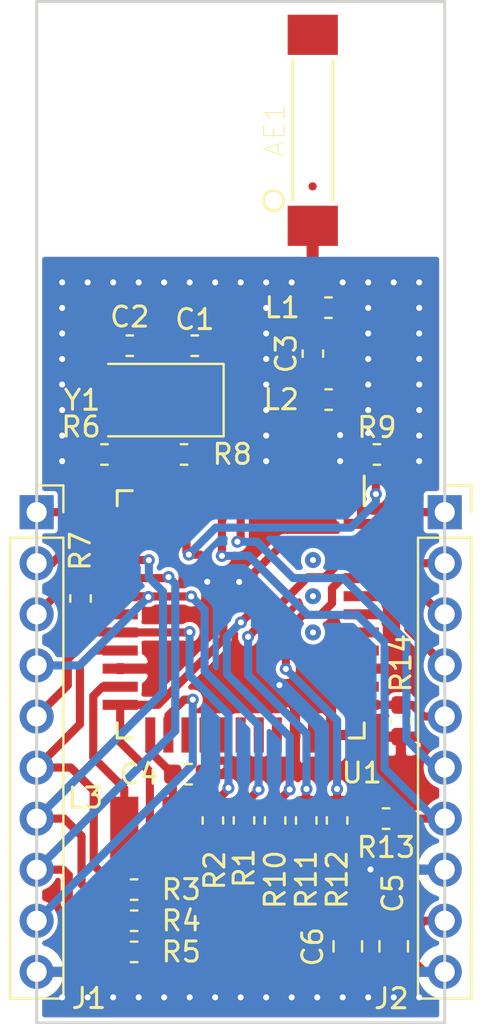
<source format=kicad_pcb>
(kicad_pcb (version 20171130) (host pcbnew 5.0.0+dfsg1-2)

  (general
    (thickness 1.6)
    (drawings 4)
    (tracks 336)
    (zones 0)
    (modules 28)
    (nets 45)
  )

  (page A4)
  (layers
    (0 F.Cu signal)
    (31 B.Cu signal)
    (32 B.Adhes user)
    (33 F.Adhes user)
    (34 B.Paste user)
    (35 F.Paste user)
    (36 B.SilkS user)
    (37 F.SilkS user)
    (38 B.Mask user)
    (39 F.Mask user)
    (40 Dwgs.User user)
    (41 Cmts.User user)
    (42 Eco1.User user)
    (43 Eco2.User user)
    (44 Edge.Cuts user)
    (45 Margin user)
    (46 B.CrtYd user)
    (47 F.CrtYd user)
    (48 B.Fab user)
    (49 F.Fab user)
  )

  (setup
    (last_trace_width 0.4064)
    (user_trace_width 0.2032)
    (user_trace_width 0.4064)
    (user_trace_width 0.6)
    (trace_clearance 0.2)
    (zone_clearance 0.2)
    (zone_45_only no)
    (trace_min 0.2)
    (segment_width 0.2)
    (edge_width 0.15)
    (via_size 0.8)
    (via_drill 0.4)
    (via_min_size 0.45)
    (via_min_drill 0.2)
    (user_via 0.45 0.2)
    (user_via 0.6 0.3)
    (uvia_size 0.3)
    (uvia_drill 0.1)
    (uvias_allowed no)
    (uvia_min_size 0.2)
    (uvia_min_drill 0.1)
    (pcb_text_width 0.3)
    (pcb_text_size 1.5 1.5)
    (mod_edge_width 0.15)
    (mod_text_size 1 1)
    (mod_text_width 0.15)
    (pad_size 1.524 1.524)
    (pad_drill 0.762)
    (pad_to_mask_clearance 0.2)
    (aux_axis_origin 0 0)
    (visible_elements FFFFFF7F)
    (pcbplotparams
      (layerselection 0x010f0_ffffffff)
      (usegerberextensions false)
      (usegerberattributes false)
      (usegerberadvancedattributes false)
      (creategerberjobfile false)
      (excludeedgelayer true)
      (linewidth 0.150000)
      (plotframeref false)
      (viasonmask false)
      (mode 1)
      (useauxorigin false)
      (hpglpennumber 1)
      (hpglpenspeed 20)
      (hpglpendiameter 15.000000)
      (psnegative false)
      (psa4output false)
      (plotreference true)
      (plotvalue true)
      (plotinvisibletext false)
      (padsonsilk false)
      (subtractmaskfromsilk false)
      (outputformat 1)
      (mirror false)
      (drillshape 0)
      (scaleselection 1)
      (outputdirectory "gerbers/"))
  )

  (net 0 "")
  (net 1 GND)
  (net 2 "Net-(C3-Pad1)")
  (net 3 "Net-(U1-Pad4)")
  (net 4 "Net-(U1-Pad5)")
  (net 5 /bt_wake)
  (net 6 /bt_host_wake)
  (net 7 "Net-(U1-Pad8)")
  (net 8 +3V3)
  (net 9 "Net-(R8-Pad1)")
  (net 10 "Net-(C2-Pad1)")
  (net 11 /~wifi_en)
  (net 12 /~wifi_wake)
  (net 13 /sdio_d2)
  (net 14 /sdio_d3)
  (net 15 /sdio_cmd)
  (net 16 "Net-(R7-Pad1)")
  (net 17 /sdio_d0)
  (net 18 /sdio_d1)
  (net 19 "Net-(L3-Pad2)")
  (net 20 "Net-(C4-Pad1)")
  (net 21 /32khzosc)
  (net 22 "Net-(U1-Pad25)")
  (net 23 "Net-(U1-Pad26)")
  (net 24 "Net-(U1-Pad27)")
  (net 25 "Net-(U1-Pad28)")
  (net 26 "Net-(U1-Pad29)")
  (net 27 "Net-(U1-Pad30)")
  (net 28 "Net-(U1-Pad32)")
  (net 29 /~bt_rst)
  (net 30 "Net-(U1-Pad35)")
  (net 31 "Net-(U1-Pad37)")
  (net 32 "Net-(U1-Pad38)")
  (net 33 "Net-(U1-Pad39)")
  (net 34 "Net-(U1-Pad40)")
  (net 35 /~bt_rts)
  (net 36 /bt_txd)
  (net 37 /bt_rxd)
  (net 38 /~bt_cts)
  (net 39 "Net-(U1-Pad45)")
  (net 40 "Net-(U1-Pad46)")
  (net 41 "Net-(U1-Pad47)")
  (net 42 /sdio_clk)
  (net 43 "Net-(C1-Pad1)")
  (net 44 "Net-(AE1-Pad1)")

  (net_class Default "This is the default net class."
    (clearance 0.2)
    (trace_width 0.25)
    (via_dia 0.8)
    (via_drill 0.4)
    (uvia_dia 0.3)
    (uvia_drill 0.1)
    (add_net +3V3)
    (add_net /32khzosc)
    (add_net /bt_host_wake)
    (add_net /bt_rxd)
    (add_net /bt_txd)
    (add_net /bt_wake)
    (add_net /sdio_clk)
    (add_net /sdio_cmd)
    (add_net /sdio_d0)
    (add_net /sdio_d1)
    (add_net /sdio_d2)
    (add_net /sdio_d3)
    (add_net /~bt_cts)
    (add_net /~bt_rst)
    (add_net /~bt_rts)
    (add_net /~wifi_en)
    (add_net /~wifi_wake)
    (add_net GND)
    (add_net "Net-(AE1-Pad1)")
    (add_net "Net-(C1-Pad1)")
    (add_net "Net-(C2-Pad1)")
    (add_net "Net-(C3-Pad1)")
    (add_net "Net-(C4-Pad1)")
    (add_net "Net-(L3-Pad2)")
    (add_net "Net-(R7-Pad1)")
    (add_net "Net-(R8-Pad1)")
    (add_net "Net-(U1-Pad25)")
    (add_net "Net-(U1-Pad26)")
    (add_net "Net-(U1-Pad27)")
    (add_net "Net-(U1-Pad28)")
    (add_net "Net-(U1-Pad29)")
    (add_net "Net-(U1-Pad30)")
    (add_net "Net-(U1-Pad32)")
    (add_net "Net-(U1-Pad35)")
    (add_net "Net-(U1-Pad37)")
    (add_net "Net-(U1-Pad38)")
    (add_net "Net-(U1-Pad39)")
    (add_net "Net-(U1-Pad4)")
    (add_net "Net-(U1-Pad40)")
    (add_net "Net-(U1-Pad45)")
    (add_net "Net-(U1-Pad46)")
    (add_net "Net-(U1-Pad47)")
    (add_net "Net-(U1-Pad5)")
    (add_net "Net-(U1-Pad8)")
  )

  (module an9520:SMD_ANT9520 (layer F.Cu) (tedit 5B9DA072) (tstamp 5BCFA7F9)
    (at 135.66902 49.58588 90)
    (descr "SMD antenna, 9.5x2.0mm, 2p")
    (path /5B990387)
    (attr smd)
    (fp_text reference AE1 (at 0 -1.9 90) (layer F.SilkS)
      (effects (font (size 1.00268 1.00268) (thickness 0.05)))
    )
    (fp_text value Antenna (at 1.1776 2.11966 90) (layer F.Fab)
      (effects (font (size 1.00221 1.00221) (thickness 0.05)))
    )
    (fp_circle (center -3.5 -1.95) (end -3 -1.95) (layer F.SilkS) (width 0.127))
    (fp_line (start 3.5 1) (end -3.5 1) (layer F.SilkS) (width 0.127))
    (fp_line (start -3.5 -1) (end 3.5 -1) (layer F.SilkS) (width 0.127))
    (pad 2 smd rect (at 4.75 0 180) (size 2.5 2) (layers F.Cu F.Paste F.Mask))
    (pad 1 smd rect (at -4.75 0 180) (size 2.5 2) (layers F.Cu F.Paste F.Mask)
      (net 44 "Net-(AE1-Pad1)"))
  )

  (module cd32:CD32 (layer F.Cu) (tedit 5B9D8BA0) (tstamp 5BB9A22E)
    (at 127.5842 84.4804 180)
    (path /5B4E397F)
    (fp_text reference L3 (at 3.2385 1.6891 180) (layer F.SilkS)
      (effects (font (size 1 1) (thickness 0.15)))
    )
    (fp_text value L (at 0 -2.4 180) (layer F.Fab) hide
      (effects (font (size 1 1) (thickness 0.15)))
    )
    (fp_line (start -2.3 2.05) (end -2.3 -2.05) (layer F.CrtYd) (width 0.05))
    (fp_line (start 2.3 2.05) (end -2.3 2.05) (layer F.CrtYd) (width 0.05))
    (fp_line (start 2.3 -2.05) (end 2.3 2.05) (layer F.CrtYd) (width 0.05))
    (fp_line (start -2.3 -2.05) (end 2.3 -2.05) (layer F.CrtYd) (width 0.05))
    (pad 2 smd rect (at 1.3 0 180) (size 1.4 3.5) (layers F.Cu F.Paste F.Mask)
      (net 19 "Net-(L3-Pad2)"))
    (pad 1 smd rect (at -1.3 0 180) (size 1.4 3.5) (layers F.Cu F.Paste F.Mask)
      (net 20 "Net-(C4-Pad1)"))
  )

  (module Capacitor_SMD:C_0805_2012Metric (layer F.Cu) (tedit 5B9CCE01) (tstamp 5BCFB631)
    (at 139.7 90.17 270)
    (descr "Capacitor SMD 0805 (2012 Metric), square (rectangular) end terminal, IPC_7351 nominal, (Body size source: https://docs.google.com/spreadsheets/d/1BsfQQcO9C6DZCsRaXUlFlo91Tg2WpOkGARC1WS5S8t0/edit?usp=sharing), generated with kicad-footprint-generator")
    (tags capacitor)
    (path /5B4E28D1)
    (attr smd)
    (fp_text reference C5 (at -2.6416 0.0508 270) (layer F.SilkS)
      (effects (font (size 1 1) (thickness 0.15)))
    )
    (fp_text value 4.7uF (at 0 1.65 270) (layer F.Fab) hide
      (effects (font (size 1 1) (thickness 0.15)))
    )
    (fp_text user %R (at 0 0 270) (layer F.Fab)
      (effects (font (size 0.5 0.5) (thickness 0.08)))
    )
    (fp_line (start 1.68 0.95) (end -1.68 0.95) (layer F.CrtYd) (width 0.05))
    (fp_line (start 1.68 -0.95) (end 1.68 0.95) (layer F.CrtYd) (width 0.05))
    (fp_line (start -1.68 -0.95) (end 1.68 -0.95) (layer F.CrtYd) (width 0.05))
    (fp_line (start -1.68 0.95) (end -1.68 -0.95) (layer F.CrtYd) (width 0.05))
    (fp_line (start -0.258578 0.71) (end 0.258578 0.71) (layer F.SilkS) (width 0.12))
    (fp_line (start -0.258578 -0.71) (end 0.258578 -0.71) (layer F.SilkS) (width 0.12))
    (fp_line (start 1 0.6) (end -1 0.6) (layer F.Fab) (width 0.1))
    (fp_line (start 1 -0.6) (end 1 0.6) (layer F.Fab) (width 0.1))
    (fp_line (start -1 -0.6) (end 1 -0.6) (layer F.Fab) (width 0.1))
    (fp_line (start -1 0.6) (end -1 -0.6) (layer F.Fab) (width 0.1))
    (pad 2 smd roundrect (at 0.9375 0 270) (size 0.975 1.4) (layers F.Cu F.Paste F.Mask) (roundrect_rratio 0.25)
      (net 1 GND))
    (pad 1 smd roundrect (at -0.9375 0 270) (size 0.975 1.4) (layers F.Cu F.Paste F.Mask) (roundrect_rratio 0.25)
      (net 8 +3V3))
    (model ${KISYS3DMOD}/Capacitor_SMD.3dshapes/C_0805_2012Metric.wrl
      (at (xyz 0 0 0))
      (scale (xyz 1 1 1))
      (rotate (xyz 0 0 0))
    )
  )

  (module Capacitor_SMD:C_0805_2012Metric (layer F.Cu) (tedit 5B9CCE07) (tstamp 5BCFB620)
    (at 137.414 90.17 270)
    (descr "Capacitor SMD 0805 (2012 Metric), square (rectangular) end terminal, IPC_7351 nominal, (Body size source: https://docs.google.com/spreadsheets/d/1BsfQQcO9C6DZCsRaXUlFlo91Tg2WpOkGARC1WS5S8t0/edit?usp=sharing), generated with kicad-footprint-generator")
    (tags capacitor)
    (path /5B4E2941)
    (attr smd)
    (fp_text reference C6 (at 0.0254 1.7526 270) (layer F.SilkS)
      (effects (font (size 1 1) (thickness 0.15)))
    )
    (fp_text value 0.1uF (at 0 1.65 270) (layer F.Fab) hide
      (effects (font (size 1 1) (thickness 0.15)))
    )
    (fp_line (start -1 0.6) (end -1 -0.6) (layer F.Fab) (width 0.1))
    (fp_line (start -1 -0.6) (end 1 -0.6) (layer F.Fab) (width 0.1))
    (fp_line (start 1 -0.6) (end 1 0.6) (layer F.Fab) (width 0.1))
    (fp_line (start 1 0.6) (end -1 0.6) (layer F.Fab) (width 0.1))
    (fp_line (start -0.258578 -0.71) (end 0.258578 -0.71) (layer F.SilkS) (width 0.12))
    (fp_line (start -0.258578 0.71) (end 0.258578 0.71) (layer F.SilkS) (width 0.12))
    (fp_line (start -1.68 0.95) (end -1.68 -0.95) (layer F.CrtYd) (width 0.05))
    (fp_line (start -1.68 -0.95) (end 1.68 -0.95) (layer F.CrtYd) (width 0.05))
    (fp_line (start 1.68 -0.95) (end 1.68 0.95) (layer F.CrtYd) (width 0.05))
    (fp_line (start 1.68 0.95) (end -1.68 0.95) (layer F.CrtYd) (width 0.05))
    (fp_text user %R (at 0 0 270) (layer F.Fab)
      (effects (font (size 0.5 0.5) (thickness 0.08)))
    )
    (pad 1 smd roundrect (at -0.9375 0 270) (size 0.975 1.4) (layers F.Cu F.Paste F.Mask) (roundrect_rratio 0.25)
      (net 8 +3V3))
    (pad 2 smd roundrect (at 0.9375 0 270) (size 0.975 1.4) (layers F.Cu F.Paste F.Mask) (roundrect_rratio 0.25)
      (net 1 GND))
    (model ${KISYS3DMOD}/Capacitor_SMD.3dshapes/C_0805_2012Metric.wrl
      (at (xyz 0 0 0))
      (scale (xyz 1 1 1))
      (rotate (xyz 0 0 0))
    )
  )

  (module Inductor_SMD:L_0603_1608Metric (layer F.Cu) (tedit 5B9CB880) (tstamp 5BB02199)
    (at 136.4615 62.9793)
    (descr "Inductor SMD 0603 (1608 Metric), square (rectangular) end terminal, IPC_7351 nominal, (Body size source: http://www.tortai-tech.com/upload/download/2011102023233369053.pdf), generated with kicad-footprint-generator")
    (tags inductor)
    (path /5B998087)
    (attr smd)
    (fp_text reference L2 (at -2.3622 0) (layer F.SilkS)
      (effects (font (size 1 1) (thickness 0.15)))
    )
    (fp_text value L (at 0 1.43) (layer F.Fab) hide
      (effects (font (size 1 1) (thickness 0.15)))
    )
    (fp_text user %R (at 0 0) (layer F.Fab)
      (effects (font (size 0.4 0.4) (thickness 0.06)))
    )
    (fp_line (start 1.48 0.73) (end -1.48 0.73) (layer F.CrtYd) (width 0.05))
    (fp_line (start 1.48 -0.73) (end 1.48 0.73) (layer F.CrtYd) (width 0.05))
    (fp_line (start -1.48 -0.73) (end 1.48 -0.73) (layer F.CrtYd) (width 0.05))
    (fp_line (start -1.48 0.73) (end -1.48 -0.73) (layer F.CrtYd) (width 0.05))
    (fp_line (start -0.162779 0.51) (end 0.162779 0.51) (layer F.SilkS) (width 0.12))
    (fp_line (start -0.162779 -0.51) (end 0.162779 -0.51) (layer F.SilkS) (width 0.12))
    (fp_line (start 0.8 0.4) (end -0.8 0.4) (layer F.Fab) (width 0.1))
    (fp_line (start 0.8 -0.4) (end 0.8 0.4) (layer F.Fab) (width 0.1))
    (fp_line (start -0.8 -0.4) (end 0.8 -0.4) (layer F.Fab) (width 0.1))
    (fp_line (start -0.8 0.4) (end -0.8 -0.4) (layer F.Fab) (width 0.1))
    (pad 2 smd roundrect (at 0.7875 0) (size 0.875 0.95) (layers F.Cu F.Paste F.Mask) (roundrect_rratio 0.25)
      (net 1 GND))
    (pad 1 smd roundrect (at -0.7875 0) (size 0.875 0.95) (layers F.Cu F.Paste F.Mask) (roundrect_rratio 0.25)
      (net 2 "Net-(C3-Pad1)"))
    (model ${KISYS3DMOD}/Inductor_SMD.3dshapes/L_0603_1608Metric.wrl
      (at (xyz 0 0 0))
      (scale (xyz 1 1 1))
      (rotate (xyz 0 0 0))
    )
  )

  (module Inductor_SMD:L_0603_1608Metric (layer F.Cu) (tedit 5B9CB8D1) (tstamp 5BB02189)
    (at 136.4488 58.4073)
    (descr "Inductor SMD 0603 (1608 Metric), square (rectangular) end terminal, IPC_7351 nominal, (Body size source: http://www.tortai-tech.com/upload/download/2011102023233369053.pdf), generated with kicad-footprint-generator")
    (tags inductor)
    (path /5B997FEB)
    (attr smd)
    (fp_text reference L1 (at -2.2987 0) (layer F.SilkS)
      (effects (font (size 1 1) (thickness 0.15)))
    )
    (fp_text value L (at 0 1.43) (layer F.Fab) hide
      (effects (font (size 1 1) (thickness 0.15)))
    )
    (fp_line (start -0.8 0.4) (end -0.8 -0.4) (layer F.Fab) (width 0.1))
    (fp_line (start -0.8 -0.4) (end 0.8 -0.4) (layer F.Fab) (width 0.1))
    (fp_line (start 0.8 -0.4) (end 0.8 0.4) (layer F.Fab) (width 0.1))
    (fp_line (start 0.8 0.4) (end -0.8 0.4) (layer F.Fab) (width 0.1))
    (fp_line (start -0.162779 -0.51) (end 0.162779 -0.51) (layer F.SilkS) (width 0.12))
    (fp_line (start -0.162779 0.51) (end 0.162779 0.51) (layer F.SilkS) (width 0.12))
    (fp_line (start -1.48 0.73) (end -1.48 -0.73) (layer F.CrtYd) (width 0.05))
    (fp_line (start -1.48 -0.73) (end 1.48 -0.73) (layer F.CrtYd) (width 0.05))
    (fp_line (start 1.48 -0.73) (end 1.48 0.73) (layer F.CrtYd) (width 0.05))
    (fp_line (start 1.48 0.73) (end -1.48 0.73) (layer F.CrtYd) (width 0.05))
    (fp_text user %R (at 0 0) (layer F.Fab)
      (effects (font (size 0.4 0.4) (thickness 0.06)))
    )
    (pad 1 smd roundrect (at -0.7875 0) (size 0.875 0.95) (layers F.Cu F.Paste F.Mask) (roundrect_rratio 0.25)
      (net 44 "Net-(AE1-Pad1)"))
    (pad 2 smd roundrect (at 0.7875 0) (size 0.875 0.95) (layers F.Cu F.Paste F.Mask) (roundrect_rratio 0.25)
      (net 1 GND))
    (model ${KISYS3DMOD}/Inductor_SMD.3dshapes/L_0603_1608Metric.wrl
      (at (xyz 0 0 0))
      (scale (xyz 1 1 1))
      (rotate (xyz 0 0 0))
    )
  )

  (module Capacitor_SMD:C_0603_1608Metric (layer F.Cu) (tedit 5B9CB7E3) (tstamp 5BB01237)
    (at 129.794 60.2996 180)
    (descr "Capacitor SMD 0603 (1608 Metric), square (rectangular) end terminal, IPC_7351 nominal, (Body size source: http://www.tortai-tech.com/upload/download/2011102023233369053.pdf), generated with kicad-footprint-generator")
    (tags capacitor)
    (path /5B4E25CF)
    (attr smd)
    (fp_text reference C1 (at 0 1.3081 180) (layer F.SilkS)
      (effects (font (size 1 1) (thickness 0.15)))
    )
    (fp_text value C (at 0 1.43 180) (layer F.Fab) hide
      (effects (font (size 1 1) (thickness 0.15)))
    )
    (fp_text user %R (at 0 0 180) (layer F.Fab)
      (effects (font (size 0.4 0.4) (thickness 0.06)))
    )
    (fp_line (start 1.48 0.73) (end -1.48 0.73) (layer F.CrtYd) (width 0.05))
    (fp_line (start 1.48 -0.73) (end 1.48 0.73) (layer F.CrtYd) (width 0.05))
    (fp_line (start -1.48 -0.73) (end 1.48 -0.73) (layer F.CrtYd) (width 0.05))
    (fp_line (start -1.48 0.73) (end -1.48 -0.73) (layer F.CrtYd) (width 0.05))
    (fp_line (start -0.162779 0.51) (end 0.162779 0.51) (layer F.SilkS) (width 0.12))
    (fp_line (start -0.162779 -0.51) (end 0.162779 -0.51) (layer F.SilkS) (width 0.12))
    (fp_line (start 0.8 0.4) (end -0.8 0.4) (layer F.Fab) (width 0.1))
    (fp_line (start 0.8 -0.4) (end 0.8 0.4) (layer F.Fab) (width 0.1))
    (fp_line (start -0.8 -0.4) (end 0.8 -0.4) (layer F.Fab) (width 0.1))
    (fp_line (start -0.8 0.4) (end -0.8 -0.4) (layer F.Fab) (width 0.1))
    (pad 2 smd roundrect (at 0.7875 0 180) (size 0.875 0.95) (layers F.Cu F.Paste F.Mask) (roundrect_rratio 0.25)
      (net 1 GND))
    (pad 1 smd roundrect (at -0.7875 0 180) (size 0.875 0.95) (layers F.Cu F.Paste F.Mask) (roundrect_rratio 0.25)
      (net 43 "Net-(C1-Pad1)"))
    (model ${KISYS3DMOD}/Capacitor_SMD.3dshapes/C_0603_1608Metric.wrl
      (at (xyz 0 0 0))
      (scale (xyz 1 1 1))
      (rotate (xyz 0 0 0))
    )
  )

  (module Capacitor_SMD:C_0603_1608Metric (layer F.Cu) (tedit 5B9CB815) (tstamp 5BB01226)
    (at 126.5555 60.2996)
    (descr "Capacitor SMD 0603 (1608 Metric), square (rectangular) end terminal, IPC_7351 nominal, (Body size source: http://www.tortai-tech.com/upload/download/2011102023233369053.pdf), generated with kicad-footprint-generator")
    (tags capacitor)
    (path /5B4E264D)
    (attr smd)
    (fp_text reference C2 (at 0 -1.43) (layer F.SilkS)
      (effects (font (size 1 1) (thickness 0.15)))
    )
    (fp_text value C (at 0 1.43) (layer F.Fab) hide
      (effects (font (size 1 1) (thickness 0.15)))
    )
    (fp_line (start -0.8 0.4) (end -0.8 -0.4) (layer F.Fab) (width 0.1))
    (fp_line (start -0.8 -0.4) (end 0.8 -0.4) (layer F.Fab) (width 0.1))
    (fp_line (start 0.8 -0.4) (end 0.8 0.4) (layer F.Fab) (width 0.1))
    (fp_line (start 0.8 0.4) (end -0.8 0.4) (layer F.Fab) (width 0.1))
    (fp_line (start -0.162779 -0.51) (end 0.162779 -0.51) (layer F.SilkS) (width 0.12))
    (fp_line (start -0.162779 0.51) (end 0.162779 0.51) (layer F.SilkS) (width 0.12))
    (fp_line (start -1.48 0.73) (end -1.48 -0.73) (layer F.CrtYd) (width 0.05))
    (fp_line (start -1.48 -0.73) (end 1.48 -0.73) (layer F.CrtYd) (width 0.05))
    (fp_line (start 1.48 -0.73) (end 1.48 0.73) (layer F.CrtYd) (width 0.05))
    (fp_line (start 1.48 0.73) (end -1.48 0.73) (layer F.CrtYd) (width 0.05))
    (fp_text user %R (at 0 0) (layer F.Fab)
      (effects (font (size 0.4 0.4) (thickness 0.06)))
    )
    (pad 1 smd roundrect (at -0.7875 0) (size 0.875 0.95) (layers F.Cu F.Paste F.Mask) (roundrect_rratio 0.25)
      (net 10 "Net-(C2-Pad1)"))
    (pad 2 smd roundrect (at 0.7875 0) (size 0.875 0.95) (layers F.Cu F.Paste F.Mask) (roundrect_rratio 0.25)
      (net 1 GND))
    (model ${KISYS3DMOD}/Capacitor_SMD.3dshapes/C_0603_1608Metric.wrl
      (at (xyz 0 0 0))
      (scale (xyz 1 1 1))
      (rotate (xyz 0 0 0))
    )
  )

  (module Capacitor_SMD:C_0603_1608Metric (layer F.Cu) (tedit 5B9CB8B9) (tstamp 5BB01215)
    (at 135.6741 60.6933 90)
    (descr "Capacitor SMD 0603 (1608 Metric), square (rectangular) end terminal, IPC_7351 nominal, (Body size source: http://www.tortai-tech.com/upload/download/2011102023233369053.pdf), generated with kicad-footprint-generator")
    (tags capacitor)
    (path /5B99043A)
    (attr smd)
    (fp_text reference C3 (at 0 -1.3335 90) (layer F.SilkS)
      (effects (font (size 1 1) (thickness 0.15)))
    )
    (fp_text value C (at 0 1.43 90) (layer F.Fab) hide
      (effects (font (size 1 1) (thickness 0.15)))
    )
    (fp_text user %R (at 0 0 90) (layer F.Fab)
      (effects (font (size 0.4 0.4) (thickness 0.06)))
    )
    (fp_line (start 1.48 0.73) (end -1.48 0.73) (layer F.CrtYd) (width 0.05))
    (fp_line (start 1.48 -0.73) (end 1.48 0.73) (layer F.CrtYd) (width 0.05))
    (fp_line (start -1.48 -0.73) (end 1.48 -0.73) (layer F.CrtYd) (width 0.05))
    (fp_line (start -1.48 0.73) (end -1.48 -0.73) (layer F.CrtYd) (width 0.05))
    (fp_line (start -0.162779 0.51) (end 0.162779 0.51) (layer F.SilkS) (width 0.12))
    (fp_line (start -0.162779 -0.51) (end 0.162779 -0.51) (layer F.SilkS) (width 0.12))
    (fp_line (start 0.8 0.4) (end -0.8 0.4) (layer F.Fab) (width 0.1))
    (fp_line (start 0.8 -0.4) (end 0.8 0.4) (layer F.Fab) (width 0.1))
    (fp_line (start -0.8 -0.4) (end 0.8 -0.4) (layer F.Fab) (width 0.1))
    (fp_line (start -0.8 0.4) (end -0.8 -0.4) (layer F.Fab) (width 0.1))
    (pad 2 smd roundrect (at 0.7875 0 90) (size 0.875 0.95) (layers F.Cu F.Paste F.Mask) (roundrect_rratio 0.25)
      (net 44 "Net-(AE1-Pad1)"))
    (pad 1 smd roundrect (at -0.7875 0 90) (size 0.875 0.95) (layers F.Cu F.Paste F.Mask) (roundrect_rratio 0.25)
      (net 2 "Net-(C3-Pad1)"))
    (model ${KISYS3DMOD}/Capacitor_SMD.3dshapes/C_0603_1608Metric.wrl
      (at (xyz 0 0 0))
      (scale (xyz 1 1 1))
      (rotate (xyz 0 0 0))
    )
  )

  (module Capacitor_SMD:C_0603_1608Metric (layer F.Cu) (tedit 5B9D8BB7) (tstamp 5BB01204)
    (at 129.4892 81.6102)
    (descr "Capacitor SMD 0603 (1608 Metric), square (rectangular) end terminal, IPC_7351 nominal, (Body size source: http://www.tortai-tech.com/upload/download/2011102023233369053.pdf), generated with kicad-footprint-generator")
    (tags capacitor)
    (path /5B4E3A36)
    (attr smd)
    (fp_text reference C4 (at -2.4638 0) (layer F.SilkS)
      (effects (font (size 1 1) (thickness 0.15)))
    )
    (fp_text value C (at 0 1.43) (layer F.Fab) hide
      (effects (font (size 1 1) (thickness 0.15)))
    )
    (fp_line (start -0.8 0.4) (end -0.8 -0.4) (layer F.Fab) (width 0.1))
    (fp_line (start -0.8 -0.4) (end 0.8 -0.4) (layer F.Fab) (width 0.1))
    (fp_line (start 0.8 -0.4) (end 0.8 0.4) (layer F.Fab) (width 0.1))
    (fp_line (start 0.8 0.4) (end -0.8 0.4) (layer F.Fab) (width 0.1))
    (fp_line (start -0.162779 -0.51) (end 0.162779 -0.51) (layer F.SilkS) (width 0.12))
    (fp_line (start -0.162779 0.51) (end 0.162779 0.51) (layer F.SilkS) (width 0.12))
    (fp_line (start -1.48 0.73) (end -1.48 -0.73) (layer F.CrtYd) (width 0.05))
    (fp_line (start -1.48 -0.73) (end 1.48 -0.73) (layer F.CrtYd) (width 0.05))
    (fp_line (start 1.48 -0.73) (end 1.48 0.73) (layer F.CrtYd) (width 0.05))
    (fp_line (start 1.48 0.73) (end -1.48 0.73) (layer F.CrtYd) (width 0.05))
    (fp_text user %R (at 0 0) (layer F.Fab)
      (effects (font (size 0.4 0.4) (thickness 0.06)))
    )
    (pad 1 smd roundrect (at -0.7875 0) (size 0.875 0.95) (layers F.Cu F.Paste F.Mask) (roundrect_rratio 0.25)
      (net 20 "Net-(C4-Pad1)"))
    (pad 2 smd roundrect (at 0.7875 0) (size 0.875 0.95) (layers F.Cu F.Paste F.Mask) (roundrect_rratio 0.25)
      (net 1 GND))
    (model ${KISYS3DMOD}/Capacitor_SMD.3dshapes/C_0603_1608Metric.wrl
      (at (xyz 0 0 0))
      (scale (xyz 1 1 1))
      (rotate (xyz 0 0 0))
    )
  )

  (module Connector_PinSocket_2.54mm:PinSocket_1x10_P2.54mm_Vertical (layer F.Cu) (tedit 5B9D9A44) (tstamp 5BB011F3)
    (at 121.92 68.58)
    (descr "Through hole straight socket strip, 1x10, 2.54mm pitch, single row (from Kicad 4.0.7), script generated")
    (tags "Through hole socket strip THT 1x10 2.54mm single row")
    (path /5BA1D3F2)
    (fp_text reference J1 (at 2.6035 24.1808) (layer F.SilkS)
      (effects (font (size 1 1) (thickness 0.15)))
    )
    (fp_text value Conn_01x10 (at 0 25.63) (layer F.Fab) hide
      (effects (font (size 1 1) (thickness 0.15)))
    )
    (fp_text user %R (at 0 11.43 90) (layer F.Fab)
      (effects (font (size 1 1) (thickness 0.15)))
    )
    (fp_line (start -1.8 24.6) (end -1.8 -1.8) (layer F.CrtYd) (width 0.05))
    (fp_line (start 1.75 24.6) (end -1.8 24.6) (layer F.CrtYd) (width 0.05))
    (fp_line (start 1.75 -1.8) (end 1.75 24.6) (layer F.CrtYd) (width 0.05))
    (fp_line (start -1.8 -1.8) (end 1.75 -1.8) (layer F.CrtYd) (width 0.05))
    (fp_line (start 0 -1.33) (end 1.33 -1.33) (layer F.SilkS) (width 0.12))
    (fp_line (start 1.33 -1.33) (end 1.33 0) (layer F.SilkS) (width 0.12))
    (fp_line (start 1.33 1.27) (end 1.33 24.19) (layer F.SilkS) (width 0.12))
    (fp_line (start -1.33 24.19) (end 1.33 24.19) (layer F.SilkS) (width 0.12))
    (fp_line (start -1.33 1.27) (end -1.33 24.19) (layer F.SilkS) (width 0.12))
    (fp_line (start -1.33 1.27) (end 1.33 1.27) (layer F.SilkS) (width 0.12))
    (fp_line (start -1.27 24.13) (end -1.27 -1.27) (layer F.Fab) (width 0.1))
    (fp_line (start 1.27 24.13) (end -1.27 24.13) (layer F.Fab) (width 0.1))
    (fp_line (start 1.27 -0.635) (end 1.27 24.13) (layer F.Fab) (width 0.1))
    (fp_line (start 0.635 -1.27) (end 1.27 -0.635) (layer F.Fab) (width 0.1))
    (fp_line (start -1.27 -1.27) (end 0.635 -1.27) (layer F.Fab) (width 0.1))
    (pad 10 thru_hole oval (at 0 22.86) (size 1.7 1.7) (drill 1) (layers *.Cu *.Mask)
      (net 1 GND))
    (pad 9 thru_hole oval (at 0 20.32) (size 1.7 1.7) (drill 1) (layers *.Cu *.Mask)
      (net 21 /32khzosc))
    (pad 8 thru_hole oval (at 0 17.78) (size 1.7 1.7) (drill 1) (layers *.Cu *.Mask)
      (net 14 /sdio_d3))
    (pad 7 thru_hole oval (at 0 15.24) (size 1.7 1.7) (drill 1) (layers *.Cu *.Mask)
      (net 13 /sdio_d2))
    (pad 6 thru_hole oval (at 0 12.7) (size 1.7 1.7) (drill 1) (layers *.Cu *.Mask)
      (net 18 /sdio_d1))
    (pad 5 thru_hole oval (at 0 10.16) (size 1.7 1.7) (drill 1) (layers *.Cu *.Mask)
      (net 17 /sdio_d0))
    (pad 4 thru_hole oval (at 0 7.62) (size 1.7 1.7) (drill 1) (layers *.Cu *.Mask)
      (net 15 /sdio_cmd))
    (pad 3 thru_hole oval (at 0 5.08) (size 1.7 1.7) (drill 1) (layers *.Cu *.Mask)
      (net 42 /sdio_clk))
    (pad 2 thru_hole oval (at 0 2.54) (size 1.7 1.7) (drill 1) (layers *.Cu *.Mask)
      (net 12 /~wifi_wake))
    (pad 1 thru_hole rect (at 0 0) (size 1.7 1.7) (drill 1) (layers *.Cu *.Mask)
      (net 11 /~wifi_en))
    (model ${KISYS3DMOD}/Connector_PinSocket_2.54mm.3dshapes/PinSocket_1x10_P2.54mm_Vertical.wrl
      (at (xyz 0 0 0))
      (scale (xyz 1 1 1))
      (rotate (xyz 0 0 0))
    )
  )

  (module Connector_PinSocket_2.54mm:PinSocket_1x10_P2.54mm_Vertical (layer F.Cu) (tedit 5B9D9A3E) (tstamp 5BB011D5)
    (at 142.24 68.58)
    (descr "Through hole straight socket strip, 1x10, 2.54mm pitch, single row (from Kicad 4.0.7), script generated")
    (tags "Through hole socket strip THT 1x10 2.54mm single row")
    (path /5BA5B638)
    (fp_text reference J2 (at -2.6543 24.1935) (layer F.SilkS)
      (effects (font (size 1 1) (thickness 0.15)))
    )
    (fp_text value Conn_01x10 (at 0 25.63) (layer F.Fab) hide
      (effects (font (size 1 1) (thickness 0.15)))
    )
    (fp_line (start -1.27 -1.27) (end 0.635 -1.27) (layer F.Fab) (width 0.1))
    (fp_line (start 0.635 -1.27) (end 1.27 -0.635) (layer F.Fab) (width 0.1))
    (fp_line (start 1.27 -0.635) (end 1.27 24.13) (layer F.Fab) (width 0.1))
    (fp_line (start 1.27 24.13) (end -1.27 24.13) (layer F.Fab) (width 0.1))
    (fp_line (start -1.27 24.13) (end -1.27 -1.27) (layer F.Fab) (width 0.1))
    (fp_line (start -1.33 1.27) (end 1.33 1.27) (layer F.SilkS) (width 0.12))
    (fp_line (start -1.33 1.27) (end -1.33 24.19) (layer F.SilkS) (width 0.12))
    (fp_line (start -1.33 24.19) (end 1.33 24.19) (layer F.SilkS) (width 0.12))
    (fp_line (start 1.33 1.27) (end 1.33 24.19) (layer F.SilkS) (width 0.12))
    (fp_line (start 1.33 -1.33) (end 1.33 0) (layer F.SilkS) (width 0.12))
    (fp_line (start 0 -1.33) (end 1.33 -1.33) (layer F.SilkS) (width 0.12))
    (fp_line (start -1.8 -1.8) (end 1.75 -1.8) (layer F.CrtYd) (width 0.05))
    (fp_line (start 1.75 -1.8) (end 1.75 24.6) (layer F.CrtYd) (width 0.05))
    (fp_line (start 1.75 24.6) (end -1.8 24.6) (layer F.CrtYd) (width 0.05))
    (fp_line (start -1.8 24.6) (end -1.8 -1.8) (layer F.CrtYd) (width 0.05))
    (fp_text user %R (at 0 11.43 90) (layer F.Fab)
      (effects (font (size 1 1) (thickness 0.15)))
    )
    (pad 1 thru_hole rect (at 0 0) (size 1.7 1.7) (drill 1) (layers *.Cu *.Mask)
      (net 38 /~bt_cts))
    (pad 2 thru_hole oval (at 0 2.54) (size 1.7 1.7) (drill 1) (layers *.Cu *.Mask)
      (net 37 /bt_rxd))
    (pad 3 thru_hole oval (at 0 5.08) (size 1.7 1.7) (drill 1) (layers *.Cu *.Mask)
      (net 36 /bt_txd))
    (pad 4 thru_hole oval (at 0 7.62) (size 1.7 1.7) (drill 1) (layers *.Cu *.Mask)
      (net 35 /~bt_rts))
    (pad 5 thru_hole oval (at 0 10.16) (size 1.7 1.7) (drill 1) (layers *.Cu *.Mask)
      (net 29 /~bt_rst))
    (pad 6 thru_hole oval (at 0 12.7) (size 1.7 1.7) (drill 1) (layers *.Cu *.Mask)
      (net 5 /bt_wake))
    (pad 7 thru_hole oval (at 0 15.24) (size 1.7 1.7) (drill 1) (layers *.Cu *.Mask)
      (net 6 /bt_host_wake))
    (pad 8 thru_hole oval (at 0 17.78) (size 1.7 1.7) (drill 1) (layers *.Cu *.Mask)
      (net 1 GND))
    (pad 9 thru_hole oval (at 0 20.32) (size 1.7 1.7) (drill 1) (layers *.Cu *.Mask)
      (net 8 +3V3))
    (pad 10 thru_hole oval (at 0 22.86) (size 1.7 1.7) (drill 1) (layers *.Cu *.Mask)
      (net 1 GND))
    (model ${KISYS3DMOD}/Connector_PinSocket_2.54mm.3dshapes/PinSocket_1x10_P2.54mm_Vertical.wrl
      (at (xyz 0 0 0))
      (scale (xyz 1 1 1))
      (rotate (xyz 0 0 0))
    )
  )

  (module Crystal:Crystal_SMD_5032-2Pin_5.0x3.2mm (layer F.Cu) (tedit 5B9CB7B5) (tstamp 5BB011B7)
    (at 128.1811 63.0047 180)
    (descr "SMD Crystal SERIES SMD2520/2 http://www.icbase.com/File/PDF/HKC/HKC00061008.pdf, 5.0x3.2mm^2 package")
    (tags "SMD SMT crystal")
    (path /5B9B5B94)
    (attr smd)
    (fp_text reference Y1 (at 4.0005 0 180) (layer F.SilkS)
      (effects (font (size 1 1) (thickness 0.15)))
    )
    (fp_text value 26M (at 0 2.8 180) (layer F.Fab) hide
      (effects (font (size 1 1) (thickness 0.15)))
    )
    (fp_text user %R (at 0 0 180) (layer F.Fab)
      (effects (font (size 1 1) (thickness 0.15)))
    )
    (fp_line (start -2.3 -1.6) (end 2.3 -1.6) (layer F.Fab) (width 0.1))
    (fp_line (start 2.3 -1.6) (end 2.5 -1.4) (layer F.Fab) (width 0.1))
    (fp_line (start 2.5 -1.4) (end 2.5 1.4) (layer F.Fab) (width 0.1))
    (fp_line (start 2.5 1.4) (end 2.3 1.6) (layer F.Fab) (width 0.1))
    (fp_line (start 2.3 1.6) (end -2.3 1.6) (layer F.Fab) (width 0.1))
    (fp_line (start -2.3 1.6) (end -2.5 1.4) (layer F.Fab) (width 0.1))
    (fp_line (start -2.5 1.4) (end -2.5 -1.4) (layer F.Fab) (width 0.1))
    (fp_line (start -2.5 -1.4) (end -2.3 -1.6) (layer F.Fab) (width 0.1))
    (fp_line (start -2.5 0.6) (end -1.5 1.6) (layer F.Fab) (width 0.1))
    (fp_line (start 2.7 -1.8) (end -3.05 -1.8) (layer F.SilkS) (width 0.12))
    (fp_line (start -3.05 -1.8) (end -3.05 1.8) (layer F.SilkS) (width 0.12))
    (fp_line (start -3.05 1.8) (end 2.7 1.8) (layer F.SilkS) (width 0.12))
    (fp_line (start -3.1 -1.9) (end -3.1 1.9) (layer F.CrtYd) (width 0.05))
    (fp_line (start -3.1 1.9) (end 3.1 1.9) (layer F.CrtYd) (width 0.05))
    (fp_line (start 3.1 1.9) (end 3.1 -1.9) (layer F.CrtYd) (width 0.05))
    (fp_line (start 3.1 -1.9) (end -3.1 -1.9) (layer F.CrtYd) (width 0.05))
    (fp_circle (center 0 0) (end 0.4 0) (layer F.Adhes) (width 0.1))
    (fp_circle (center 0 0) (end 0.333333 0) (layer F.Adhes) (width 0.133333))
    (fp_circle (center 0 0) (end 0.213333 0) (layer F.Adhes) (width 0.133333))
    (fp_circle (center 0 0) (end 0.093333 0) (layer F.Adhes) (width 0.186667))
    (pad 1 smd rect (at -1.85 0 180) (size 2 2.4) (layers F.Cu F.Paste F.Mask)
      (net 43 "Net-(C1-Pad1)"))
    (pad 2 smd rect (at 1.85 0 180) (size 2 2.4) (layers F.Cu F.Paste F.Mask)
      (net 10 "Net-(C2-Pad1)"))
    (model ${KISYS3DMOD}/Crystal.3dshapes/Crystal_SMD_5032-2Pin_5.0x3.2mm.wrl
      (at (xyz 0 0 0))
      (scale (xyz 1 1 1))
      (rotate (xyz 0 0 0))
    )
  )

  (module Resistor_SMD:R_0603_1608Metric (layer F.Cu) (tedit 5B301BBD) (tstamp 5BB01169)
    (at 129.2606 65.7098)
    (descr "Resistor SMD 0603 (1608 Metric), square (rectangular) end terminal, IPC_7351 nominal, (Body size source: http://www.tortai-tech.com/upload/download/2011102023233369053.pdf), generated with kicad-footprint-generator")
    (tags resistor)
    (path /5B4E27C0)
    (attr smd)
    (fp_text reference R8 (at 2.4003 -0.0127) (layer F.SilkS)
      (effects (font (size 1 1) (thickness 0.15)))
    )
    (fp_text value 100 (at 0 1.43) (layer F.Fab)
      (effects (font (size 1 1) (thickness 0.15)))
    )
    (fp_text user %R (at 0 0) (layer F.Fab)
      (effects (font (size 0.4 0.4) (thickness 0.06)))
    )
    (fp_line (start 1.48 0.73) (end -1.48 0.73) (layer F.CrtYd) (width 0.05))
    (fp_line (start 1.48 -0.73) (end 1.48 0.73) (layer F.CrtYd) (width 0.05))
    (fp_line (start -1.48 -0.73) (end 1.48 -0.73) (layer F.CrtYd) (width 0.05))
    (fp_line (start -1.48 0.73) (end -1.48 -0.73) (layer F.CrtYd) (width 0.05))
    (fp_line (start -0.162779 0.51) (end 0.162779 0.51) (layer F.SilkS) (width 0.12))
    (fp_line (start -0.162779 -0.51) (end 0.162779 -0.51) (layer F.SilkS) (width 0.12))
    (fp_line (start 0.8 0.4) (end -0.8 0.4) (layer F.Fab) (width 0.1))
    (fp_line (start 0.8 -0.4) (end 0.8 0.4) (layer F.Fab) (width 0.1))
    (fp_line (start -0.8 -0.4) (end 0.8 -0.4) (layer F.Fab) (width 0.1))
    (fp_line (start -0.8 0.4) (end -0.8 -0.4) (layer F.Fab) (width 0.1))
    (pad 2 smd roundrect (at 0.7875 0) (size 0.875 0.95) (layers F.Cu F.Paste F.Mask) (roundrect_rratio 0.25)
      (net 43 "Net-(C1-Pad1)"))
    (pad 1 smd roundrect (at -0.7875 0) (size 0.875 0.95) (layers F.Cu F.Paste F.Mask) (roundrect_rratio 0.25)
      (net 9 "Net-(R8-Pad1)"))
    (model ${KISYS3DMOD}/Resistor_SMD.3dshapes/R_0603_1608Metric.wrl
      (at (xyz 0 0 0))
      (scale (xyz 1 1 1))
      (rotate (xyz 0 0 0))
    )
  )

  (module Resistor_SMD:R_0603_1608Metric (layer F.Cu) (tedit 5B9CBA72) (tstamp 5BB01158)
    (at 125.2982 65.7098 180)
    (descr "Resistor SMD 0603 (1608 Metric), square (rectangular) end terminal, IPC_7351 nominal, (Body size source: http://www.tortai-tech.com/upload/download/2011102023233369053.pdf), generated with kicad-footprint-generator")
    (tags resistor)
    (path /5B9BF2D5)
    (attr smd)
    (fp_text reference R6 (at 1.1684 1.3716 180) (layer F.SilkS)
      (effects (font (size 1 1) (thickness 0.15)))
    )
    (fp_text value R (at 0 1.43 180) (layer F.Fab) hide
      (effects (font (size 1 1) (thickness 0.15)))
    )
    (fp_line (start -0.8 0.4) (end -0.8 -0.4) (layer F.Fab) (width 0.1))
    (fp_line (start -0.8 -0.4) (end 0.8 -0.4) (layer F.Fab) (width 0.1))
    (fp_line (start 0.8 -0.4) (end 0.8 0.4) (layer F.Fab) (width 0.1))
    (fp_line (start 0.8 0.4) (end -0.8 0.4) (layer F.Fab) (width 0.1))
    (fp_line (start -0.162779 -0.51) (end 0.162779 -0.51) (layer F.SilkS) (width 0.12))
    (fp_line (start -0.162779 0.51) (end 0.162779 0.51) (layer F.SilkS) (width 0.12))
    (fp_line (start -1.48 0.73) (end -1.48 -0.73) (layer F.CrtYd) (width 0.05))
    (fp_line (start -1.48 -0.73) (end 1.48 -0.73) (layer F.CrtYd) (width 0.05))
    (fp_line (start 1.48 -0.73) (end 1.48 0.73) (layer F.CrtYd) (width 0.05))
    (fp_line (start 1.48 0.73) (end -1.48 0.73) (layer F.CrtYd) (width 0.05))
    (fp_text user %R (at 0 0 180) (layer F.Fab)
      (effects (font (size 0.4 0.4) (thickness 0.06)))
    )
    (pad 1 smd roundrect (at -0.7875 0 180) (size 0.875 0.95) (layers F.Cu F.Paste F.Mask) (roundrect_rratio 0.25)
      (net 11 /~wifi_en))
    (pad 2 smd roundrect (at 0.7875 0 180) (size 0.875 0.95) (layers F.Cu F.Paste F.Mask) (roundrect_rratio 0.25)
      (net 1 GND))
    (model ${KISYS3DMOD}/Resistor_SMD.3dshapes/R_0603_1608Metric.wrl
      (at (xyz 0 0 0))
      (scale (xyz 1 1 1))
      (rotate (xyz 0 0 0))
    )
  )

  (module Resistor_SMD:R_0603_1608Metric (layer F.Cu) (tedit 5B9CC12B) (tstamp 5BB01147)
    (at 126.7714 90.4494 180)
    (descr "Resistor SMD 0603 (1608 Metric), square (rectangular) end terminal, IPC_7351 nominal, (Body size source: http://www.tortai-tech.com/upload/download/2011102023233369053.pdf), generated with kicad-footprint-generator")
    (tags resistor)
    (path /5B981A78)
    (attr smd)
    (fp_text reference R5 (at -2.3495 0 180) (layer F.SilkS)
      (effects (font (size 1 1) (thickness 0.15)))
    )
    (fp_text value R (at 0 1.43 180) (layer F.Fab) hide
      (effects (font (size 1 1) (thickness 0.15)))
    )
    (fp_text user %R (at 0 0 180) (layer F.Fab)
      (effects (font (size 0.4 0.4) (thickness 0.06)))
    )
    (fp_line (start 1.48 0.73) (end -1.48 0.73) (layer F.CrtYd) (width 0.05))
    (fp_line (start 1.48 -0.73) (end 1.48 0.73) (layer F.CrtYd) (width 0.05))
    (fp_line (start -1.48 -0.73) (end 1.48 -0.73) (layer F.CrtYd) (width 0.05))
    (fp_line (start -1.48 0.73) (end -1.48 -0.73) (layer F.CrtYd) (width 0.05))
    (fp_line (start -0.162779 0.51) (end 0.162779 0.51) (layer F.SilkS) (width 0.12))
    (fp_line (start -0.162779 -0.51) (end 0.162779 -0.51) (layer F.SilkS) (width 0.12))
    (fp_line (start 0.8 0.4) (end -0.8 0.4) (layer F.Fab) (width 0.1))
    (fp_line (start 0.8 -0.4) (end 0.8 0.4) (layer F.Fab) (width 0.1))
    (fp_line (start -0.8 -0.4) (end 0.8 -0.4) (layer F.Fab) (width 0.1))
    (fp_line (start -0.8 0.4) (end -0.8 -0.4) (layer F.Fab) (width 0.1))
    (pad 2 smd roundrect (at 0.7875 0 180) (size 0.875 0.95) (layers F.Cu F.Paste F.Mask) (roundrect_rratio 0.25)
      (net 14 /sdio_d3))
    (pad 1 smd roundrect (at -0.7875 0 180) (size 0.875 0.95) (layers F.Cu F.Paste F.Mask) (roundrect_rratio 0.25)
      (net 8 +3V3))
    (model ${KISYS3DMOD}/Resistor_SMD.3dshapes/R_0603_1608Metric.wrl
      (at (xyz 0 0 0))
      (scale (xyz 1 1 1))
      (rotate (xyz 0 0 0))
    )
  )

  (module Resistor_SMD:R_0603_1608Metric (layer F.Cu) (tedit 5B9CC13B) (tstamp 5BB01136)
    (at 126.7714 88.9 180)
    (descr "Resistor SMD 0603 (1608 Metric), square (rectangular) end terminal, IPC_7351 nominal, (Body size source: http://www.tortai-tech.com/upload/download/2011102023233369053.pdf), generated with kicad-footprint-generator")
    (tags resistor)
    (path /5B9819F2)
    (attr smd)
    (fp_text reference R4 (at -2.3495 0 180) (layer F.SilkS)
      (effects (font (size 1 1) (thickness 0.15)))
    )
    (fp_text value R (at 0 1.43 180) (layer F.Fab) hide
      (effects (font (size 1 1) (thickness 0.15)))
    )
    (fp_line (start -0.8 0.4) (end -0.8 -0.4) (layer F.Fab) (width 0.1))
    (fp_line (start -0.8 -0.4) (end 0.8 -0.4) (layer F.Fab) (width 0.1))
    (fp_line (start 0.8 -0.4) (end 0.8 0.4) (layer F.Fab) (width 0.1))
    (fp_line (start 0.8 0.4) (end -0.8 0.4) (layer F.Fab) (width 0.1))
    (fp_line (start -0.162779 -0.51) (end 0.162779 -0.51) (layer F.SilkS) (width 0.12))
    (fp_line (start -0.162779 0.51) (end 0.162779 0.51) (layer F.SilkS) (width 0.12))
    (fp_line (start -1.48 0.73) (end -1.48 -0.73) (layer F.CrtYd) (width 0.05))
    (fp_line (start -1.48 -0.73) (end 1.48 -0.73) (layer F.CrtYd) (width 0.05))
    (fp_line (start 1.48 -0.73) (end 1.48 0.73) (layer F.CrtYd) (width 0.05))
    (fp_line (start 1.48 0.73) (end -1.48 0.73) (layer F.CrtYd) (width 0.05))
    (fp_text user %R (at 0 0 180) (layer F.Fab)
      (effects (font (size 0.4 0.4) (thickness 0.06)))
    )
    (pad 1 smd roundrect (at -0.7875 0 180) (size 0.875 0.95) (layers F.Cu F.Paste F.Mask) (roundrect_rratio 0.25)
      (net 8 +3V3))
    (pad 2 smd roundrect (at 0.7875 0 180) (size 0.875 0.95) (layers F.Cu F.Paste F.Mask) (roundrect_rratio 0.25)
      (net 13 /sdio_d2))
    (model ${KISYS3DMOD}/Resistor_SMD.3dshapes/R_0603_1608Metric.wrl
      (at (xyz 0 0 0))
      (scale (xyz 1 1 1))
      (rotate (xyz 0 0 0))
    )
  )

  (module Resistor_SMD:R_0603_1608Metric (layer F.Cu) (tedit 5B9CC1E1) (tstamp 5BB9C261)
    (at 126.7714 87.3506 180)
    (descr "Resistor SMD 0603 (1608 Metric), square (rectangular) end terminal, IPC_7351 nominal, (Body size source: http://www.tortai-tech.com/upload/download/2011102023233369053.pdf), generated with kicad-footprint-generator")
    (tags resistor)
    (path /5B98196D)
    (attr smd)
    (fp_text reference R3 (at -2.3495 0 180) (layer F.SilkS)
      (effects (font (size 1 1) (thickness 0.15)))
    )
    (fp_text value R (at 0 1.43 180) (layer F.Fab) hide
      (effects (font (size 1 1) (thickness 0.15)))
    )
    (fp_text user %R (at 0 0 180) (layer F.Fab)
      (effects (font (size 0.4 0.4) (thickness 0.06)))
    )
    (fp_line (start 1.48 0.73) (end -1.48 0.73) (layer F.CrtYd) (width 0.05))
    (fp_line (start 1.48 -0.73) (end 1.48 0.73) (layer F.CrtYd) (width 0.05))
    (fp_line (start -1.48 -0.73) (end 1.48 -0.73) (layer F.CrtYd) (width 0.05))
    (fp_line (start -1.48 0.73) (end -1.48 -0.73) (layer F.CrtYd) (width 0.05))
    (fp_line (start -0.162779 0.51) (end 0.162779 0.51) (layer F.SilkS) (width 0.12))
    (fp_line (start -0.162779 -0.51) (end 0.162779 -0.51) (layer F.SilkS) (width 0.12))
    (fp_line (start 0.8 0.4) (end -0.8 0.4) (layer F.Fab) (width 0.1))
    (fp_line (start 0.8 -0.4) (end 0.8 0.4) (layer F.Fab) (width 0.1))
    (fp_line (start -0.8 -0.4) (end 0.8 -0.4) (layer F.Fab) (width 0.1))
    (fp_line (start -0.8 0.4) (end -0.8 -0.4) (layer F.Fab) (width 0.1))
    (pad 2 smd roundrect (at 0.7875 0 180) (size 0.875 0.95) (layers F.Cu F.Paste F.Mask) (roundrect_rratio 0.25)
      (net 18 /sdio_d1))
    (pad 1 smd roundrect (at -0.7875 0 180) (size 0.875 0.95) (layers F.Cu F.Paste F.Mask) (roundrect_rratio 0.25)
      (net 8 +3V3))
    (model ${KISYS3DMOD}/Resistor_SMD.3dshapes/R_0603_1608Metric.wrl
      (at (xyz 0 0 0))
      (scale (xyz 1 1 1))
      (rotate (xyz 0 0 0))
    )
  )

  (module Resistor_SMD:R_0603_1608Metric (layer F.Cu) (tedit 5B9CC300) (tstamp 5BB01114)
    (at 130.6957 83.9089 90)
    (descr "Resistor SMD 0603 (1608 Metric), square (rectangular) end terminal, IPC_7351 nominal, (Body size source: http://www.tortai-tech.com/upload/download/2011102023233369053.pdf), generated with kicad-footprint-generator")
    (tags resistor)
    (path /5B97F78F)
    (attr smd)
    (fp_text reference R2 (at -2.4892 0.0889 90) (layer F.SilkS)
      (effects (font (size 1 1) (thickness 0.15)))
    )
    (fp_text value R (at 0 1.43 90) (layer F.Fab) hide
      (effects (font (size 1 1) (thickness 0.15)))
    )
    (fp_line (start -0.8 0.4) (end -0.8 -0.4) (layer F.Fab) (width 0.1))
    (fp_line (start -0.8 -0.4) (end 0.8 -0.4) (layer F.Fab) (width 0.1))
    (fp_line (start 0.8 -0.4) (end 0.8 0.4) (layer F.Fab) (width 0.1))
    (fp_line (start 0.8 0.4) (end -0.8 0.4) (layer F.Fab) (width 0.1))
    (fp_line (start -0.162779 -0.51) (end 0.162779 -0.51) (layer F.SilkS) (width 0.12))
    (fp_line (start -0.162779 0.51) (end 0.162779 0.51) (layer F.SilkS) (width 0.12))
    (fp_line (start -1.48 0.73) (end -1.48 -0.73) (layer F.CrtYd) (width 0.05))
    (fp_line (start -1.48 -0.73) (end 1.48 -0.73) (layer F.CrtYd) (width 0.05))
    (fp_line (start 1.48 -0.73) (end 1.48 0.73) (layer F.CrtYd) (width 0.05))
    (fp_line (start 1.48 0.73) (end -1.48 0.73) (layer F.CrtYd) (width 0.05))
    (fp_text user %R (at 0 0 90) (layer F.Fab)
      (effects (font (size 0.4 0.4) (thickness 0.06)))
    )
    (pad 1 smd roundrect (at -0.7875 0 90) (size 0.875 0.95) (layers F.Cu F.Paste F.Mask) (roundrect_rratio 0.25)
      (net 8 +3V3))
    (pad 2 smd roundrect (at 0.7875 0 90) (size 0.875 0.95) (layers F.Cu F.Paste F.Mask) (roundrect_rratio 0.25)
      (net 17 /sdio_d0))
    (model ${KISYS3DMOD}/Resistor_SMD.3dshapes/R_0603_1608Metric.wrl
      (at (xyz 0 0 0))
      (scale (xyz 1 1 1))
      (rotate (xyz 0 0 0))
    )
  )

  (module Resistor_SMD:R_0603_1608Metric (layer F.Cu) (tedit 5B9CC2D2) (tstamp 5BB9C954)
    (at 132.2451 83.9089 90)
    (descr "Resistor SMD 0603 (1608 Metric), square (rectangular) end terminal, IPC_7351 nominal, (Body size source: http://www.tortai-tech.com/upload/download/2011102023233369053.pdf), generated with kicad-footprint-generator")
    (tags resistor)
    (path /5B97E2CF)
    (attr smd)
    (fp_text reference R1 (at -2.3749 0 90) (layer F.SilkS)
      (effects (font (size 1 1) (thickness 0.15)))
    )
    (fp_text value R (at 0 1.43 90) (layer F.Fab) hide
      (effects (font (size 1 1) (thickness 0.15)))
    )
    (fp_text user %R (at 0 0 90) (layer F.Fab)
      (effects (font (size 0.4 0.4) (thickness 0.06)))
    )
    (fp_line (start 1.48 0.73) (end -1.48 0.73) (layer F.CrtYd) (width 0.05))
    (fp_line (start 1.48 -0.73) (end 1.48 0.73) (layer F.CrtYd) (width 0.05))
    (fp_line (start -1.48 -0.73) (end 1.48 -0.73) (layer F.CrtYd) (width 0.05))
    (fp_line (start -1.48 0.73) (end -1.48 -0.73) (layer F.CrtYd) (width 0.05))
    (fp_line (start -0.162779 0.51) (end 0.162779 0.51) (layer F.SilkS) (width 0.12))
    (fp_line (start -0.162779 -0.51) (end 0.162779 -0.51) (layer F.SilkS) (width 0.12))
    (fp_line (start 0.8 0.4) (end -0.8 0.4) (layer F.Fab) (width 0.1))
    (fp_line (start 0.8 -0.4) (end 0.8 0.4) (layer F.Fab) (width 0.1))
    (fp_line (start -0.8 -0.4) (end 0.8 -0.4) (layer F.Fab) (width 0.1))
    (fp_line (start -0.8 0.4) (end -0.8 -0.4) (layer F.Fab) (width 0.1))
    (pad 2 smd roundrect (at 0.7875 0 90) (size 0.875 0.95) (layers F.Cu F.Paste F.Mask) (roundrect_rratio 0.25)
      (net 15 /sdio_cmd))
    (pad 1 smd roundrect (at -0.7875 0 90) (size 0.875 0.95) (layers F.Cu F.Paste F.Mask) (roundrect_rratio 0.25)
      (net 8 +3V3))
    (model ${KISYS3DMOD}/Resistor_SMD.3dshapes/R_0603_1608Metric.wrl
      (at (xyz 0 0 0))
      (scale (xyz 1 1 1))
      (rotate (xyz 0 0 0))
    )
  )

  (module Resistor_SMD:R_0603_1608Metric (layer F.Cu) (tedit 5B9CBF0A) (tstamp 5BB010F2)
    (at 138.8618 65.7098 180)
    (descr "Resistor SMD 0603 (1608 Metric), square (rectangular) end terminal, IPC_7351 nominal, (Body size source: http://www.tortai-tech.com/upload/download/2011102023233369053.pdf), generated with kicad-footprint-generator")
    (tags resistor)
    (path /5B9EC8B1)
    (attr smd)
    (fp_text reference R9 (at 0 1.3462 180) (layer F.SilkS)
      (effects (font (size 1 1) (thickness 0.15)))
    )
    (fp_text value R (at 0 1.43 180) (layer F.Fab) hide
      (effects (font (size 1 1) (thickness 0.15)))
    )
    (fp_line (start -0.8 0.4) (end -0.8 -0.4) (layer F.Fab) (width 0.1))
    (fp_line (start -0.8 -0.4) (end 0.8 -0.4) (layer F.Fab) (width 0.1))
    (fp_line (start 0.8 -0.4) (end 0.8 0.4) (layer F.Fab) (width 0.1))
    (fp_line (start 0.8 0.4) (end -0.8 0.4) (layer F.Fab) (width 0.1))
    (fp_line (start -0.162779 -0.51) (end 0.162779 -0.51) (layer F.SilkS) (width 0.12))
    (fp_line (start -0.162779 0.51) (end 0.162779 0.51) (layer F.SilkS) (width 0.12))
    (fp_line (start -1.48 0.73) (end -1.48 -0.73) (layer F.CrtYd) (width 0.05))
    (fp_line (start -1.48 -0.73) (end 1.48 -0.73) (layer F.CrtYd) (width 0.05))
    (fp_line (start 1.48 -0.73) (end 1.48 0.73) (layer F.CrtYd) (width 0.05))
    (fp_line (start 1.48 0.73) (end -1.48 0.73) (layer F.CrtYd) (width 0.05))
    (fp_text user %R (at 0 0 180) (layer F.Fab)
      (effects (font (size 0.4 0.4) (thickness 0.06)))
    )
    (pad 1 smd roundrect (at -0.7875 0 180) (size 0.875 0.95) (layers F.Cu F.Paste F.Mask) (roundrect_rratio 0.25)
      (net 8 +3V3))
    (pad 2 smd roundrect (at 0.7875 0 180) (size 0.875 0.95) (layers F.Cu F.Paste F.Mask) (roundrect_rratio 0.25)
      (net 38 /~bt_cts))
    (model ${KISYS3DMOD}/Resistor_SMD.3dshapes/R_0603_1608Metric.wrl
      (at (xyz 0 0 0))
      (scale (xyz 1 1 1))
      (rotate (xyz 0 0 0))
    )
  )

  (module Resistor_SMD:R_0603_1608Metric (layer F.Cu) (tedit 5B9CC43F) (tstamp 5BB058E1)
    (at 133.7945 83.9089 90)
    (descr "Resistor SMD 0603 (1608 Metric), square (rectangular) end terminal, IPC_7351 nominal, (Body size source: http://www.tortai-tech.com/upload/download/2011102023233369053.pdf), generated with kicad-footprint-generator")
    (tags resistor)
    (path /5B9EC9B4)
    (attr smd)
    (fp_text reference R10 (at -2.9464 0 90) (layer F.SilkS)
      (effects (font (size 1 1) (thickness 0.15)))
    )
    (fp_text value R (at 0 1.43 90) (layer F.Fab) hide
      (effects (font (size 1 1) (thickness 0.15)))
    )
    (fp_text user %R (at 0 0 90) (layer F.Fab)
      (effects (font (size 0.4 0.4) (thickness 0.06)))
    )
    (fp_line (start 1.48 0.73) (end -1.48 0.73) (layer F.CrtYd) (width 0.05))
    (fp_line (start 1.48 -0.73) (end 1.48 0.73) (layer F.CrtYd) (width 0.05))
    (fp_line (start -1.48 -0.73) (end 1.48 -0.73) (layer F.CrtYd) (width 0.05))
    (fp_line (start -1.48 0.73) (end -1.48 -0.73) (layer F.CrtYd) (width 0.05))
    (fp_line (start -0.162779 0.51) (end 0.162779 0.51) (layer F.SilkS) (width 0.12))
    (fp_line (start -0.162779 -0.51) (end 0.162779 -0.51) (layer F.SilkS) (width 0.12))
    (fp_line (start 0.8 0.4) (end -0.8 0.4) (layer F.Fab) (width 0.1))
    (fp_line (start 0.8 -0.4) (end 0.8 0.4) (layer F.Fab) (width 0.1))
    (fp_line (start -0.8 -0.4) (end 0.8 -0.4) (layer F.Fab) (width 0.1))
    (fp_line (start -0.8 0.4) (end -0.8 -0.4) (layer F.Fab) (width 0.1))
    (pad 2 smd roundrect (at 0.7875 0 90) (size 0.875 0.95) (layers F.Cu F.Paste F.Mask) (roundrect_rratio 0.25)
      (net 37 /bt_rxd))
    (pad 1 smd roundrect (at -0.7875 0 90) (size 0.875 0.95) (layers F.Cu F.Paste F.Mask) (roundrect_rratio 0.25)
      (net 8 +3V3))
    (model ${KISYS3DMOD}/Resistor_SMD.3dshapes/R_0603_1608Metric.wrl
      (at (xyz 0 0 0))
      (scale (xyz 1 1 1))
      (rotate (xyz 0 0 0))
    )
  )

  (module Resistor_SMD:R_0603_1608Metric (layer F.Cu) (tedit 5B9CC512) (tstamp 5BB9CD53)
    (at 135.3439 83.9089 90)
    (descr "Resistor SMD 0603 (1608 Metric), square (rectangular) end terminal, IPC_7351 nominal, (Body size source: http://www.tortai-tech.com/upload/download/2011102023233369053.pdf), generated with kicad-footprint-generator")
    (tags resistor)
    (path /5B9ECA80)
    (attr smd)
    (fp_text reference R11 (at -2.9464 0 90) (layer F.SilkS)
      (effects (font (size 1 1) (thickness 0.15)))
    )
    (fp_text value R (at 0 1.43 90) (layer F.Fab) hide
      (effects (font (size 1 1) (thickness 0.15)))
    )
    (fp_line (start -0.8 0.4) (end -0.8 -0.4) (layer F.Fab) (width 0.1))
    (fp_line (start -0.8 -0.4) (end 0.8 -0.4) (layer F.Fab) (width 0.1))
    (fp_line (start 0.8 -0.4) (end 0.8 0.4) (layer F.Fab) (width 0.1))
    (fp_line (start 0.8 0.4) (end -0.8 0.4) (layer F.Fab) (width 0.1))
    (fp_line (start -0.162779 -0.51) (end 0.162779 -0.51) (layer F.SilkS) (width 0.12))
    (fp_line (start -0.162779 0.51) (end 0.162779 0.51) (layer F.SilkS) (width 0.12))
    (fp_line (start -1.48 0.73) (end -1.48 -0.73) (layer F.CrtYd) (width 0.05))
    (fp_line (start -1.48 -0.73) (end 1.48 -0.73) (layer F.CrtYd) (width 0.05))
    (fp_line (start 1.48 -0.73) (end 1.48 0.73) (layer F.CrtYd) (width 0.05))
    (fp_line (start 1.48 0.73) (end -1.48 0.73) (layer F.CrtYd) (width 0.05))
    (fp_text user %R (at 0 0 90) (layer F.Fab)
      (effects (font (size 0.4 0.4) (thickness 0.06)))
    )
    (pad 1 smd roundrect (at -0.7875 0 90) (size 0.875 0.95) (layers F.Cu F.Paste F.Mask) (roundrect_rratio 0.25)
      (net 8 +3V3))
    (pad 2 smd roundrect (at 0.7875 0 90) (size 0.875 0.95) (layers F.Cu F.Paste F.Mask) (roundrect_rratio 0.25)
      (net 36 /bt_txd))
    (model ${KISYS3DMOD}/Resistor_SMD.3dshapes/R_0603_1608Metric.wrl
      (at (xyz 0 0 0))
      (scale (xyz 1 1 1))
      (rotate (xyz 0 0 0))
    )
  )

  (module Resistor_SMD:R_0603_1608Metric (layer F.Cu) (tedit 5B9CC585) (tstamp 5BB010BF)
    (at 136.8806 83.9089 90)
    (descr "Resistor SMD 0603 (1608 Metric), square (rectangular) end terminal, IPC_7351 nominal, (Body size source: http://www.tortai-tech.com/upload/download/2011102023233369053.pdf), generated with kicad-footprint-generator")
    (tags resistor)
    (path /5B9ECB5A)
    (attr smd)
    (fp_text reference R12 (at -2.9464 0 90) (layer F.SilkS)
      (effects (font (size 1 1) (thickness 0.15)))
    )
    (fp_text value R (at 0 1.43 90) (layer F.Fab) hide
      (effects (font (size 1 1) (thickness 0.15)))
    )
    (fp_text user %R (at 0 0 90) (layer F.Fab)
      (effects (font (size 0.4 0.4) (thickness 0.06)))
    )
    (fp_line (start 1.48 0.73) (end -1.48 0.73) (layer F.CrtYd) (width 0.05))
    (fp_line (start 1.48 -0.73) (end 1.48 0.73) (layer F.CrtYd) (width 0.05))
    (fp_line (start -1.48 -0.73) (end 1.48 -0.73) (layer F.CrtYd) (width 0.05))
    (fp_line (start -1.48 0.73) (end -1.48 -0.73) (layer F.CrtYd) (width 0.05))
    (fp_line (start -0.162779 0.51) (end 0.162779 0.51) (layer F.SilkS) (width 0.12))
    (fp_line (start -0.162779 -0.51) (end 0.162779 -0.51) (layer F.SilkS) (width 0.12))
    (fp_line (start 0.8 0.4) (end -0.8 0.4) (layer F.Fab) (width 0.1))
    (fp_line (start 0.8 -0.4) (end 0.8 0.4) (layer F.Fab) (width 0.1))
    (fp_line (start -0.8 -0.4) (end 0.8 -0.4) (layer F.Fab) (width 0.1))
    (fp_line (start -0.8 0.4) (end -0.8 -0.4) (layer F.Fab) (width 0.1))
    (pad 2 smd roundrect (at 0.7875 0 90) (size 0.875 0.95) (layers F.Cu F.Paste F.Mask) (roundrect_rratio 0.25)
      (net 35 /~bt_rts))
    (pad 1 smd roundrect (at -0.7875 0 90) (size 0.875 0.95) (layers F.Cu F.Paste F.Mask) (roundrect_rratio 0.25)
      (net 8 +3V3))
    (model ${KISYS3DMOD}/Resistor_SMD.3dshapes/R_0603_1608Metric.wrl
      (at (xyz 0 0 0))
      (scale (xyz 1 1 1))
      (rotate (xyz 0 0 0))
    )
  )

  (module Resistor_SMD:R_0603_1608Metric (layer F.Cu) (tedit 5B9CC087) (tstamp 5BB010AE)
    (at 139.319 83.82 180)
    (descr "Resistor SMD 0603 (1608 Metric), square (rectangular) end terminal, IPC_7351 nominal, (Body size source: http://www.tortai-tech.com/upload/download/2011102023233369053.pdf), generated with kicad-footprint-generator")
    (tags resistor)
    (path /5B9E9467)
    (attr smd)
    (fp_text reference R13 (at 0 -1.43 180) (layer F.SilkS)
      (effects (font (size 1 1) (thickness 0.15)))
    )
    (fp_text value R (at 0 1.43 180) (layer F.Fab) hide
      (effects (font (size 1 1) (thickness 0.15)))
    )
    (fp_line (start -0.8 0.4) (end -0.8 -0.4) (layer F.Fab) (width 0.1))
    (fp_line (start -0.8 -0.4) (end 0.8 -0.4) (layer F.Fab) (width 0.1))
    (fp_line (start 0.8 -0.4) (end 0.8 0.4) (layer F.Fab) (width 0.1))
    (fp_line (start 0.8 0.4) (end -0.8 0.4) (layer F.Fab) (width 0.1))
    (fp_line (start -0.162779 -0.51) (end 0.162779 -0.51) (layer F.SilkS) (width 0.12))
    (fp_line (start -0.162779 0.51) (end 0.162779 0.51) (layer F.SilkS) (width 0.12))
    (fp_line (start -1.48 0.73) (end -1.48 -0.73) (layer F.CrtYd) (width 0.05))
    (fp_line (start -1.48 -0.73) (end 1.48 -0.73) (layer F.CrtYd) (width 0.05))
    (fp_line (start 1.48 -0.73) (end 1.48 0.73) (layer F.CrtYd) (width 0.05))
    (fp_line (start 1.48 0.73) (end -1.48 0.73) (layer F.CrtYd) (width 0.05))
    (fp_text user %R (at 0 0 180) (layer F.Fab)
      (effects (font (size 0.4 0.4) (thickness 0.06)))
    )
    (pad 1 smd roundrect (at -0.7875 0 180) (size 0.875 0.95) (layers F.Cu F.Paste F.Mask) (roundrect_rratio 0.25)
      (net 6 /bt_host_wake))
    (pad 2 smd roundrect (at 0.7875 0 180) (size 0.875 0.95) (layers F.Cu F.Paste F.Mask) (roundrect_rratio 0.25)
      (net 1 GND))
    (model ${KISYS3DMOD}/Resistor_SMD.3dshapes/R_0603_1608Metric.wrl
      (at (xyz 0 0 0))
      (scale (xyz 1 1 1))
      (rotate (xyz 0 0 0))
    )
  )

  (module Resistor_SMD:R_0603_1608Metric (layer F.Cu) (tedit 5B9CC020) (tstamp 5BB04E15)
    (at 140.0556 78.9559 270)
    (descr "Resistor SMD 0603 (1608 Metric), square (rectangular) end terminal, IPC_7351 nominal, (Body size source: http://www.tortai-tech.com/upload/download/2011102023233369053.pdf), generated with kicad-footprint-generator")
    (tags resistor)
    (path /5B9E323E)
    (attr smd)
    (fp_text reference R14 (at -2.8702 0 270) (layer F.SilkS)
      (effects (font (size 1 1) (thickness 0.15)))
    )
    (fp_text value R (at 0 1.43 270) (layer F.Fab) hide
      (effects (font (size 1 1) (thickness 0.15)))
    )
    (fp_text user %R (at 0 0 270) (layer F.Fab)
      (effects (font (size 0.4 0.4) (thickness 0.06)))
    )
    (fp_line (start 1.48 0.73) (end -1.48 0.73) (layer F.CrtYd) (width 0.05))
    (fp_line (start 1.48 -0.73) (end 1.48 0.73) (layer F.CrtYd) (width 0.05))
    (fp_line (start -1.48 -0.73) (end 1.48 -0.73) (layer F.CrtYd) (width 0.05))
    (fp_line (start -1.48 0.73) (end -1.48 -0.73) (layer F.CrtYd) (width 0.05))
    (fp_line (start -0.162779 0.51) (end 0.162779 0.51) (layer F.SilkS) (width 0.12))
    (fp_line (start -0.162779 -0.51) (end 0.162779 -0.51) (layer F.SilkS) (width 0.12))
    (fp_line (start 0.8 0.4) (end -0.8 0.4) (layer F.Fab) (width 0.1))
    (fp_line (start 0.8 -0.4) (end 0.8 0.4) (layer F.Fab) (width 0.1))
    (fp_line (start -0.8 -0.4) (end 0.8 -0.4) (layer F.Fab) (width 0.1))
    (fp_line (start -0.8 0.4) (end -0.8 -0.4) (layer F.Fab) (width 0.1))
    (pad 2 smd roundrect (at 0.7875 0 270) (size 0.875 0.95) (layers F.Cu F.Paste F.Mask) (roundrect_rratio 0.25)
      (net 1 GND))
    (pad 1 smd roundrect (at -0.7875 0 270) (size 0.875 0.95) (layers F.Cu F.Paste F.Mask) (roundrect_rratio 0.25)
      (net 29 /~bt_rst))
    (model ${KISYS3DMOD}/Resistor_SMD.3dshapes/R_0603_1608Metric.wrl
      (at (xyz 0 0 0))
      (scale (xyz 1 1 1))
      (rotate (xyz 0 0 0))
    )
  )

  (module Resistor_SMD:R_0603_1608Metric (layer F.Cu) (tedit 5B9CBC1A) (tstamp 5BB0108C)
    (at 124.1044 72.8726 90)
    (descr "Resistor SMD 0603 (1608 Metric), square (rectangular) end terminal, IPC_7351 nominal, (Body size source: http://www.tortai-tech.com/upload/download/2011102023233369053.pdf), generated with kicad-footprint-generator")
    (tags resistor)
    (path /5B9C4E51)
    (attr smd)
    (fp_text reference R7 (at 2.3622 -0.0127 90) (layer F.SilkS)
      (effects (font (size 1 1) (thickness 0.15)))
    )
    (fp_text value R (at 0 1.43 90) (layer F.Fab) hide
      (effects (font (size 1 1) (thickness 0.15)))
    )
    (fp_line (start -0.8 0.4) (end -0.8 -0.4) (layer F.Fab) (width 0.1))
    (fp_line (start -0.8 -0.4) (end 0.8 -0.4) (layer F.Fab) (width 0.1))
    (fp_line (start 0.8 -0.4) (end 0.8 0.4) (layer F.Fab) (width 0.1))
    (fp_line (start 0.8 0.4) (end -0.8 0.4) (layer F.Fab) (width 0.1))
    (fp_line (start -0.162779 -0.51) (end 0.162779 -0.51) (layer F.SilkS) (width 0.12))
    (fp_line (start -0.162779 0.51) (end 0.162779 0.51) (layer F.SilkS) (width 0.12))
    (fp_line (start -1.48 0.73) (end -1.48 -0.73) (layer F.CrtYd) (width 0.05))
    (fp_line (start -1.48 -0.73) (end 1.48 -0.73) (layer F.CrtYd) (width 0.05))
    (fp_line (start 1.48 -0.73) (end 1.48 0.73) (layer F.CrtYd) (width 0.05))
    (fp_line (start 1.48 0.73) (end -1.48 0.73) (layer F.CrtYd) (width 0.05))
    (fp_text user %R (at 0 0 90) (layer F.Fab)
      (effects (font (size 0.4 0.4) (thickness 0.06)))
    )
    (pad 1 smd roundrect (at -0.7875 0 90) (size 0.875 0.95) (layers F.Cu F.Paste F.Mask) (roundrect_rratio 0.25)
      (net 16 "Net-(R7-Pad1)"))
    (pad 2 smd roundrect (at 0.7875 0 90) (size 0.875 0.95) (layers F.Cu F.Paste F.Mask) (roundrect_rratio 0.25)
      (net 42 /sdio_clk))
    (model ${KISYS3DMOD}/Resistor_SMD.3dshapes/R_0603_1608Metric.wrl
      (at (xyz 0 0 0))
      (scale (xyz 1 1 1))
      (rotate (xyz 0 0 0))
    )
  )

  (module ap6212:QFN-44_12x12_Pitch0.9mm (layer F.Cu) (tedit 5B9CBC2B) (tstamp 5BB0107B)
    (at 132.08 73.66 270)
    (path /5B4E2422)
    (attr smd)
    (fp_text reference U1 (at 7.8867 -6.0325) (layer F.SilkS)
      (effects (font (size 1 1) (thickness 0.15)))
    )
    (fp_text value ap6212a (at 0 7.875 270) (layer F.Fab) hide
      (effects (font (size 1 1) (thickness 0.15)))
    )
    (fp_line (start -5 -6) (end -6 -5) (layer F.Fab) (width 0.15))
    (fp_line (start -6 -5) (end -6 6) (layer F.Fab) (width 0.15))
    (fp_line (start -6 6) (end 6 6) (layer F.Fab) (width 0.15))
    (fp_line (start 6 6) (end 6 -6) (layer F.Fab) (width 0.15))
    (fp_line (start 6 -6) (end -5 -6) (layer F.Fab) (width 0.15))
    (fp_line (start 5.4 -6.15) (end 6.15 -6.15) (layer F.SilkS) (width 0.15))
    (fp_line (start 6.15 -6.15) (end 6.15 -5.4) (layer F.SilkS) (width 0.15))
    (fp_line (start 5.4 6.15) (end 6.15 6.15) (layer F.SilkS) (width 0.15))
    (fp_line (start 6.15 6.15) (end 6.15 5.4) (layer F.SilkS) (width 0.15))
    (fp_line (start -5.4 6.15) (end -6.15 6.15) (layer F.SilkS) (width 0.15))
    (fp_line (start -6.15 6.15) (end -6.15 5.4) (layer F.SilkS) (width 0.15))
    (fp_line (start -5.4 -6.15) (end -6.875 -6.15) (layer F.SilkS) (width 0.15))
    (fp_line (start -7.15 -7.15) (end 7.15 -7.15) (layer F.CrtYd) (width 0.05))
    (fp_line (start 7.15 -7.15) (end 7.15 7.15) (layer F.CrtYd) (width 0.05))
    (fp_line (start 7.15 7.15) (end -7.15 7.15) (layer F.CrtYd) (width 0.05))
    (fp_line (start -7.15 7.15) (end -7.15 -7.15) (layer F.CrtYd) (width 0.05))
    (pad 1 smd rect (at -6 -4.5) (size 0.5 1.75) (layers F.Cu F.Paste F.Mask)
      (net 1 GND))
    (pad 2 smd rect (at -6 -3.6) (size 0.5 1.75) (layers F.Cu F.Paste F.Mask)
      (net 2 "Net-(C3-Pad1)"))
    (pad 3 smd rect (at -6 -2.7) (size 0.5 1.75) (layers F.Cu F.Paste F.Mask)
      (net 1 GND))
    (pad 4 smd rect (at -6 -1.8) (size 0.5 1.75) (layers F.Cu F.Paste F.Mask)
      (net 3 "Net-(U1-Pad4)"))
    (pad 5 smd rect (at -6 -0.9) (size 0.5 1.75) (layers F.Cu F.Paste F.Mask)
      (net 4 "Net-(U1-Pad5)"))
    (pad 6 smd rect (at -6 0) (size 0.5 1.75) (layers F.Cu F.Paste F.Mask)
      (net 5 /bt_wake))
    (pad 7 smd rect (at -6 0.9) (size 0.5 1.75) (layers F.Cu F.Paste F.Mask)
      (net 6 /bt_host_wake))
    (pad 8 smd rect (at -6 1.8) (size 0.5 1.75) (layers F.Cu F.Paste F.Mask)
      (net 7 "Net-(U1-Pad8)"))
    (pad 9 smd rect (at -6 2.7) (size 0.5 1.75) (layers F.Cu F.Paste F.Mask)
      (net 8 +3V3))
    (pad 10 smd rect (at -6 3.6) (size 0.5 1.75) (layers F.Cu F.Paste F.Mask)
      (net 9 "Net-(R8-Pad1)"))
    (pad 11 smd rect (at -6 4.5) (size 0.5 1.75) (layers F.Cu F.Paste F.Mask)
      (net 10 "Net-(C2-Pad1)"))
    (pad 12 smd rect (at -4.5 6 270) (size 0.5 1.75) (layers F.Cu F.Paste F.Mask)
      (net 11 /~wifi_en))
    (pad 13 smd rect (at -3.6 6 270) (size 0.5 1.75) (layers F.Cu F.Paste F.Mask)
      (net 12 /~wifi_wake))
    (pad 14 smd rect (at -2.7 6 270) (size 0.5 1.75) (layers F.Cu F.Paste F.Mask)
      (net 13 /sdio_d2))
    (pad 15 smd rect (at -1.8 6 270) (size 0.5 1.75) (layers F.Cu F.Paste F.Mask)
      (net 14 /sdio_d3))
    (pad 16 smd rect (at -0.9 6 270) (size 0.5 1.75) (layers F.Cu F.Paste F.Mask)
      (net 15 /sdio_cmd))
    (pad 17 smd rect (at 0 6 270) (size 0.5 1.75) (layers F.Cu F.Paste F.Mask)
      (net 16 "Net-(R7-Pad1)"))
    (pad 18 smd rect (at 0.9 6 270) (size 0.5 1.75) (layers F.Cu F.Paste F.Mask)
      (net 17 /sdio_d0))
    (pad 19 smd rect (at 1.8 6 270) (size 0.5 1.75) (layers F.Cu F.Paste F.Mask)
      (net 18 /sdio_d1))
    (pad 20 smd rect (at 2.7 6 270) (size 0.5 1.75) (layers F.Cu F.Paste F.Mask)
      (net 1 GND))
    (pad 21 smd rect (at 3.6 6 270) (size 0.5 1.75) (layers F.Cu F.Paste F.Mask)
      (net 19 "Net-(L3-Pad2)"))
    (pad 22 smd rect (at 4.5 6 270) (size 0.5 1.75) (layers F.Cu F.Paste F.Mask)
      (net 8 +3V3))
    (pad 23 smd rect (at 6 4.5) (size 0.5 1.75) (layers F.Cu F.Paste F.Mask)
      (net 20 "Net-(C4-Pad1)"))
    (pad 24 smd rect (at 6 3.6) (size 0.5 1.75) (layers F.Cu F.Paste F.Mask)
      (net 21 /32khzosc))
    (pad 25 smd rect (at 6 2.7) (size 0.5 1.75) (layers F.Cu F.Paste F.Mask)
      (net 22 "Net-(U1-Pad25)"))
    (pad 26 smd rect (at 6 1.8) (size 0.5 1.75) (layers F.Cu F.Paste F.Mask)
      (net 23 "Net-(U1-Pad26)"))
    (pad 27 smd rect (at 6 0.9) (size 0.5 1.75) (layers F.Cu F.Paste F.Mask)
      (net 24 "Net-(U1-Pad27)"))
    (pad 28 smd rect (at 6 0) (size 0.5 1.75) (layers F.Cu F.Paste F.Mask)
      (net 25 "Net-(U1-Pad28)"))
    (pad 29 smd rect (at 6 -0.9) (size 0.5 1.75) (layers F.Cu F.Paste F.Mask)
      (net 26 "Net-(U1-Pad29)"))
    (pad 30 smd rect (at 6 -1.8) (size 0.5 1.75) (layers F.Cu F.Paste F.Mask)
      (net 27 "Net-(U1-Pad30)"))
    (pad 31 smd rect (at 6 -2.7) (size 0.5 1.75) (layers F.Cu F.Paste F.Mask)
      (net 1 GND))
    (pad 32 smd rect (at 6 -3.6) (size 0.5 1.75) (layers F.Cu F.Paste F.Mask)
      (net 28 "Net-(U1-Pad32)"))
    (pad 33 smd rect (at 6 -4.5) (size 0.5 1.75) (layers F.Cu F.Paste F.Mask)
      (net 1 GND))
    (pad 34 smd rect (at 4.5 -6 270) (size 0.5 1.75) (layers F.Cu F.Paste F.Mask)
      (net 29 /~bt_rst))
    (pad 35 smd rect (at 3.6 -6 270) (size 0.5 1.75) (layers F.Cu F.Paste F.Mask)
      (net 30 "Net-(U1-Pad35)"))
    (pad 36 smd rect (at 2.7 -6 270) (size 0.5 1.75) (layers F.Cu F.Paste F.Mask)
      (net 1 GND))
    (pad 37 smd rect (at 1.8 -6 270) (size 0.5 1.75) (layers F.Cu F.Paste F.Mask)
      (net 31 "Net-(U1-Pad37)"))
    (pad 38 smd rect (at 0.9 -6 270) (size 0.5 1.75) (layers F.Cu F.Paste F.Mask)
      (net 32 "Net-(U1-Pad38)"))
    (pad 39 smd rect (at 0 -6 270) (size 0.5 1.75) (layers F.Cu F.Paste F.Mask)
      (net 33 "Net-(U1-Pad39)"))
    (pad 40 smd rect (at -0.9 -6 270) (size 0.5 1.75) (layers F.Cu F.Paste F.Mask)
      (net 34 "Net-(U1-Pad40)"))
    (pad 41 smd rect (at -1.8 -6 270) (size 0.5 1.75) (layers F.Cu F.Paste F.Mask)
      (net 35 /~bt_rts))
    (pad 42 smd rect (at -2.7 -6 270) (size 0.5 1.75) (layers F.Cu F.Paste F.Mask)
      (net 36 /bt_txd))
    (pad 43 smd rect (at -3.6 -6 270) (size 0.5 1.75) (layers F.Cu F.Paste F.Mask)
      (net 37 /bt_rxd))
    (pad 44 smd rect (at -4.5 -6 270) (size 0.5 1.75) (layers F.Cu F.Paste F.Mask)
      (net 38 /~bt_cts))
    (pad 45 thru_hole circle (at -2.7 -3.6 270) (size 0.8 0.8) (drill 0.3) (layers *.Cu *.Mask)
      (net 39 "Net-(U1-Pad45)"))
    (pad 46 thru_hole circle (at -0.9 -3.6 270) (size 0.8 0.8) (drill 0.3) (layers *.Cu *.Mask)
      (net 40 "Net-(U1-Pad46)"))
    (pad 47 thru_hole circle (at 0.9 -3.6 270) (size 0.8 0.8) (drill 0.3) (layers *.Cu *.Mask)
      (net 41 "Net-(U1-Pad47)"))
  )

  (gr_line (start 142.24 43.18) (end 142.24 93.98) (layer Edge.Cuts) (width 0.15))
  (gr_line (start 121.92 43.18) (end 142.24 43.18) (layer Edge.Cuts) (width 0.15))
  (gr_line (start 121.92 93.98) (end 121.92 43.18) (layer Edge.Cuts) (width 0.15))
  (gr_line (start 142.24 93.98) (end 121.92 93.98) (layer Edge.Cuts) (width 0.15))

  (segment (start 135.6613 52.3751) (end 135.6616 52.3748) (width 0.4064) (layer F.Cu) (net 0))
  (via (at 132.08 57.15) (size 0.6) (drill 0.3) (layers F.Cu B.Cu) (net 1))
  (via (at 130.81 57.15) (size 0.6) (drill 0.3) (layers F.Cu B.Cu) (net 1))
  (segment (start 137.414 91.1075) (end 139.7 91.1075) (width 0.4064) (layer F.Cu) (net 1))
  (segment (start 139.7 91.1075) (end 140.8915 91.1075) (width 0.4064) (layer F.Cu) (net 1))
  (segment (start 141.224 91.44) (end 141.73679 91.44) (width 0.4064) (layer F.Cu) (net 1))
  (segment (start 140.8915 91.1075) (end 141.224 91.44) (width 0.4064) (layer F.Cu) (net 1))
  (segment (start 139.9722 79.66) (end 140.0556 79.7434) (width 0.4064) (layer F.Cu) (net 1))
  (via (at 132.0038 72.0471) (size 0.6) (drill 0.3) (layers F.Cu B.Cu) (net 1))
  (segment (start 132.0038 71.386962) (end 134.78 68.610762) (width 0.4064) (layer F.Cu) (net 1))
  (segment (start 132.0038 72.0471) (end 132.0038 71.386962) (width 0.4064) (layer F.Cu) (net 1))
  (segment (start 135.107439 68.938201) (end 134.78 68.610762) (width 0.4064) (layer F.Cu) (net 1))
  (segment (start 136.252561 68.938201) (end 135.107439 68.938201) (width 0.4064) (layer F.Cu) (net 1))
  (segment (start 134.78 68.610762) (end 134.78 67.66) (width 0.4064) (layer F.Cu) (net 1))
  (segment (start 136.58 68.610762) (end 136.252561 68.938201) (width 0.4064) (layer F.Cu) (net 1))
  (segment (start 136.58 67.66) (end 136.58 68.610762) (width 0.4064) (layer F.Cu) (net 1))
  (segment (start 137.249 58.42) (end 137.2363 58.4073) (width 0.4064) (layer F.Cu) (net 1))
  (segment (start 129.0065 60.2996) (end 127.343 60.2996) (width 0.4064) (layer F.Cu) (net 1))
  (via (at 134.0104 77.1779) (size 0.6) (drill 0.3) (layers F.Cu B.Cu) (net 1))
  (segment (start 134.78 79.66) (end 134.78 77.9475) (width 0.4064) (layer F.Cu) (net 1))
  (segment (start 134.78 77.9475) (end 134.0104 77.1779) (width 0.4064) (layer F.Cu) (net 1))
  (segment (start 134.78 78.709238) (end 134.78 79.66) (width 0.4064) (layer F.Cu) (net 1))
  (segment (start 135.107439 78.381799) (end 134.78 78.709238) (width 0.4064) (layer F.Cu) (net 1))
  (segment (start 136.252561 78.381799) (end 135.107439 78.381799) (width 0.4064) (layer F.Cu) (net 1))
  (segment (start 136.58 78.709238) (end 136.252561 78.381799) (width 0.4064) (layer F.Cu) (net 1))
  (segment (start 136.58 79.66) (end 136.58 78.709238) (width 0.4064) (layer F.Cu) (net 1))
  (segment (start 130.738312 81.148588) (end 130.2767 81.6102) (width 0.4064) (layer F.Cu) (net 1))
  (segment (start 130.948699 80.938201) (end 130.738312 81.148588) (width 0.4064) (layer F.Cu) (net 1))
  (segment (start 134.452561 80.938201) (end 130.948699 80.938201) (width 0.4064) (layer F.Cu) (net 1))
  (segment (start 134.78 80.610762) (end 134.452561 80.938201) (width 0.4064) (layer F.Cu) (net 1))
  (segment (start 134.78 79.66) (end 134.78 80.610762) (width 0.4064) (layer F.Cu) (net 1))
  (segment (start 138.5453 86.3483) (end 138.5443 86.3473) (width 0.4064) (layer B.Cu) (net 1))
  (segment (start 141.72409 86.3473) (end 141.73679 86.36) (width 0.4064) (layer F.Cu) (net 1))
  (segment (start 133.380102 73.423402) (end 132.303799 72.347099) (width 0.4064) (layer B.Cu) (net 1))
  (segment (start 134.0104 77.1779) (end 133.380102 76.547602) (width 0.4064) (layer B.Cu) (net 1))
  (segment (start 132.303799 72.347099) (end 132.0038 72.0471) (width 0.4064) (layer B.Cu) (net 1))
  (segment (start 133.380102 76.547602) (end 133.380102 73.423402) (width 0.4064) (layer B.Cu) (net 1))
  (via (at 140.97 57.15) (size 0.6) (drill 0.3) (layers F.Cu B.Cu) (net 1))
  (via (at 140.97 58.42) (size 0.6) (drill 0.3) (layers F.Cu B.Cu) (net 1))
  (via (at 140.97 59.69) (size 0.6) (drill 0.3) (layers F.Cu B.Cu) (net 1))
  (via (at 140.97 60.96) (size 0.6) (drill 0.3) (layers F.Cu B.Cu) (net 1))
  (via (at 140.97 62.23) (size 0.6) (drill 0.3) (layers F.Cu B.Cu) (net 1))
  (via (at 140.97 63.5) (size 0.6) (drill 0.3) (layers F.Cu B.Cu) (net 1))
  (via (at 140.97 64.77) (size 0.6) (drill 0.3) (layers F.Cu B.Cu) (net 1))
  (via (at 139.7 57.15) (size 0.6) (drill 0.3) (layers F.Cu B.Cu) (net 1))
  (via (at 138.43 57.15) (size 0.6) (drill 0.3) (layers F.Cu B.Cu) (net 1))
  (via (at 133.35 57.15) (size 0.6) (drill 0.3) (layers F.Cu B.Cu) (net 1))
  (via (at 129.54 57.15) (size 0.6) (drill 0.3) (layers F.Cu B.Cu) (net 1))
  (via (at 128.27 57.15) (size 0.6) (drill 0.3) (layers F.Cu B.Cu) (net 1))
  (via (at 127 57.15) (size 0.6) (drill 0.3) (layers F.Cu B.Cu) (net 1))
  (via (at 125.73 57.15) (size 0.6) (drill 0.3) (layers F.Cu B.Cu) (net 1))
  (via (at 124.46 57.15) (size 0.6) (drill 0.3) (layers F.Cu B.Cu) (net 1))
  (via (at 123.19 57.15) (size 0.6) (drill 0.3) (layers F.Cu B.Cu) (net 1))
  (via (at 123.19 58.42) (size 0.6) (drill 0.3) (layers F.Cu B.Cu) (net 1))
  (via (at 123.19 59.69) (size 0.6) (drill 0.3) (layers F.Cu B.Cu) (net 1))
  (via (at 123.19 60.96) (size 0.6) (drill 0.3) (layers F.Cu B.Cu) (net 1))
  (via (at 123.19 62.23) (size 0.6) (drill 0.3) (layers F.Cu B.Cu) (net 1))
  (via (at 123.19 63.5) (size 0.6) (drill 0.3) (layers F.Cu B.Cu) (net 1))
  (via (at 123.19 64.77) (size 0.6) (drill 0.3) (layers F.Cu B.Cu) (net 1))
  (via (at 123.19 66.04) (size 0.6) (drill 0.3) (layers F.Cu B.Cu) (net 1))
  (via (at 140.97 66.04) (size 0.6) (drill 0.3) (layers F.Cu B.Cu) (net 1))
  (via (at 137.16 57.15) (size 0.6) (drill 0.3) (layers F.Cu B.Cu) (net 1))
  (via (at 134.62 57.15) (size 0.6) (drill 0.3) (layers F.Cu B.Cu) (net 1))
  (via (at 123.19 92.71) (size 0.6) (drill 0.3) (layers F.Cu B.Cu) (net 1))
  (via (at 124.46 92.71) (size 0.6) (drill 0.3) (layers F.Cu B.Cu) (net 1))
  (via (at 125.73 92.71) (size 0.6) (drill 0.3) (layers F.Cu B.Cu) (net 1))
  (via (at 127 92.71) (size 0.6) (drill 0.3) (layers F.Cu B.Cu) (net 1))
  (via (at 128.27 92.71) (size 0.6) (drill 0.3) (layers F.Cu B.Cu) (net 1))
  (via (at 129.54 92.71) (size 0.6) (drill 0.3) (layers F.Cu B.Cu) (net 1))
  (via (at 130.81 92.71) (size 0.6) (drill 0.3) (layers F.Cu B.Cu) (net 1))
  (via (at 132.08 92.71) (size 0.6) (drill 0.3) (layers F.Cu B.Cu) (net 1))
  (via (at 133.35 92.71) (size 0.6) (drill 0.3) (layers F.Cu B.Cu) (net 1))
  (via (at 134.62 92.71) (size 0.6) (drill 0.3) (layers F.Cu B.Cu) (net 1))
  (via (at 135.89 92.71) (size 0.6) (drill 0.3) (layers F.Cu B.Cu) (net 1))
  (via (at 137.16 92.71) (size 0.6) (drill 0.3) (layers F.Cu B.Cu) (net 1))
  (via (at 138.43 92.71) (size 0.6) (drill 0.3) (layers F.Cu B.Cu) (net 1))
  (via (at 139.7 92.71) (size 0.6) (drill 0.3) (layers F.Cu B.Cu) (net 1))
  (via (at 140.97 92.71) (size 0.6) (drill 0.3) (layers F.Cu B.Cu) (net 1))
  (segment (start 138.5443 86.3473) (end 138.5443 86.3473) (width 0.4064) (layer B.Cu) (net 1) (tstamp 5BBA01BC))
  (via (at 138.5443 86.3473) (size 0.6) (drill 0.3) (layers F.Cu B.Cu) (net 1))
  (segment (start 138.5443 92.5957) (end 138.43 92.71) (width 0.4064) (layer B.Cu) (net 1))
  (segment (start 138.5443 86.3473) (end 138.5443 92.5957) (width 0.4064) (layer B.Cu) (net 1))
  (via (at 133.35 58.42) (size 0.6) (drill 0.3) (layers F.Cu B.Cu) (net 1))
  (via (at 133.35 59.69) (size 0.6) (drill 0.3) (layers F.Cu B.Cu) (net 1))
  (via (at 133.35 60.96) (size 0.6) (drill 0.3) (layers F.Cu B.Cu) (net 1))
  (via (at 133.35 62.23) (size 0.6) (drill 0.3) (layers F.Cu B.Cu) (net 1))
  (via (at 133.35 63.5) (size 0.6) (drill 0.3) (layers F.Cu B.Cu) (net 1))
  (via (at 133.35 64.77) (size 0.6) (drill 0.3) (layers F.Cu B.Cu) (net 1))
  (via (at 133.35 66.04) (size 0.6) (drill 0.3) (layers F.Cu B.Cu) (net 1))
  (via (at 138.43 58.42) (size 0.6) (drill 0.3) (layers F.Cu B.Cu) (net 1))
  (via (at 138.43 59.69) (size 0.6) (drill 0.3) (layers F.Cu B.Cu) (net 1))
  (via (at 138.43 60.96) (size 0.6) (drill 0.3) (layers F.Cu B.Cu) (net 1))
  (via (at 138.43 62.23) (size 0.6) (drill 0.3) (layers F.Cu B.Cu) (net 1))
  (via (at 138.43 63.5) (size 0.6) (drill 0.3) (layers F.Cu B.Cu) (net 1))
  (via (at 138.43 64.643) (size 0.6) (drill 0.3) (layers F.Cu B.Cu) (net 1))
  (via (at 137.033 64.7446) (size 0.6) (drill 0.3) (layers F.Cu B.Cu) (net 1))
  (via (at 137.033 66.04) (size 0.6) (drill 0.3) (layers F.Cu B.Cu) (net 1))
  (via (at 130.415833 72.041317) (size 0.6) (drill 0.3) (layers F.Cu B.Cu) (net 1))
  (segment (start 130.415833 72.465581) (end 130.415833 72.041317) (width 0.4064) (layer F.Cu) (net 1))
  (segment (start 132.0038 72.0471) (end 130.421616 72.0471) (width 0.4064) (layer B.Cu) (net 1))
  (segment (start 130.421616 72.0471) (end 130.415833 72.041317) (width 0.4064) (layer B.Cu) (net 1))
  (segment (start 128.877024 76.36) (end 130.415833 74.821191) (width 0.4064) (layer F.Cu) (net 1))
  (segment (start 130.415833 74.821191) (end 130.415833 72.465581) (width 0.4064) (layer F.Cu) (net 1))
  (segment (start 126.08 76.36) (end 128.877024 76.36) (width 0.4064) (layer F.Cu) (net 1))
  (segment (start 124.46 92.71) (end 124.46 91.5162) (width 0.4064) (layer B.Cu) (net 1))
  (segment (start 124.3838 91.44) (end 122.39821 91.44) (width 0.4064) (layer B.Cu) (net 1))
  (segment (start 124.46 91.5162) (end 124.3838 91.44) (width 0.4064) (layer B.Cu) (net 1))
  (segment (start 135.68 62.9853) (end 135.674 62.9793) (width 0.6) (layer F.Cu) (net 2))
  (segment (start 135.68 67.66) (end 135.68 62.9853) (width 0.6) (layer F.Cu) (net 2))
  (segment (start 135.6741 62.9792) (end 135.674 62.9793) (width 0.6) (layer F.Cu) (net 2))
  (segment (start 135.6741 61.4808) (end 135.6741 62.9792) (width 0.6) (layer F.Cu) (net 2))
  (via (at 131.9149 70.05066) (size 0.6) (drill 0.3) (layers F.Cu B.Cu) (net 5))
  (segment (start 132.08 69.88556) (end 131.9149 70.05066) (width 0.4064) (layer F.Cu) (net 5))
  (segment (start 132.08 67.66) (end 132.08 69.88556) (width 0.4064) (layer F.Cu) (net 5))
  (segment (start 140.335 79.87821) (end 141.73679 81.28) (width 0.4064) (layer B.Cu) (net 5))
  (segment (start 140.335 75.0062) (end 140.335 79.87821) (width 0.4064) (layer B.Cu) (net 5))
  (segment (start 137.1854 71.8566) (end 140.335 75.0062) (width 0.4064) (layer B.Cu) (net 5))
  (segment (start 134.6962 71.8566) (end 137.1854 71.8566) (width 0.4064) (layer B.Cu) (net 5))
  (segment (start 131.9149 70.05066) (end 132.89026 70.05066) (width 0.4064) (layer B.Cu) (net 5))
  (segment (start 132.89026 70.05066) (end 134.6962 71.8566) (width 0.4064) (layer B.Cu) (net 5))
  (segment (start 140.1065 83.82) (end 141.73679 83.82) (width 0.4064) (layer F.Cu) (net 6))
  (via (at 131.14528 70.75424) (size 0.6) (drill 0.3) (layers F.Cu B.Cu) (net 6))
  (segment (start 131.18 68.9414) (end 131.14528 68.97612) (width 0.4064) (layer F.Cu) (net 6))
  (segment (start 131.14528 68.97612) (end 131.14528 70.75424) (width 0.4064) (layer F.Cu) (net 6))
  (segment (start 131.18 67.66) (end 131.18 68.9414) (width 0.4064) (layer F.Cu) (net 6))
  (segment (start 139.247501 75.05446) (end 139.247501 81.330711) (width 0.4064) (layer B.Cu) (net 6))
  (segment (start 137.878441 73.6854) (end 139.247501 75.05446) (width 0.4064) (layer B.Cu) (net 6))
  (segment (start 135.416662 73.6854) (end 137.878441 73.6854) (width 0.4064) (layer B.Cu) (net 6))
  (segment (start 131.14528 70.75424) (end 132.485502 70.75424) (width 0.4064) (layer B.Cu) (net 6))
  (segment (start 139.247501 81.330711) (end 141.73679 83.82) (width 0.4064) (layer B.Cu) (net 6))
  (segment (start 132.485502 70.75424) (end 135.416662 73.6854) (width 0.4064) (layer B.Cu) (net 6))
  (segment (start 137.414 89.2325) (end 139.7 89.2325) (width 0.4064) (layer F.Cu) (net 8))
  (segment (start 139.7 89.2325) (end 140.8915 89.2325) (width 0.4064) (layer F.Cu) (net 8))
  (segment (start 141.224 88.9) (end 141.73679 88.9) (width 0.4064) (layer F.Cu) (net 8))
  (segment (start 140.8915 89.2325) (end 141.224 88.9) (width 0.4064) (layer F.Cu) (net 8))
  (segment (start 127.5589 87.3506) (end 127.5589 88.9) (width 0.4064) (layer F.Cu) (net 8))
  (segment (start 127.5589 88.9) (end 127.5589 90.4494) (width 0.4064) (layer F.Cu) (net 8))
  (segment (start 137.0815 88.9) (end 137.414 89.2325) (width 0.4064) (layer F.Cu) (net 8))
  (segment (start 130.6957 84.6964) (end 132.2451 84.6964) (width 0.4064) (layer F.Cu) (net 8))
  (segment (start 133.7945 84.6964) (end 132.2451 84.6964) (width 0.4064) (layer F.Cu) (net 8))
  (segment (start 135.3439 84.6964) (end 133.7945 84.6964) (width 0.4064) (layer F.Cu) (net 8))
  (segment (start 136.8806 84.6964) (end 135.3439 84.6964) (width 0.4064) (layer F.Cu) (net 8))
  (segment (start 126.08 78.8164) (end 126.08 78.16) (width 0.4064) (layer F.Cu) (net 8))
  (segment (start 126.08 80.010762) (end 126.08 78.8164) (width 0.4064) (layer F.Cu) (net 8))
  (segment (start 127.5589 81.489662) (end 126.08 80.010762) (width 0.4064) (layer F.Cu) (net 8))
  (segment (start 127.5589 87.3506) (end 127.5589 81.489662) (width 0.4064) (layer F.Cu) (net 8))
  (segment (start 130.6957 85.2339) (end 130.6957 84.6964) (width 0.4064) (layer F.Cu) (net 8))
  (segment (start 130.6957 85.844662) (end 130.6957 85.2339) (width 0.4064) (layer F.Cu) (net 8))
  (segment (start 129.189762 87.3506) (end 130.6957 85.844662) (width 0.4064) (layer F.Cu) (net 8))
  (segment (start 127.5589 87.3506) (end 129.189762 87.3506) (width 0.4064) (layer F.Cu) (net 8))
  (segment (start 136.8806 88.6991) (end 137.414 89.2325) (width 0.4064) (layer F.Cu) (net 8))
  (segment (start 136.8806 84.6964) (end 136.8806 88.6991) (width 0.4064) (layer F.Cu) (net 8))
  (via (at 138.811 67.6783) (size 0.6) (drill 0.3) (layers F.Cu B.Cu) (net 8))
  (segment (start 138.811 66.5481) (end 139.6493 65.7098) (width 0.4064) (layer F.Cu) (net 8))
  (segment (start 138.811 67.6783) (end 138.811 66.5481) (width 0.4064) (layer F.Cu) (net 8))
  (via (at 129.49682 70.69074) (size 0.6) (drill 0.3) (layers F.Cu B.Cu) (net 8))
  (segment (start 129.38 67.66) (end 129.38 70.57392) (width 0.4064) (layer F.Cu) (net 8))
  (segment (start 129.38 70.57392) (end 129.49682 70.69074) (width 0.4064) (layer F.Cu) (net 8))
  (segment (start 130.068404 70.69074) (end 129.921084 70.69074) (width 0.4064) (layer F.Cu) (net 8))
  (segment (start 129.921084 70.69074) (end 129.49682 70.69074) (width 0.4064) (layer F.Cu) (net 8))
  (segment (start 131.2164 71.838736) (end 130.068404 70.69074) (width 0.4064) (layer F.Cu) (net 8))
  (segment (start 131.2164 74.907236) (end 131.2164 71.838736) (width 0.4064) (layer F.Cu) (net 8))
  (segment (start 127.963636 78.16) (end 131.2164 74.907236) (width 0.4064) (layer F.Cu) (net 8))
  (segment (start 126.08 78.16) (end 127.963636 78.16) (width 0.4064) (layer F.Cu) (net 8))
  (segment (start 130.840101 69.347459) (end 129.49682 70.69074) (width 0.4064) (layer B.Cu) (net 8))
  (segment (start 137.566105 69.347459) (end 130.840101 69.347459) (width 0.4064) (layer B.Cu) (net 8))
  (segment (start 138.811 68.102564) (end 137.566105 69.347459) (width 0.4064) (layer B.Cu) (net 8))
  (segment (start 138.811 67.6783) (end 138.811 68.102564) (width 0.4064) (layer B.Cu) (net 8))
  (segment (start 128.48 65.7167) (end 128.4731 65.7098) (width 0.4064) (layer F.Cu) (net 9))
  (segment (start 128.48 67.66) (end 128.48 65.7167) (width 0.4064) (layer F.Cu) (net 9))
  (segment (start 126.3311 60.8627) (end 125.768 60.2996) (width 0.4064) (layer F.Cu) (net 10))
  (segment (start 126.3311 63.0047) (end 126.3311 60.8627) (width 0.4064) (layer F.Cu) (net 10))
  (segment (start 127.58 64.2536) (end 126.3311 63.0047) (width 0.4064) (layer F.Cu) (net 10))
  (segment (start 127.58 67.66) (end 127.58 64.2536) (width 0.4064) (layer F.Cu) (net 10))
  (segment (start 122.5 69.16) (end 122.34501 69.00501) (width 0.25) (layer F.Cu) (net 11))
  (segment (start 126.08 69.16) (end 123.77 69.16) (width 0.4064) (layer F.Cu) (net 11))
  (segment (start 123.19 68.58) (end 122.42321 68.58) (width 0.4064) (layer F.Cu) (net 11))
  (segment (start 123.77 69.16) (end 123.19 68.58) (width 0.4064) (layer F.Cu) (net 11))
  (segment (start 126.0857 69.1543) (end 126.08 69.16) (width 0.4064) (layer F.Cu) (net 11))
  (segment (start 126.0857 65.7098) (end 126.0857 69.1543) (width 0.4064) (layer F.Cu) (net 11))
  (segment (start 126.08 70.06) (end 123.742 70.06) (width 0.4064) (layer F.Cu) (net 12))
  (segment (start 122.682 71.12) (end 122.42321 71.12) (width 0.4064) (layer F.Cu) (net 12))
  (segment (start 123.742 70.06) (end 122.682 71.12) (width 0.4064) (layer F.Cu) (net 12))
  (via (at 127.508 70.9676) (size 0.6) (drill 0.3) (layers F.Cu B.Cu) (net 13))
  (segment (start 126.08 70.96) (end 127.5004 70.96) (width 0.4064) (layer F.Cu) (net 13))
  (segment (start 127.5004 70.96) (end 127.508 70.9676) (width 0.4064) (layer F.Cu) (net 13))
  (segment (start 128.209689 72.532227) (end 128.209689 77.530311) (width 0.4064) (layer B.Cu) (net 13))
  (segment (start 127.508 71.830538) (end 128.209689 72.532227) (width 0.4064) (layer B.Cu) (net 13))
  (segment (start 128.209689 77.530311) (end 122.42321 83.31679) (width 0.4064) (layer B.Cu) (net 13))
  (segment (start 127.508 70.9676) (end 127.508 71.830538) (width 0.4064) (layer B.Cu) (net 13))
  (segment (start 123.2916 83.82) (end 122.39821 83.82) (width 0.4064) (layer F.Cu) (net 13))
  (segment (start 124.1552 84.6836) (end 123.2916 83.82) (width 0.4064) (layer F.Cu) (net 13))
  (segment (start 125.9839 88.9) (end 124.1552 87.0713) (width 0.4064) (layer F.Cu) (net 13))
  (segment (start 124.1552 87.0713) (end 124.1552 84.6836) (width 0.4064) (layer F.Cu) (net 13))
  (via (at 128.4859 71.8058) (size 0.6) (drill 0.3) (layers F.Cu B.Cu) (net 14))
  (segment (start 128.785899 72.105799) (end 128.4859 71.8058) (width 0.4064) (layer B.Cu) (net 14))
  (segment (start 122.42321 85.85679) (end 128.823999 79.456001) (width 0.4064) (layer B.Cu) (net 14))
  (segment (start 128.4317 71.86) (end 128.4859 71.8058) (width 0.4064) (layer F.Cu) (net 14))
  (segment (start 126.08 71.86) (end 128.4317 71.86) (width 0.4064) (layer F.Cu) (net 14))
  (segment (start 128.823999 79.456001) (end 128.823999 72.143899) (width 0.4064) (layer B.Cu) (net 14))
  (segment (start 128.823999 72.143899) (end 128.785899 72.105799) (width 0.4064) (layer B.Cu) (net 14))
  (segment (start 123.2408 86.36) (end 122.39821 86.36) (width 0.4064) (layer F.Cu) (net 14))
  (segment (start 123.5202 86.6394) (end 123.2408 86.36) (width 0.4064) (layer F.Cu) (net 14))
  (segment (start 125.9839 90.4494) (end 123.5202 87.9857) (width 0.4064) (layer F.Cu) (net 14))
  (segment (start 123.5202 87.9857) (end 123.5202 86.6394) (width 0.4064) (layer F.Cu) (net 14))
  (via (at 129.617601 72.771) (size 0.6) (drill 0.3) (layers F.Cu B.Cu) (net 15) (tstamp 5BB9FB11))
  (segment (start 126.08 72.76) (end 127.442971 72.76) (width 0.4064) (layer F.Cu) (net 15))
  (via (at 127.480225 72.797254) (size 0.6) (drill 0.3) (layers F.Cu B.Cu) (net 15))
  (segment (start 127.180226 73.097253) (end 127.480225 72.797254) (width 0.4064) (layer B.Cu) (net 15))
  (segment (start 127.442971 72.76) (end 127.480225 72.797254) (width 0.4064) (layer F.Cu) (net 15))
  (segment (start 129.617601 72.771) (end 127.506479 72.771) (width 0.4064) (layer F.Cu) (net 15))
  (segment (start 124.758489 75.51899) (end 127.180226 73.097253) (width 0.4064) (layer B.Cu) (net 15))
  (segment (start 127.506479 72.771) (end 127.480225 72.797254) (width 0.4064) (layer F.Cu) (net 15))
  (segment (start 127.180226 73.097253) (end 127.169047 73.097253) (width 0.4064) (layer B.Cu) (net 15))
  (segment (start 124.0663 76.2) (end 122.42321 76.2) (width 0.4064) (layer B.Cu) (net 15))
  (segment (start 127.169047 73.097253) (end 124.0663 76.2) (width 0.4064) (layer B.Cu) (net 15))
  (segment (start 132.2451 83.1214) (end 132.969 82.3975) (width 0.4064) (layer F.Cu) (net 15))
  (via (at 132.969 82.3722) (size 0.6) (drill 0.3) (layers F.Cu B.Cu) (net 15))
  (segment (start 132.969 82.3975) (end 132.969 82.3722) (width 0.4064) (layer F.Cu) (net 15))
  (segment (start 132.969 81.947936) (end 132.969 82.3722) (width 0.4064) (layer B.Cu) (net 15))
  (segment (start 132.969 79.1718) (end 132.969 81.947936) (width 0.4064) (layer B.Cu) (net 15))
  (segment (start 129.617601 72.771) (end 130.281121 73.43452) (width 0.4064) (layer B.Cu) (net 15))
  (segment (start 130.281121 76.483921) (end 132.969 79.1718) (width 0.4064) (layer B.Cu) (net 15))
  (segment (start 130.281121 73.43452) (end 130.281121 76.483921) (width 0.4064) (layer B.Cu) (net 15))
  (segment (start 124.1045 73.66) (end 124.1044 73.6601) (width 0.4064) (layer F.Cu) (net 16))
  (segment (start 126.08 73.66) (end 124.1045 73.66) (width 0.4064) (layer F.Cu) (net 16))
  (segment (start 130.6957 83.1214) (end 131.4704 82.3467) (width 0.4064) (layer F.Cu) (net 17))
  (via (at 131.4704 82.296) (size 0.6) (drill 0.3) (layers F.Cu B.Cu) (net 17))
  (segment (start 131.4704 82.3467) (end 131.4704 82.296) (width 0.4064) (layer F.Cu) (net 17))
  (segment (start 126.08 74.56) (end 129.514433 74.56) (width 0.4064) (layer F.Cu) (net 17))
  (segment (start 129.514433 74.56) (end 129.53529 74.539143) (width 0.4064) (layer F.Cu) (net 17))
  (via (at 129.53529 74.539143) (size 0.6) (drill 0.3) (layers F.Cu B.Cu) (net 17))
  (segment (start 123.4694 77.1906) (end 122.42321 78.23679) (width 0.4064) (layer F.Cu) (net 17))
  (segment (start 123.4694 75.8892) (end 123.4694 77.1906) (width 0.4064) (layer F.Cu) (net 17))
  (segment (start 124.7986 74.56) (end 123.4694 75.8892) (width 0.4064) (layer F.Cu) (net 17))
  (segment (start 126.08 74.56) (end 124.7986 74.56) (width 0.4064) (layer F.Cu) (net 17))
  (segment (start 129.53529 76.70329) (end 129.53529 74.963407) (width 0.4064) (layer B.Cu) (net 17))
  (segment (start 129.53529 74.963407) (end 129.53529 74.539143) (width 0.4064) (layer B.Cu) (net 17))
  (segment (start 131.4704 82.296) (end 131.4704 78.6384) (width 0.4064) (layer B.Cu) (net 17))
  (segment (start 131.4704 78.6384) (end 129.53529 76.70329) (width 0.4064) (layer B.Cu) (net 17))
  (segment (start 124.76161 86.12831) (end 124.76161 82.41981) (width 0.4064) (layer F.Cu) (net 18))
  (segment (start 125.9839 87.3506) (end 124.76161 86.12831) (width 0.4064) (layer F.Cu) (net 18))
  (segment (start 123.6218 81.28) (end 122.39821 81.28) (width 0.4064) (layer F.Cu) (net 18))
  (segment (start 124.76161 82.41981) (end 123.6218 81.28) (width 0.4064) (layer F.Cu) (net 18))
  (segment (start 124.075811 76.182789) (end 124.075811 79.124189) (width 0.4064) (layer F.Cu) (net 18))
  (segment (start 124.7986 75.46) (end 124.075811 76.182789) (width 0.4064) (layer F.Cu) (net 18))
  (segment (start 126.08 75.46) (end 124.7986 75.46) (width 0.4064) (layer F.Cu) (net 18))
  (segment (start 124.075811 79.124189) (end 122.42321 80.77679) (width 0.4064) (layer F.Cu) (net 18))
  (segment (start 125.2034 77.26) (end 126.08 77.26) (width 0.4064) (layer F.Cu) (net 19))
  (segment (start 124.7394 77.724) (end 125.2034 77.26) (width 0.4064) (layer F.Cu) (net 19))
  (segment (start 124.7394 80.7792) (end 124.7394 77.724) (width 0.4064) (layer F.Cu) (net 19))
  (segment (start 126.2842 84.4804) (end 126.2842 82.324) (width 0.4064) (layer F.Cu) (net 19))
  (segment (start 126.2842 82.324) (end 124.7394 80.7792) (width 0.4064) (layer F.Cu) (net 19))
  (segment (start 127.58 80.4885) (end 128.7017 81.6102) (width 0.4064) (layer F.Cu) (net 20))
  (segment (start 127.58 79.66) (end 127.58 80.4885) (width 0.4064) (layer F.Cu) (net 20))
  (segment (start 128.7017 84.2979) (end 128.8842 84.4804) (width 0.4064) (layer F.Cu) (net 20))
  (segment (start 128.7017 81.6102) (end 128.7017 84.2979) (width 0.4064) (layer F.Cu) (net 20))
  (via (at 129.6924 77.9018) (size 0.6) (drill 0.3) (layers F.Cu B.Cu) (net 21))
  (segment (start 122.42321 88.39679) (end 129.6924 81.1276) (width 0.4064) (layer B.Cu) (net 21))
  (segment (start 129.6924 81.1276) (end 129.6924 78.326064) (width 0.4064) (layer B.Cu) (net 21))
  (segment (start 129.6924 78.326064) (end 129.6924 77.9018) (width 0.4064) (layer B.Cu) (net 21))
  (segment (start 128.48 78.689936) (end 129.268136 77.9018) (width 0.4064) (layer F.Cu) (net 21))
  (segment (start 128.48 79.66) (end 128.48 78.689936) (width 0.4064) (layer F.Cu) (net 21))
  (segment (start 129.268136 77.9018) (end 129.6924 77.9018) (width 0.4064) (layer F.Cu) (net 21))
  (segment (start 140.0472 78.16) (end 140.0556 78.1684) (width 0.4064) (layer F.Cu) (net 29))
  (segment (start 138.08 78.16) (end 140.0472 78.16) (width 0.4064) (layer F.Cu) (net 29))
  (segment (start 141.2022 78.74) (end 141.73679 78.74) (width 0.4064) (layer F.Cu) (net 29))
  (segment (start 140.6306 78.1684) (end 141.2022 78.74) (width 0.4064) (layer F.Cu) (net 29))
  (segment (start 140.0556 78.1684) (end 140.6306 78.1684) (width 0.4064) (layer F.Cu) (net 29))
  (segment (start 140.4239 74.3839) (end 141.73679 75.69679) (width 0.4064) (layer F.Cu) (net 35))
  (segment (start 140.4239 73.1139) (end 140.4239 74.3839) (width 0.4064) (layer F.Cu) (net 35))
  (segment (start 138.08 71.86) (end 139.17 71.86) (width 0.4064) (layer F.Cu) (net 35))
  (segment (start 139.17 71.86) (end 140.4239 73.1139) (width 0.4064) (layer F.Cu) (net 35))
  (segment (start 136.6266 72.362638) (end 137.129238 71.86) (width 0.4064) (layer F.Cu) (net 35))
  (segment (start 135.172264 73.6854) (end 136.0551 73.6854) (width 0.4064) (layer F.Cu) (net 35))
  (segment (start 137.129238 71.86) (end 138.08 71.86) (width 0.4064) (layer F.Cu) (net 35))
  (via (at 134.327898 76.3778) (size 0.6) (drill 0.3) (layers F.Cu B.Cu) (net 35))
  (segment (start 136.6266 73.1139) (end 136.6266 72.362638) (width 0.4064) (layer F.Cu) (net 35))
  (segment (start 136.0551 73.6854) (end 136.6266 73.1139) (width 0.4064) (layer F.Cu) (net 35))
  (segment (start 134.327898 74.529766) (end 135.172264 73.6854) (width 0.4064) (layer F.Cu) (net 35))
  (segment (start 134.327898 76.3778) (end 134.327898 74.529766) (width 0.4064) (layer F.Cu) (net 35))
  (via (at 136.880602 82.3468) (size 0.6) (drill 0.3) (layers F.Cu B.Cu) (net 35))
  (segment (start 136.8806 83.1214) (end 136.8806 82.346802) (width 0.4064) (layer F.Cu) (net 35))
  (segment (start 134.327898 76.3778) (end 136.880602 78.930504) (width 0.4064) (layer B.Cu) (net 35))
  (segment (start 136.880602 78.930504) (end 136.880602 81.922536) (width 0.4064) (layer B.Cu) (net 35))
  (segment (start 136.880602 81.922536) (end 136.880602 82.3468) (width 0.4064) (layer B.Cu) (net 35))
  (segment (start 136.8806 82.346802) (end 136.880602 82.3468) (width 0.4064) (layer F.Cu) (net 35))
  (segment (start 139.3614 70.96) (end 141.73679 73.33539) (width 0.4064) (layer F.Cu) (net 36))
  (segment (start 138.08 70.96) (end 139.3614 70.96) (width 0.4064) (layer F.Cu) (net 36))
  (via (at 132.4483 74.7776) (size 0.6) (drill 0.3) (layers F.Cu B.Cu) (net 36))
  (segment (start 138.08 70.96) (end 137.129238 70.96) (width 0.4064) (layer F.Cu) (net 36))
  (segment (start 137.129238 70.96) (end 136.270738 71.8185) (width 0.4064) (layer F.Cu) (net 36))
  (segment (start 132.748299 74.477601) (end 132.4483 74.7776) (width 0.4064) (layer F.Cu) (net 36))
  (segment (start 136.270738 71.8185) (end 135.4074 71.8185) (width 0.4064) (layer F.Cu) (net 36))
  (segment (start 135.4074 71.8185) (end 132.748299 74.477601) (width 0.4064) (layer F.Cu) (net 36))
  (via (at 135.3566 82.346802) (size 0.6) (drill 0.3) (layers F.Cu B.Cu) (net 36))
  (segment (start 135.3566 79.59024) (end 135.3566 81.922538) (width 0.4064) (layer B.Cu) (net 36))
  (segment (start 135.3566 81.922538) (end 135.3566 82.346802) (width 0.4064) (layer B.Cu) (net 36))
  (segment (start 132.4483 76.68194) (end 135.3566 79.59024) (width 0.4064) (layer B.Cu) (net 36))
  (segment (start 132.4483 74.7776) (end 132.4483 76.68194) (width 0.4064) (layer B.Cu) (net 36))
  (segment (start 135.3439 83.1214) (end 135.3439 82.359502) (width 0.4064) (layer F.Cu) (net 36))
  (segment (start 135.3439 82.359502) (end 135.3566 82.346802) (width 0.4064) (layer F.Cu) (net 36))
  (segment (start 132.722999 73.429688) (end 132.390752 73.761935) (width 0.4064) (layer F.Cu) (net 37))
  (segment (start 134.2703 70.06) (end 132.722999 71.607301) (width 0.4064) (layer F.Cu) (net 37))
  (segment (start 132.722999 71.607301) (end 132.722999 73.429688) (width 0.4064) (layer F.Cu) (net 37))
  (via (at 132.090753 74.061934) (size 0.6) (drill 0.3) (layers F.Cu B.Cu) (net 37))
  (segment (start 138.08 70.06) (end 134.2703 70.06) (width 0.4064) (layer F.Cu) (net 37))
  (segment (start 132.390752 73.761935) (end 132.090753 74.061934) (width 0.4064) (layer F.Cu) (net 37))
  (segment (start 140.5255 71.12) (end 141.73679 71.12) (width 0.4064) (layer F.Cu) (net 37))
  (segment (start 138.08 70.06) (end 139.4655 70.06) (width 0.4064) (layer F.Cu) (net 37))
  (segment (start 139.4655 70.06) (end 140.5255 71.12) (width 0.4064) (layer F.Cu) (net 37))
  (segment (start 134.5184 82.3975) (end 134.5184 82.3722) (width 0.4064) (layer F.Cu) (net 37))
  (segment (start 133.7945 83.1214) (end 134.5184 82.3975) (width 0.4064) (layer F.Cu) (net 37))
  (via (at 134.5184 82.3722) (size 0.6) (drill 0.3) (layers F.Cu B.Cu) (net 37))
  (segment (start 134.5184 81.947936) (end 134.5184 82.3722) (width 0.4064) (layer B.Cu) (net 37))
  (segment (start 131.3942 76.6318) (end 134.5184 79.756) (width 0.4064) (layer B.Cu) (net 37))
  (segment (start 134.5184 79.756) (end 134.5184 81.947936) (width 0.4064) (layer B.Cu) (net 37))
  (segment (start 132.090753 74.061934) (end 131.3942 74.758487) (width 0.4064) (layer B.Cu) (net 37))
  (segment (start 131.3942 74.758487) (end 131.3942 76.6318) (width 0.4064) (layer B.Cu) (net 37))
  (segment (start 141.66 69.16) (end 141.81499 69.00501) (width 0.25) (layer F.Cu) (net 38))
  (segment (start 139.9414 68.58) (end 141.73679 68.58) (width 0.4064) (layer F.Cu) (net 38))
  (segment (start 139.3614 69.16) (end 139.9414 68.58) (width 0.4064) (layer F.Cu) (net 38))
  (segment (start 138.08 69.16) (end 139.3614 69.16) (width 0.4064) (layer F.Cu) (net 38))
  (segment (start 138.0743 69.1543) (end 138.08 69.16) (width 0.4064) (layer F.Cu) (net 38))
  (segment (start 138.0743 65.7098) (end 138.0743 69.1543) (width 0.4064) (layer F.Cu) (net 38))
  (segment (start 123.4949 72.0851) (end 122.42321 73.15679) (width 0.4064) (layer F.Cu) (net 42))
  (segment (start 124.1044 72.0851) (end 123.4949 72.0851) (width 0.4064) (layer F.Cu) (net 42))
  (segment (start 130.0311 60.85) (end 130.5815 60.2996) (width 0.4064) (layer F.Cu) (net 43))
  (segment (start 130.0311 63.0047) (end 130.0311 60.85) (width 0.4064) (layer F.Cu) (net 43))
  (segment (start 130.0311 65.6928) (end 130.0481 65.7098) (width 0.4064) (layer F.Cu) (net 43))
  (segment (start 130.0311 63.0047) (end 130.0311 65.6928) (width 0.4064) (layer F.Cu) (net 43))
  (segment (start 135.6741 58.4201) (end 135.6613 58.4073) (width 0.4064) (layer F.Cu) (net 44))
  (segment (start 135.6613 59.893) (end 135.6741 59.9058) (width 0.6) (layer F.Cu) (net 44))
  (segment (start 135.6613 58.4073) (end 135.6613 59.893) (width 0.6) (layer F.Cu) (net 44))
  (segment (start 135.6613 54.3436) (end 135.66902 54.33588) (width 0.6) (layer F.Cu) (net 44))
  (segment (start 135.6613 58.4073) (end 135.6613 54.3436) (width 0.6) (layer F.Cu) (net 44))

  (zone (net 1) (net_name GND) (layer B.Cu) (tstamp 5BAA5F26) (hatch edge 0.508)
    (connect_pads (clearance 0.2))
    (min_thickness 0.254)
    (fill yes (arc_segments 32) (thermal_gap 0.508) (thermal_bridge_width 0.508))
    (polygon
      (pts
        (xy 121.92 55.88) (xy 142.24 55.88) (xy 142.24 93.98) (xy 121.92 93.98)
      )
    )
    (filled_polygon
      (pts
        (xy 141.838 67.401418) (xy 141.39 67.401418) (xy 141.325897 67.407732) (xy 141.264257 67.42643) (xy 141.20745 67.456794)
        (xy 141.157657 67.497657) (xy 141.116794 67.54745) (xy 141.08643 67.604257) (xy 141.067732 67.665897) (xy 141.061418 67.73)
        (xy 141.061418 69.43) (xy 141.067732 69.494103) (xy 141.08643 69.555743) (xy 141.116794 69.61255) (xy 141.157657 69.662343)
        (xy 141.20745 69.703206) (xy 141.264257 69.73357) (xy 141.325897 69.752268) (xy 141.39 69.758582) (xy 141.838001 69.758582)
        (xy 141.838001 70.011984) (xy 141.787403 70.027333) (xy 141.58293 70.136626) (xy 141.403709 70.283709) (xy 141.256626 70.46293)
        (xy 141.147333 70.667403) (xy 141.080031 70.889268) (xy 141.057306 71.12) (xy 141.080031 71.350732) (xy 141.147333 71.572597)
        (xy 141.256626 71.77707) (xy 141.403709 71.956291) (xy 141.58293 72.103374) (xy 141.787403 72.212667) (xy 141.838001 72.228016)
        (xy 141.838001 72.551984) (xy 141.787403 72.567333) (xy 141.58293 72.676626) (xy 141.403709 72.823709) (xy 141.256626 73.00293)
        (xy 141.147333 73.207403) (xy 141.080031 73.429268) (xy 141.057306 73.66) (xy 141.080031 73.890732) (xy 141.147333 74.112597)
        (xy 141.256626 74.31707) (xy 141.403709 74.496291) (xy 141.58293 74.643374) (xy 141.787403 74.752667) (xy 141.838001 74.768016)
        (xy 141.838001 75.091984) (xy 141.787403 75.107333) (xy 141.58293 75.216626) (xy 141.403709 75.363709) (xy 141.256626 75.54293)
        (xy 141.147333 75.747403) (xy 141.080031 75.969268) (xy 141.057306 76.2) (xy 141.080031 76.430732) (xy 141.147333 76.652597)
        (xy 141.256626 76.85707) (xy 141.403709 77.036291) (xy 141.58293 77.183374) (xy 141.787403 77.292667) (xy 141.838001 77.308016)
        (xy 141.838001 77.631984) (xy 141.787403 77.647333) (xy 141.58293 77.756626) (xy 141.403709 77.903709) (xy 141.256626 78.08293)
        (xy 141.147333 78.287403) (xy 141.080031 78.509268) (xy 141.057306 78.74) (xy 141.080031 78.970732) (xy 141.147333 79.192597)
        (xy 141.256626 79.39707) (xy 141.403709 79.576291) (xy 141.58293 79.723374) (xy 141.787403 79.832667) (xy 141.838001 79.848016)
        (xy 141.838001 80.171984) (xy 141.787403 80.187333) (xy 141.58293 80.296626) (xy 141.539156 80.33255) (xy 140.8652 79.658595)
        (xy 140.8652 75.032239) (xy 140.867765 75.006199) (xy 140.8652 74.980157) (xy 140.857528 74.902263) (xy 140.827211 74.80232)
        (xy 140.777978 74.710212) (xy 140.711722 74.629478) (xy 140.691491 74.612875) (xy 137.578729 71.500114) (xy 137.562122 71.479878)
        (xy 137.481388 71.413622) (xy 137.38928 71.364389) (xy 137.289337 71.334072) (xy 137.211443 71.3264) (xy 137.21144 71.3264)
        (xy 137.1854 71.323835) (xy 137.15936 71.3264) (xy 136.309535 71.3264) (xy 136.324259 71.304364) (xy 136.379062 71.172058)
        (xy 136.407 71.031603) (xy 136.407 70.888397) (xy 136.379062 70.747942) (xy 136.324259 70.615636) (xy 136.244698 70.496564)
        (xy 136.143436 70.395302) (xy 136.024364 70.315741) (xy 135.892058 70.260938) (xy 135.751603 70.233) (xy 135.608397 70.233)
        (xy 135.467942 70.260938) (xy 135.335636 70.315741) (xy 135.216564 70.395302) (xy 135.115302 70.496564) (xy 135.035741 70.615636)
        (xy 134.980938 70.747942) (xy 134.953 70.888397) (xy 134.953 71.031603) (xy 134.980938 71.172058) (xy 135.035741 71.304364)
        (xy 135.050465 71.3264) (xy 134.915816 71.3264) (xy 133.467074 69.877659) (xy 137.540065 69.877659) (xy 137.566105 69.880224)
        (xy 137.592145 69.877659) (xy 137.592148 69.877659) (xy 137.670042 69.869987) (xy 137.769985 69.83967) (xy 137.862093 69.790437)
        (xy 137.942827 69.724181) (xy 137.959434 69.703945) (xy 139.167491 68.495889) (xy 139.187722 68.479286) (xy 139.253978 68.398552)
        (xy 139.303211 68.306444) (xy 139.333528 68.206501) (xy 139.3412 68.128606) (xy 139.3412 68.128605) (xy 139.343765 68.102565)
        (xy 139.3412 68.076525) (xy 139.3412 68.01337) (xy 139.36664 67.975296) (xy 139.413905 67.861189) (xy 139.438 67.740054)
        (xy 139.438 67.616546) (xy 139.413905 67.495411) (xy 139.36664 67.381304) (xy 139.298023 67.278611) (xy 139.210689 67.191277)
        (xy 139.107996 67.12266) (xy 138.993889 67.075395) (xy 138.872754 67.0513) (xy 138.749246 67.0513) (xy 138.628111 67.075395)
        (xy 138.514004 67.12266) (xy 138.411311 67.191277) (xy 138.323977 67.278611) (xy 138.25536 67.381304) (xy 138.208095 67.495411)
        (xy 138.184 67.616546) (xy 138.184 67.740054) (xy 138.208095 67.861189) (xy 138.235763 67.927985) (xy 137.34649 68.817259)
        (xy 130.86614 68.817259) (xy 130.8401 68.814694) (xy 130.81406 68.817259) (xy 130.814058 68.817259) (xy 130.736164 68.824931)
        (xy 130.636221 68.855248) (xy 130.544113 68.904481) (xy 130.463379 68.970737) (xy 130.446777 68.990967) (xy 129.358843 70.078901)
        (xy 129.313931 70.087835) (xy 129.199824 70.1351) (xy 129.097131 70.203717) (xy 129.009797 70.291051) (xy 128.94118 70.393744)
        (xy 128.893915 70.507851) (xy 128.86982 70.628986) (xy 128.86982 70.752494) (xy 128.893915 70.873629) (xy 128.94118 70.987736)
        (xy 129.009797 71.090429) (xy 129.097131 71.177763) (xy 129.199824 71.24638) (xy 129.313931 71.293645) (xy 129.435066 71.31774)
        (xy 129.558574 71.31774) (xy 129.679709 71.293645) (xy 129.793816 71.24638) (xy 129.896509 71.177763) (xy 129.983843 71.090429)
        (xy 130.05246 70.987736) (xy 130.099725 70.873629) (xy 130.108659 70.828717) (xy 131.059717 69.877659) (xy 131.310028 69.877659)
        (xy 131.2879 69.988906) (xy 131.2879 70.112414) (xy 131.294302 70.144598) (xy 131.207034 70.12724) (xy 131.083526 70.12724)
        (xy 130.962391 70.151335) (xy 130.848284 70.1986) (xy 130.745591 70.267217) (xy 130.658257 70.354551) (xy 130.58964 70.457244)
        (xy 130.542375 70.571351) (xy 130.51828 70.692486) (xy 130.51828 70.815994) (xy 130.542375 70.937129) (xy 130.58964 71.051236)
        (xy 130.658257 71.153929) (xy 130.745591 71.241263) (xy 130.848284 71.30988) (xy 130.962391 71.357145) (xy 131.083526 71.38124)
        (xy 131.207034 71.38124) (xy 131.328169 71.357145) (xy 131.442276 71.30988) (xy 131.48035 71.28444) (xy 132.265887 71.28444)
        (xy 135.023337 74.041891) (xy 135.03994 74.062122) (xy 135.103475 74.114264) (xy 135.035741 74.215636) (xy 134.980938 74.347942)
        (xy 134.953 74.488397) (xy 134.953 74.631603) (xy 134.980938 74.772058) (xy 135.035741 74.904364) (xy 135.115302 75.023436)
        (xy 135.216564 75.124698) (xy 135.335636 75.204259) (xy 135.467942 75.259062) (xy 135.608397 75.287) (xy 135.751603 75.287)
        (xy 135.892058 75.259062) (xy 136.024364 75.204259) (xy 136.143436 75.124698) (xy 136.244698 75.023436) (xy 136.324259 74.904364)
        (xy 136.379062 74.772058) (xy 136.407 74.631603) (xy 136.407 74.488397) (xy 136.379062 74.347942) (xy 136.324259 74.215636)
        (xy 136.324235 74.2156) (xy 137.658826 74.2156) (xy 138.717301 75.274076) (xy 138.717302 81.304661) (xy 138.714736 81.330711)
        (xy 138.723885 81.423588) (xy 138.724974 81.434648) (xy 138.755291 81.534591) (xy 138.804524 81.626699) (xy 138.87078 81.707433)
        (xy 138.891011 81.724036) (xy 141.06499 83.898017) (xy 141.080031 84.050732) (xy 141.147333 84.272597) (xy 141.256626 84.47707)
        (xy 141.403709 84.656291) (xy 141.58293 84.803374) (xy 141.787403 84.912667) (xy 141.838001 84.928016) (xy 141.838001 84.93452)
        (xy 141.608748 85.015843) (xy 141.358645 85.164822) (xy 141.142412 85.359731) (xy 140.968359 85.59308) (xy 140.843175 85.855901)
        (xy 140.798524 86.00311) (xy 140.919845 86.233) (xy 141.838001 86.233) (xy 141.838001 86.487) (xy 140.919845 86.487)
        (xy 140.798524 86.71689) (xy 140.843175 86.864099) (xy 140.968359 87.12692) (xy 141.142412 87.360269) (xy 141.358645 87.555178)
        (xy 141.608748 87.704157) (xy 141.838001 87.78548) (xy 141.838001 87.791984) (xy 141.787403 87.807333) (xy 141.58293 87.916626)
        (xy 141.403709 88.063709) (xy 141.256626 88.24293) (xy 141.147333 88.447403) (xy 141.080031 88.669268) (xy 141.057306 88.9)
        (xy 141.080031 89.130732) (xy 141.147333 89.352597) (xy 141.256626 89.55707) (xy 141.403709 89.736291) (xy 141.58293 89.883374)
        (xy 141.787403 89.992667) (xy 141.838001 90.008016) (xy 141.838001 90.01452) (xy 141.608748 90.095843) (xy 141.358645 90.244822)
        (xy 141.142412 90.439731) (xy 140.968359 90.67308) (xy 140.843175 90.935901) (xy 140.798524 91.08311) (xy 140.919845 91.313)
        (xy 141.838001 91.313) (xy 141.838001 91.567) (xy 140.919845 91.567) (xy 140.798524 91.79689) (xy 140.843175 91.944099)
        (xy 140.968359 92.20692) (xy 141.142412 92.440269) (xy 141.358645 92.635178) (xy 141.608748 92.784157) (xy 141.838001 92.86548)
        (xy 141.838001 93.578) (xy 122.322 93.578) (xy 122.322 92.865479) (xy 122.551252 92.784157) (xy 122.801355 92.635178)
        (xy 123.017588 92.440269) (xy 123.191641 92.20692) (xy 123.316825 91.944099) (xy 123.361476 91.79689) (xy 123.240155 91.567)
        (xy 122.322 91.567) (xy 122.322 91.313) (xy 123.240155 91.313) (xy 123.361476 91.08311) (xy 123.316825 90.935901)
        (xy 123.191641 90.67308) (xy 123.017588 90.439731) (xy 122.801355 90.244822) (xy 122.551252 90.095843) (xy 122.322 90.014521)
        (xy 122.322 90.008015) (xy 122.372597 89.992667) (xy 122.57707 89.883374) (xy 122.756291 89.736291) (xy 122.903374 89.55707)
        (xy 123.012667 89.352597) (xy 123.079969 89.130732) (xy 123.102694 88.9) (xy 123.079969 88.669268) (xy 123.03821 88.531605)
        (xy 130.048891 81.520925) (xy 130.069122 81.504322) (xy 130.135378 81.423588) (xy 130.184611 81.33148) (xy 130.214928 81.231537)
        (xy 130.2226 81.153643) (xy 130.2226 81.153641) (xy 130.225165 81.127601) (xy 130.2226 81.101561) (xy 130.2226 78.23687)
        (xy 130.24804 78.198796) (xy 130.257688 78.175504) (xy 130.940201 78.858017) (xy 130.9402 81.96093) (xy 130.91476 81.999004)
        (xy 130.867495 82.113111) (xy 130.8434 82.234246) (xy 130.8434 82.357754) (xy 130.867495 82.478889) (xy 130.91476 82.592996)
        (xy 130.983377 82.695689) (xy 131.070711 82.783023) (xy 131.173404 82.85164) (xy 131.287511 82.898905) (xy 131.408646 82.923)
        (xy 131.532154 82.923) (xy 131.653289 82.898905) (xy 131.767396 82.85164) (xy 131.870089 82.783023) (xy 131.957423 82.695689)
        (xy 132.02604 82.592996) (xy 132.073305 82.478889) (xy 132.0974 82.357754) (xy 132.0974 82.234246) (xy 132.073305 82.113111)
        (xy 132.02604 81.999004) (xy 132.0006 81.96093) (xy 132.0006 78.953216) (xy 132.4388 79.391416) (xy 132.438801 81.921884)
        (xy 132.4388 81.921894) (xy 132.4388 82.03713) (xy 132.41336 82.075204) (xy 132.366095 82.189311) (xy 132.342 82.310446)
        (xy 132.342 82.433954) (xy 132.366095 82.555089) (xy 132.41336 82.669196) (xy 132.481977 82.771889) (xy 132.569311 82.859223)
        (xy 132.672004 82.92784) (xy 132.786111 82.975105) (xy 132.907246 82.9992) (xy 133.030754 82.9992) (xy 133.151889 82.975105)
        (xy 133.265996 82.92784) (xy 133.368689 82.859223) (xy 133.456023 82.771889) (xy 133.52464 82.669196) (xy 133.571905 82.555089)
        (xy 133.596 82.433954) (xy 133.596 82.310446) (xy 133.571905 82.189311) (xy 133.52464 82.075204) (xy 133.4992 82.03713)
        (xy 133.4992 79.486616) (xy 133.9882 79.975616) (xy 133.988201 81.921884) (xy 133.9882 81.921894) (xy 133.9882 82.03713)
        (xy 133.96276 82.075204) (xy 133.915495 82.189311) (xy 133.8914 82.310446) (xy 133.8914 82.433954) (xy 133.915495 82.555089)
        (xy 133.96276 82.669196) (xy 134.031377 82.771889) (xy 134.118711 82.859223) (xy 134.221404 82.92784) (xy 134.335511 82.975105)
        (xy 134.456646 82.9992) (xy 134.580154 82.9992) (xy 134.701289 82.975105) (xy 134.815396 82.92784) (xy 134.918089 82.859223)
        (xy 134.950199 82.827113) (xy 134.956911 82.833825) (xy 135.059604 82.902442) (xy 135.173711 82.949707) (xy 135.294846 82.973802)
        (xy 135.418354 82.973802) (xy 135.539489 82.949707) (xy 135.653596 82.902442) (xy 135.756289 82.833825) (xy 135.843623 82.746491)
        (xy 135.91224 82.643798) (xy 135.959505 82.529691) (xy 135.9836 82.408556) (xy 135.9836 82.285048) (xy 135.959505 82.163913)
        (xy 135.91224 82.049806) (xy 135.8868 82.011732) (xy 135.8868 79.616279) (xy 135.889365 79.590239) (xy 135.8868 79.564197)
        (xy 135.879128 79.486303) (xy 135.848811 79.38636) (xy 135.799578 79.294252) (xy 135.733322 79.213518) (xy 135.713091 79.196915)
        (xy 132.9785 76.462325) (xy 132.9785 76.316046) (xy 133.700898 76.316046) (xy 133.700898 76.439554) (xy 133.724993 76.560689)
        (xy 133.772258 76.674796) (xy 133.840875 76.777489) (xy 133.928209 76.864823) (xy 134.030902 76.93344) (xy 134.145009 76.980705)
        (xy 134.189921 76.989639) (xy 136.350402 79.15012) (xy 136.350403 81.896484) (xy 136.350402 81.896494) (xy 136.350402 82.01173)
        (xy 136.324962 82.049804) (xy 136.277697 82.163911) (xy 136.253602 82.285046) (xy 136.253602 82.408554) (xy 136.277697 82.529689)
        (xy 136.324962 82.643796) (xy 136.393579 82.746489) (xy 136.480913 82.833823) (xy 136.583606 82.90244) (xy 136.697713 82.949705)
        (xy 136.818848 82.9738) (xy 136.942356 82.9738) (xy 137.063491 82.949705) (xy 137.177598 82.90244) (xy 137.280291 82.833823)
        (xy 137.367625 82.746489) (xy 137.436242 82.643796) (xy 137.483507 82.529689) (xy 137.507602 82.408554) (xy 137.507602 82.285046)
        (xy 137.483507 82.163911) (xy 137.436242 82.049804) (xy 137.410802 82.01173) (xy 137.410802 78.956547) (xy 137.413367 78.930504)
        (xy 137.40313 78.826566) (xy 137.377579 78.742337) (xy 137.372813 78.726624) (xy 137.32358 78.634516) (xy 137.257324 78.553782)
        (xy 137.237093 78.537179) (xy 134.939737 76.239823) (xy 134.930803 76.194911) (xy 134.883538 76.080804) (xy 134.814921 75.978111)
        (xy 134.727587 75.890777) (xy 134.624894 75.82216) (xy 134.510787 75.774895) (xy 134.389652 75.7508) (xy 134.266144 75.7508)
        (xy 134.145009 75.774895) (xy 134.030902 75.82216) (xy 133.928209 75.890777) (xy 133.840875 75.978111) (xy 133.772258 76.080804)
        (xy 133.724993 76.194911) (xy 133.700898 76.316046) (xy 132.9785 76.316046) (xy 132.9785 75.11267) (xy 133.00394 75.074596)
        (xy 133.051205 74.960489) (xy 133.0753 74.839354) (xy 133.0753 74.715846) (xy 133.051205 74.594711) (xy 133.00394 74.480604)
        (xy 132.935323 74.377911) (xy 132.847989 74.290577) (xy 132.745296 74.22196) (xy 132.70179 74.203939) (xy 132.717753 74.123688)
        (xy 132.717753 74.00018) (xy 132.693658 73.879045) (xy 132.646393 73.764938) (xy 132.577776 73.662245) (xy 132.490442 73.574911)
        (xy 132.387749 73.506294) (xy 132.273642 73.459029) (xy 132.152507 73.434934) (xy 132.028999 73.434934) (xy 131.907864 73.459029)
        (xy 131.793757 73.506294) (xy 131.691064 73.574911) (xy 131.60373 73.662245) (xy 131.535113 73.764938) (xy 131.487848 73.879045)
        (xy 131.478915 73.923957) (xy 131.037714 74.365158) (xy 131.017478 74.381765) (xy 130.951222 74.462499) (xy 130.901989 74.554608)
        (xy 130.871672 74.654551) (xy 130.868286 74.688934) (xy 130.861435 74.758487) (xy 130.864 74.784527) (xy 130.864001 76.316986)
        (xy 130.811321 76.264306) (xy 130.811321 73.46056) (xy 130.813886 73.43452) (xy 130.811321 73.408477) (xy 130.803649 73.330583)
        (xy 130.773332 73.23064) (xy 130.724099 73.138532) (xy 130.657843 73.057798) (xy 130.637612 73.041195) (xy 130.229439 72.633023)
        (xy 130.220506 72.588111) (xy 130.173241 72.474004) (xy 130.104624 72.371311) (xy 130.01729 72.283977) (xy 129.914597 72.21536)
        (xy 129.80049 72.168095) (xy 129.679355 72.144) (xy 129.555847 72.144) (xy 129.434712 72.168095) (xy 129.354199 72.201445)
        (xy 129.354199 72.169942) (xy 129.356764 72.143899) (xy 129.346527 72.039962) (xy 129.337341 72.00968) (xy 129.31621 71.940019)
        (xy 129.266977 71.847911) (xy 129.200721 71.767177) (xy 129.180485 71.75057) (xy 129.097739 71.667824) (xy 129.088805 71.622911)
        (xy 129.04154 71.508804) (xy 128.972923 71.406111) (xy 128.885589 71.318777) (xy 128.782896 71.25016) (xy 128.668789 71.202895)
        (xy 128.547654 71.1788) (xy 128.424146 71.1788) (xy 128.303011 71.202895) (xy 128.188904 71.25016) (xy 128.086211 71.318777)
        (xy 128.0382 71.366788) (xy 128.0382 71.30267) (xy 128.06364 71.264596) (xy 128.110905 71.150489) (xy 128.135 71.029354)
        (xy 128.135 70.905846) (xy 128.110905 70.784711) (xy 128.06364 70.670604) (xy 127.995023 70.567911) (xy 127.907689 70.480577)
        (xy 127.804996 70.41196) (xy 127.690889 70.364695) (xy 127.569754 70.3406) (xy 127.446246 70.3406) (xy 127.325111 70.364695)
        (xy 127.211004 70.41196) (xy 127.108311 70.480577) (xy 127.020977 70.567911) (xy 126.95236 70.670604) (xy 126.905095 70.784711)
        (xy 126.881 70.905846) (xy 126.881 71.029354) (xy 126.905095 71.150489) (xy 126.95236 71.264596) (xy 126.9778 71.30267)
        (xy 126.9778 71.804498) (xy 126.975235 71.830538) (xy 126.9778 71.856578) (xy 126.9778 71.856581) (xy 126.985473 71.934475)
        (xy 127.01579 72.034418) (xy 127.065023 72.126526) (xy 127.131279 72.20726) (xy 127.15151 72.223863) (xy 127.174856 72.247209)
        (xy 127.080536 72.310231) (xy 126.993202 72.397565) (xy 126.924585 72.500258) (xy 126.87732 72.614365) (xy 126.868664 72.657882)
        (xy 126.792325 72.720531) (xy 126.775723 72.740761) (xy 123.846685 75.6698) (xy 122.971187 75.6698) (xy 122.903374 75.54293)
        (xy 122.756291 75.363709) (xy 122.57707 75.216626) (xy 122.372597 75.107333) (xy 122.322 75.091985) (xy 122.322 74.768015)
        (xy 122.372597 74.752667) (xy 122.57707 74.643374) (xy 122.756291 74.496291) (xy 122.903374 74.31707) (xy 123.012667 74.112597)
        (xy 123.079969 73.890732) (xy 123.102694 73.66) (xy 123.079969 73.429268) (xy 123.012667 73.207403) (xy 122.903374 73.00293)
        (xy 122.756291 72.823709) (xy 122.57707 72.676626) (xy 122.372597 72.567333) (xy 122.322 72.551985) (xy 122.322 72.228015)
        (xy 122.372597 72.212667) (xy 122.57707 72.103374) (xy 122.756291 71.956291) (xy 122.903374 71.77707) (xy 123.012667 71.572597)
        (xy 123.079969 71.350732) (xy 123.102694 71.12) (xy 123.079969 70.889268) (xy 123.012667 70.667403) (xy 122.903374 70.46293)
        (xy 122.756291 70.283709) (xy 122.57707 70.136626) (xy 122.372597 70.027333) (xy 122.322 70.011985) (xy 122.322 69.758582)
        (xy 122.77 69.758582) (xy 122.834103 69.752268) (xy 122.895743 69.73357) (xy 122.95255 69.703206) (xy 123.002343 69.662343)
        (xy 123.043206 69.61255) (xy 123.07357 69.555743) (xy 123.092268 69.494103) (xy 123.098582 69.43) (xy 123.098582 67.73)
        (xy 123.092268 67.665897) (xy 123.07357 67.604257) (xy 123.043206 67.54745) (xy 123.002343 67.497657) (xy 122.95255 67.456794)
        (xy 122.895743 67.42643) (xy 122.834103 67.407732) (xy 122.77 67.401418) (xy 122.322 67.401418) (xy 122.322 56.007)
        (xy 141.838 56.007)
      )
    )
  )
  (zone (net 1) (net_name GND) (layer F.Cu) (tstamp 5BAA5F23) (hatch edge 0.508)
    (connect_pads (clearance 0.2))
    (min_thickness 0.254)
    (fill yes (arc_segments 32) (thermal_gap 0.508) (thermal_bridge_width 0.508))
    (polygon
      (pts
        (xy 121.92 55.88) (xy 142.24 55.88) (xy 142.24 93.98) (xy 121.92 93.98)
      )
    )
    (filled_polygon
      (pts
        (xy 131.601828 85.302172) (xy 131.684769 85.37024) (xy 131.779395 85.420819) (xy 131.882071 85.451965) (xy 131.98885 85.462482)
        (xy 132.50135 85.462482) (xy 132.608129 85.451965) (xy 132.710805 85.420819) (xy 132.805431 85.37024) (xy 132.888372 85.302172)
        (xy 132.950392 85.2266) (xy 133.089208 85.2266) (xy 133.151228 85.302172) (xy 133.234169 85.37024) (xy 133.328795 85.420819)
        (xy 133.431471 85.451965) (xy 133.53825 85.462482) (xy 134.05075 85.462482) (xy 134.157529 85.451965) (xy 134.260205 85.420819)
        (xy 134.354831 85.37024) (xy 134.437772 85.302172) (xy 134.499792 85.2266) (xy 134.638608 85.2266) (xy 134.700628 85.302172)
        (xy 134.783569 85.37024) (xy 134.878195 85.420819) (xy 134.980871 85.451965) (xy 135.08765 85.462482) (xy 135.60015 85.462482)
        (xy 135.706929 85.451965) (xy 135.809605 85.420819) (xy 135.904231 85.37024) (xy 135.987172 85.302172) (xy 136.049192 85.2266)
        (xy 136.175308 85.2266) (xy 136.237328 85.302172) (xy 136.320269 85.37024) (xy 136.3504 85.386346) (xy 136.350401 88.67305)
        (xy 136.347835 88.6991) (xy 136.354792 88.769728) (xy 136.358073 88.803037) (xy 136.38839 88.90298) (xy 136.393014 88.91163)
        (xy 136.385418 88.98875) (xy 136.385418 89.47625) (xy 136.396415 89.587906) (xy 136.428984 89.695272) (xy 136.481873 89.794221)
        (xy 136.55305 89.88095) (xy 136.639779 89.952127) (xy 136.70128 89.985) (xy 136.651458 89.985) (xy 136.528777 90.009403)
        (xy 136.413215 90.05727) (xy 136.309211 90.126763) (xy 136.220763 90.215211) (xy 136.15127 90.319215) (xy 136.103403 90.434777)
        (xy 136.079 90.557458) (xy 136.079 90.82175) (xy 136.23775 90.9805) (xy 137.287 90.9805) (xy 137.287 90.9605)
        (xy 137.541 90.9605) (xy 137.541 90.9805) (xy 139.573 90.9805) (xy 139.573 90.9605) (xy 139.827 90.9605)
        (xy 139.827 90.9805) (xy 139.847 90.9805) (xy 139.847 91.2345) (xy 139.827 91.2345) (xy 139.827 92.07125)
        (xy 139.98575 92.23) (xy 140.462542 92.23) (xy 140.585223 92.205597) (xy 140.700785 92.15773) (xy 140.804789 92.088237)
        (xy 140.877294 92.015732) (xy 140.968359 92.20692) (xy 141.142412 92.440269) (xy 141.358645 92.635178) (xy 141.608748 92.784157)
        (xy 141.838001 92.86548) (xy 141.838001 93.578) (xy 122.322 93.578) (xy 122.322 92.865479) (xy 122.551252 92.784157)
        (xy 122.801355 92.635178) (xy 123.017588 92.440269) (xy 123.191641 92.20692) (xy 123.316825 91.944099) (xy 123.361476 91.79689)
        (xy 123.240155 91.567) (xy 122.322 91.567) (xy 122.322 91.39325) (xy 136.079 91.39325) (xy 136.079 91.657542)
        (xy 136.103403 91.780223) (xy 136.15127 91.895785) (xy 136.220763 91.999789) (xy 136.309211 92.088237) (xy 136.413215 92.15773)
        (xy 136.528777 92.205597) (xy 136.651458 92.23) (xy 137.12825 92.23) (xy 137.287 92.07125) (xy 137.287 91.2345)
        (xy 137.541 91.2345) (xy 137.541 92.07125) (xy 137.69975 92.23) (xy 138.176542 92.23) (xy 138.299223 92.205597)
        (xy 138.414785 92.15773) (xy 138.518789 92.088237) (xy 138.557 92.050026) (xy 138.595211 92.088237) (xy 138.699215 92.15773)
        (xy 138.814777 92.205597) (xy 138.937458 92.23) (xy 139.41425 92.23) (xy 139.573 92.07125) (xy 139.573 91.2345)
        (xy 137.541 91.2345) (xy 137.287 91.2345) (xy 136.23775 91.2345) (xy 136.079 91.39325) (xy 122.322 91.39325)
        (xy 122.322 91.313) (xy 123.240155 91.313) (xy 123.361476 91.08311) (xy 123.316825 90.935901) (xy 123.191641 90.67308)
        (xy 123.017588 90.439731) (xy 122.801355 90.244822) (xy 122.551252 90.095843) (xy 122.322 90.014521) (xy 122.322 90.008015)
        (xy 122.372597 89.992667) (xy 122.57707 89.883374) (xy 122.756291 89.736291) (xy 122.903374 89.55707) (xy 123.012667 89.352597)
        (xy 123.079969 89.130732) (xy 123.102694 88.9) (xy 123.079969 88.669268) (xy 123.012667 88.447403) (xy 122.903374 88.24293)
        (xy 122.756291 88.063709) (xy 122.57707 87.916626) (xy 122.372597 87.807333) (xy 122.322 87.791985) (xy 122.322 87.468015)
        (xy 122.372597 87.452667) (xy 122.57707 87.343374) (xy 122.756291 87.196291) (xy 122.903374 87.01707) (xy 122.971187 86.8902)
        (xy 122.990001 86.8902) (xy 122.99 87.95966) (xy 122.987435 87.9857) (xy 122.99 88.01174) (xy 122.99 88.011742)
        (xy 122.997672 88.089636) (xy 123.027989 88.189579) (xy 123.077222 88.281688) (xy 123.143478 88.362422) (xy 123.163714 88.379029)
        (xy 125.217818 90.433134) (xy 125.217818 90.70565) (xy 125.228335 90.812429) (xy 125.259481 90.915105) (xy 125.31006 91.009731)
        (xy 125.378128 91.092672) (xy 125.461069 91.16074) (xy 125.555695 91.211319) (xy 125.658371 91.242465) (xy 125.76515 91.252982)
        (xy 126.20265 91.252982) (xy 126.309429 91.242465) (xy 126.412105 91.211319) (xy 126.506731 91.16074) (xy 126.589672 91.092672)
        (xy 126.65774 91.009731) (xy 126.708319 90.915105) (xy 126.739465 90.812429) (xy 126.749982 90.70565) (xy 126.749982 90.19315)
        (xy 126.739465 90.086371) (xy 126.708319 89.983695) (xy 126.65774 89.889069) (xy 126.589672 89.806128) (xy 126.506731 89.73806)
        (xy 126.412105 89.687481) (xy 126.369971 89.6747) (xy 126.412105 89.661919) (xy 126.506731 89.61134) (xy 126.589672 89.543272)
        (xy 126.65774 89.460331) (xy 126.708319 89.365705) (xy 126.739465 89.263029) (xy 126.749982 89.15625) (xy 126.749982 88.64375)
        (xy 126.739465 88.536971) (xy 126.708319 88.434295) (xy 126.65774 88.339669) (xy 126.589672 88.256728) (xy 126.506731 88.18866)
        (xy 126.412105 88.138081) (xy 126.369971 88.1253) (xy 126.412105 88.112519) (xy 126.506731 88.06194) (xy 126.589672 87.993872)
        (xy 126.65774 87.910931) (xy 126.708319 87.816305) (xy 126.739465 87.713629) (xy 126.749982 87.60685) (xy 126.749982 87.09435)
        (xy 126.739465 86.987571) (xy 126.708319 86.884895) (xy 126.65774 86.790269) (xy 126.589672 86.707328) (xy 126.506731 86.63926)
        (xy 126.412105 86.588681) (xy 126.314199 86.558982) (xy 126.9842 86.558982) (xy 127.0287 86.554599) (xy 127.0287 86.645307)
        (xy 126.953128 86.707328) (xy 126.88506 86.790269) (xy 126.834481 86.884895) (xy 126.803335 86.987571) (xy 126.792818 87.09435)
        (xy 126.792818 87.60685) (xy 126.803335 87.713629) (xy 126.834481 87.816305) (xy 126.88506 87.910931) (xy 126.953128 87.993872)
        (xy 127.0287 88.055893) (xy 127.028701 88.194707) (xy 126.953128 88.256728) (xy 126.88506 88.339669) (xy 126.834481 88.434295)
        (xy 126.803335 88.536971) (xy 126.792818 88.64375) (xy 126.792818 89.15625) (xy 126.803335 89.263029) (xy 126.834481 89.365705)
        (xy 126.88506 89.460331) (xy 126.953128 89.543272) (xy 127.0287 89.605293) (xy 127.028701 89.744107) (xy 126.953128 89.806128)
        (xy 126.88506 89.889069) (xy 126.834481 89.983695) (xy 126.803335 90.086371) (xy 126.792818 90.19315) (xy 126.792818 90.70565)
        (xy 126.803335 90.812429) (xy 126.834481 90.915105) (xy 126.88506 91.009731) (xy 126.953128 91.092672) (xy 127.036069 91.16074)
        (xy 127.130695 91.211319) (xy 127.233371 91.242465) (xy 127.34015 91.252982) (xy 127.77765 91.252982) (xy 127.884429 91.242465)
        (xy 127.987105 91.211319) (xy 128.081731 91.16074) (xy 128.164672 91.092672) (xy 128.23274 91.009731) (xy 128.283319 90.915105)
        (xy 128.314465 90.812429) (xy 128.324982 90.70565) (xy 128.324982 90.19315) (xy 128.314465 90.086371) (xy 128.283319 89.983695)
        (xy 128.23274 89.889069) (xy 128.164672 89.806128) (xy 128.0891 89.744108) (xy 128.0891 89.605292) (xy 128.164672 89.543272)
        (xy 128.23274 89.460331) (xy 128.283319 89.365705) (xy 128.314465 89.263029) (xy 128.324982 89.15625) (xy 128.324982 88.64375)
        (xy 128.314465 88.536971) (xy 128.283319 88.434295) (xy 128.23274 88.339669) (xy 128.164672 88.256728) (xy 128.0891 88.194708)
        (xy 128.0891 88.055892) (xy 128.164672 87.993872) (xy 128.23274 87.910931) (xy 128.248845 87.8808) (xy 129.163722 87.8808)
        (xy 129.189762 87.883365) (xy 129.215802 87.8808) (xy 129.215805 87.8808) (xy 129.293699 87.873128) (xy 129.393642 87.842811)
        (xy 129.48575 87.793578) (xy 129.566484 87.727322) (xy 129.583091 87.707086) (xy 131.052191 86.237987) (xy 131.072422 86.221384)
        (xy 131.138678 86.14065) (xy 131.187911 86.048542) (xy 131.218228 85.948599) (xy 131.2259 85.870705) (xy 131.2259 85.870702)
        (xy 131.228465 85.844662) (xy 131.2259 85.818622) (xy 131.2259 85.386345) (xy 131.256031 85.37024) (xy 131.338972 85.302172)
        (xy 131.400992 85.2266) (xy 131.539808 85.2266)
      )
    )
    (filled_polygon
      (pts
        (xy 140.88084 91.23909) (xy 140.876252 91.234502) (xy 140.878419 91.234502)
      )
    )
    (filled_polygon
      (pts
        (xy 139.8937 73.333516) (xy 139.893701 74.35785) (xy 139.891135 74.3839) (xy 139.898164 74.455257) (xy 139.901373 74.487837)
        (xy 139.93169 74.58778) (xy 139.980923 74.679888) (xy 140.047179 74.760622) (xy 140.06741 74.777225) (xy 141.12179 75.831606)
        (xy 141.080031 75.969268) (xy 141.057306 76.2) (xy 141.080031 76.430732) (xy 141.147333 76.652597) (xy 141.256626 76.85707)
        (xy 141.403709 77.036291) (xy 141.58293 77.183374) (xy 141.787403 77.292667) (xy 141.838001 77.308016) (xy 141.838001 77.631984)
        (xy 141.787403 77.647333) (xy 141.58293 77.756626) (xy 141.403709 77.903709) (xy 141.273899 78.061883) (xy 141.023929 77.811914)
        (xy 141.007322 77.791678) (xy 140.926588 77.725422) (xy 140.83448 77.676189) (xy 140.773404 77.657662) (xy 140.76694 77.645569)
        (xy 140.698872 77.562628) (xy 140.615931 77.49456) (xy 140.521305 77.443981) (xy 140.418629 77.412835) (xy 140.31185 77.402318)
        (xy 139.79935 77.402318) (xy 139.692571 77.412835) (xy 139.589895 77.443981) (xy 139.495269 77.49456) (xy 139.412328 77.562628)
        (xy 139.357201 77.6298) (xy 139.260373 77.6298) (xy 139.277268 77.574103) (xy 139.283582 77.51) (xy 139.283582 77.154157)
        (xy 139.359789 77.103237) (xy 139.448237 77.014789) (xy 139.51773 76.910785) (xy 139.565597 76.795223) (xy 139.59 76.672542)
        (xy 139.59 76.64375) (xy 139.43125 76.485) (xy 138.207 76.485) (xy 138.207 76.507) (xy 137.953 76.507)
        (xy 137.953 76.485) (xy 136.72875 76.485) (xy 136.57 76.64375) (xy 136.57 76.672542) (xy 136.594403 76.795223)
        (xy 136.64227 76.910785) (xy 136.711763 77.014789) (xy 136.800211 77.103237) (xy 136.876418 77.154157) (xy 136.876418 77.51)
        (xy 136.882732 77.574103) (xy 136.90143 77.635743) (xy 136.931794 77.69255) (xy 136.946114 77.71) (xy 136.931794 77.72745)
        (xy 136.90143 77.784257) (xy 136.882732 77.845897) (xy 136.876418 77.91) (xy 136.876418 78.15) (xy 136.86375 78.15)
        (xy 136.705 78.30875) (xy 136.705 79.533) (xy 137.30625 79.533) (xy 137.465 79.37425) (xy 137.465 78.738582)
        (xy 138.955 78.738582) (xy 139.019103 78.732268) (xy 139.080743 78.71357) (xy 139.124465 78.6902) (xy 139.343709 78.6902)
        (xy 139.34426 78.691231) (xy 139.359722 78.710072) (xy 139.279815 78.74317) (xy 139.175811 78.812663) (xy 139.087363 78.901111)
        (xy 139.01787 79.005115) (xy 138.970003 79.120677) (xy 138.9456 79.243358) (xy 138.9456 79.45765) (xy 139.10435 79.6164)
        (xy 139.9286 79.6164) (xy 139.9286 79.5964) (xy 140.1826 79.5964) (xy 140.1826 79.6164) (xy 141.00685 79.6164)
        (xy 141.1656 79.45765) (xy 141.1656 79.26916) (xy 141.176157 79.2702) (xy 141.176159 79.2702) (xy 141.189516 79.271516)
        (xy 141.256626 79.39707) (xy 141.403709 79.576291) (xy 141.58293 79.723374) (xy 141.787403 79.832667) (xy 141.838001 79.848016)
        (xy 141.838001 80.171984) (xy 141.787403 80.187333) (xy 141.58293 80.296626) (xy 141.403709 80.443709) (xy 141.256626 80.62293)
        (xy 141.147333 80.827403) (xy 141.080031 81.049268) (xy 141.057306 81.28) (xy 141.080031 81.510732) (xy 141.147333 81.732597)
        (xy 141.256626 81.93707) (xy 141.403709 82.116291) (xy 141.58293 82.263374) (xy 141.787403 82.372667) (xy 141.838001 82.388016)
        (xy 141.838001 82.711984) (xy 141.787403 82.727333) (xy 141.58293 82.836626) (xy 141.403709 82.983709) (xy 141.256626 83.16293)
        (xy 141.188813 83.2898) (xy 140.796445 83.2898) (xy 140.78034 83.259669) (xy 140.712272 83.176728) (xy 140.629331 83.10866)
        (xy 140.534705 83.058081) (xy 140.432029 83.026935) (xy 140.32525 83.016418) (xy 139.88775 83.016418) (xy 139.780971 83.026935)
        (xy 139.678295 83.058081) (xy 139.583669 83.10866) (xy 139.564828 83.124122) (xy 139.53173 83.044215) (xy 139.462237 82.940211)
        (xy 139.373789 82.851763) (xy 139.269785 82.78227) (xy 139.154223 82.734403) (xy 139.031542 82.71) (xy 138.81725 82.71)
        (xy 138.6585 82.86875) (xy 138.6585 83.693) (xy 138.6785 83.693) (xy 138.6785 83.947) (xy 138.6585 83.947)
        (xy 138.6585 84.77125) (xy 138.81725 84.93) (xy 139.031542 84.93) (xy 139.154223 84.905597) (xy 139.269785 84.85773)
        (xy 139.373789 84.788237) (xy 139.462237 84.699789) (xy 139.53173 84.595785) (xy 139.564828 84.515878) (xy 139.583669 84.53134)
        (xy 139.678295 84.581919) (xy 139.780971 84.613065) (xy 139.88775 84.623582) (xy 140.32525 84.623582) (xy 140.432029 84.613065)
        (xy 140.534705 84.581919) (xy 140.629331 84.53134) (xy 140.712272 84.463272) (xy 140.78034 84.380331) (xy 140.796445 84.3502)
        (xy 141.188813 84.3502) (xy 141.256626 84.47707) (xy 141.403709 84.656291) (xy 141.58293 84.803374) (xy 141.787403 84.912667)
        (xy 141.838001 84.928016) (xy 141.838001 84.93452) (xy 141.608748 85.015843) (xy 141.358645 85.164822) (xy 141.142412 85.359731)
        (xy 140.968359 85.59308) (xy 140.843175 85.855901) (xy 140.798524 86.00311) (xy 140.919845 86.233) (xy 141.838001 86.233)
        (xy 141.838001 86.487) (xy 140.919845 86.487) (xy 140.798524 86.71689) (xy 140.843175 86.864099) (xy 140.968359 87.12692)
        (xy 141.142412 87.360269) (xy 141.358645 87.555178) (xy 141.608748 87.704157) (xy 141.838001 87.78548) (xy 141.838001 87.791984)
        (xy 141.787403 87.807333) (xy 141.58293 87.916626) (xy 141.403709 88.063709) (xy 141.256626 88.24293) (xy 141.188304 88.370751)
        (xy 141.120063 88.377472) (xy 141.02012 88.407789) (xy 140.928012 88.457022) (xy 140.847278 88.523278) (xy 140.830671 88.543514)
        (xy 140.671885 88.7023) (xy 140.648975 88.7023) (xy 140.632127 88.670779) (xy 140.56095 88.58405) (xy 140.474221 88.512873)
        (xy 140.375272 88.459984) (xy 140.267906 88.427415) (xy 140.15625 88.416418) (xy 139.24375 88.416418) (xy 139.132094 88.427415)
        (xy 139.024728 88.459984) (xy 138.925779 88.512873) (xy 138.83905 88.58405) (xy 138.767873 88.670779) (xy 138.751025 88.7023)
        (xy 138.362975 88.7023) (xy 138.346127 88.670779) (xy 138.27495 88.58405) (xy 138.188221 88.512873) (xy 138.089272 88.459984)
        (xy 137.981906 88.427415) (xy 137.87025 88.416418) (xy 137.4108 88.416418) (xy 137.4108 85.386345) (xy 137.440931 85.37024)
        (xy 137.523872 85.302172) (xy 137.59194 85.219231) (xy 137.642519 85.124605) (xy 137.673665 85.021929) (xy 137.684182 84.91515)
        (xy 137.684182 84.783208) (xy 137.689211 84.788237) (xy 137.793215 84.85773) (xy 137.908777 84.905597) (xy 138.031458 84.93)
        (xy 138.24575 84.93) (xy 138.4045 84.77125) (xy 138.4045 83.947) (xy 137.61775 83.947) (xy 137.496547 84.068203)
        (xy 137.440931 84.02256) (xy 137.346305 83.971981) (xy 137.243629 83.940835) (xy 137.13685 83.930318) (xy 136.62435 83.930318)
        (xy 136.517571 83.940835) (xy 136.414895 83.971981) (xy 136.320269 84.02256) (xy 136.237328 84.090628) (xy 136.175308 84.1662)
        (xy 136.049192 84.1662) (xy 135.987172 84.090628) (xy 135.904231 84.02256) (xy 135.809605 83.971981) (xy 135.706929 83.940835)
        (xy 135.60015 83.930318) (xy 135.08765 83.930318) (xy 134.980871 83.940835) (xy 134.878195 83.971981) (xy 134.783569 84.02256)
        (xy 134.700628 84.090628) (xy 134.638608 84.1662) (xy 134.499792 84.1662) (xy 134.437772 84.090628) (xy 134.354831 84.02256)
        (xy 134.260205 83.971981) (xy 134.157529 83.940835) (xy 134.05075 83.930318) (xy 133.53825 83.930318) (xy 133.431471 83.940835)
        (xy 133.328795 83.971981) (xy 133.234169 84.02256) (xy 133.151228 84.090628) (xy 133.089208 84.1662) (xy 132.950392 84.1662)
        (xy 132.888372 84.090628) (xy 132.805431 84.02256) (xy 132.710805 83.971981) (xy 132.608129 83.940835) (xy 132.50135 83.930318)
        (xy 131.98885 83.930318) (xy 131.882071 83.940835) (xy 131.779395 83.971981) (xy 131.684769 84.02256) (xy 131.601828 84.090628)
        (xy 131.539808 84.1662) (xy 131.400992 84.1662) (xy 131.338972 84.090628) (xy 131.256031 84.02256) (xy 131.161405 83.971981)
        (xy 131.058729 83.940835) (xy 130.95195 83.930318) (xy 130.43945 83.930318) (xy 130.332671 83.940835) (xy 130.229995 83.971981)
        (xy 130.135369 84.02256) (xy 130.052428 84.090628) (xy 129.98436 84.173569) (xy 129.933781 84.268195) (xy 129.912782 84.33742)
        (xy 129.912782 83.48038) (xy 129.933781 83.549605) (xy 129.98436 83.644231) (xy 130.052428 83.727172) (xy 130.135369 83.79524)
        (xy 130.229995 83.845819) (xy 130.332671 83.876965) (xy 130.43945 83.887482) (xy 130.95195 83.887482) (xy 131.058729 83.876965)
        (xy 131.161405 83.845819) (xy 131.256031 83.79524) (xy 131.338972 83.727172) (xy 131.40704 83.644231) (xy 131.457619 83.549605)
        (xy 131.4704 83.507471) (xy 131.483181 83.549605) (xy 131.53376 83.644231) (xy 131.601828 83.727172) (xy 131.684769 83.79524)
        (xy 131.779395 83.845819) (xy 131.882071 83.876965) (xy 131.98885 83.887482) (xy 132.50135 83.887482) (xy 132.608129 83.876965)
        (xy 132.710805 83.845819) (xy 132.805431 83.79524) (xy 132.888372 83.727172) (xy 132.95644 83.644231) (xy 133.007019 83.549605)
        (xy 133.0198 83.507471) (xy 133.032581 83.549605) (xy 133.08316 83.644231) (xy 133.151228 83.727172) (xy 133.234169 83.79524)
        (xy 133.328795 83.845819) (xy 133.431471 83.876965) (xy 133.53825 83.887482) (xy 134.05075 83.887482) (xy 134.157529 83.876965)
        (xy 134.260205 83.845819) (xy 134.354831 83.79524) (xy 134.437772 83.727172) (xy 134.50584 83.644231) (xy 134.556419 83.549605)
        (xy 134.5692 83.507471) (xy 134.581981 83.549605) (xy 134.63256 83.644231) (xy 134.700628 83.727172) (xy 134.783569 83.79524)
        (xy 134.878195 83.845819) (xy 134.980871 83.876965) (xy 135.08765 83.887482) (xy 135.60015 83.887482) (xy 135.706929 83.876965)
        (xy 135.809605 83.845819) (xy 135.904231 83.79524) (xy 135.987172 83.727172) (xy 136.05524 83.644231) (xy 136.105819 83.549605)
        (xy 136.11225 83.528405) (xy 136.118681 83.549605) (xy 136.16926 83.644231) (xy 136.237328 83.727172) (xy 136.320269 83.79524)
        (xy 136.414895 83.845819) (xy 136.517571 83.876965) (xy 136.62435 83.887482) (xy 137.13685 83.887482) (xy 137.243629 83.876965)
        (xy 137.346305 83.845819) (xy 137.440931 83.79524) (xy 137.523872 83.727172) (xy 137.581591 83.656841) (xy 137.61775 83.693)
        (xy 138.4045 83.693) (xy 138.4045 82.86875) (xy 138.24575 82.71) (xy 138.031458 82.71) (xy 137.908777 82.734403)
        (xy 137.793215 82.78227) (xy 137.689211 82.851763) (xy 137.68007 82.860904) (xy 137.673665 82.795871) (xy 137.642519 82.693195)
        (xy 137.59194 82.598569) (xy 137.523872 82.515628) (xy 137.491576 82.489123) (xy 137.507602 82.408554) (xy 137.507602 82.285046)
        (xy 137.483507 82.163911) (xy 137.436242 82.049804) (xy 137.367625 81.947111) (xy 137.280291 81.859777) (xy 137.177598 81.79116)
        (xy 137.063491 81.743895) (xy 136.942356 81.7198) (xy 136.818848 81.7198) (xy 136.697713 81.743895) (xy 136.583606 81.79116)
        (xy 136.480913 81.859777) (xy 136.393579 81.947111) (xy 136.324962 82.049804) (xy 136.277697 82.163911) (xy 136.253602 82.285046)
        (xy 136.253602 82.408554) (xy 136.269627 82.48912) (xy 136.237328 82.515628) (xy 136.16926 82.598569) (xy 136.118681 82.693195)
        (xy 136.11225 82.714395) (xy 136.105819 82.693195) (xy 136.05524 82.598569) (xy 135.987172 82.515628) (xy 135.965792 82.498082)
        (xy 135.9836 82.408556) (xy 135.9836 82.285048) (xy 135.959505 82.163913) (xy 135.91224 82.049806) (xy 135.843623 81.947113)
        (xy 135.756289 81.859779) (xy 135.653596 81.791162) (xy 135.539489 81.743897) (xy 135.418354 81.719802) (xy 135.294846 81.719802)
        (xy 135.173711 81.743897) (xy 135.059604 81.791162) (xy 134.956911 81.859779) (xy 134.924801 81.891889) (xy 134.918089 81.885177)
        (xy 134.815396 81.81656) (xy 134.701289 81.769295) (xy 134.580154 81.7452) (xy 134.456646 81.7452) (xy 134.335511 81.769295)
        (xy 134.221404 81.81656) (xy 134.118711 81.885177) (xy 134.031377 81.972511) (xy 133.96276 82.075204) (xy 133.915495 82.189311)
        (xy 133.90028 82.265805) (xy 133.810766 82.355318) (xy 133.596 82.355318) (xy 133.596 82.310446) (xy 133.571905 82.189311)
        (xy 133.52464 82.075204) (xy 133.456023 81.972511) (xy 133.368689 81.885177) (xy 133.265996 81.81656) (xy 133.151889 81.769295)
        (xy 133.030754 81.7452) (xy 132.907246 81.7452) (xy 132.786111 81.769295) (xy 132.672004 81.81656) (xy 132.569311 81.885177)
        (xy 132.481977 81.972511) (xy 132.41336 82.075204) (xy 132.366095 82.189311) (xy 132.35088 82.265805) (xy 132.261366 82.355318)
        (xy 132.0974 82.355318) (xy 132.0974 82.234246) (xy 132.073305 82.113111) (xy 132.02604 81.999004) (xy 131.957423 81.896311)
        (xy 131.870089 81.808977) (xy 131.767396 81.74036) (xy 131.653289 81.693095) (xy 131.532154 81.669) (xy 131.408646 81.669)
        (xy 131.287511 81.693095) (xy 131.181033 81.7372) (xy 130.4037 81.7372) (xy 130.4037 81.7572) (xy 130.1497 81.7572)
        (xy 130.1497 81.7372) (xy 130.1297 81.7372) (xy 130.1297 81.4832) (xy 130.1497 81.4832) (xy 130.1497 81.4632)
        (xy 130.4037 81.4632) (xy 130.4037 81.4832) (xy 131.19045 81.4832) (xy 131.3492 81.32445) (xy 131.3492 81.072658)
        (xy 131.324797 80.949977) (xy 131.289011 80.863582) (xy 131.43 80.863582) (xy 131.494103 80.857268) (xy 131.555743 80.83857)
        (xy 131.61255 80.808206) (xy 131.63 80.793886) (xy 131.64745 80.808206) (xy 131.704257 80.83857) (xy 131.765897 80.857268)
        (xy 131.83 80.863582) (xy 132.33 80.863582) (xy 132.394103 80.857268) (xy 132.455743 80.83857) (xy 132.51255 80.808206)
        (xy 132.53 80.793886) (xy 132.54745 80.808206) (xy 132.604257 80.83857) (xy 132.665897 80.857268) (xy 132.73 80.863582)
        (xy 133.23 80.863582) (xy 133.294103 80.857268) (xy 133.355743 80.83857) (xy 133.41255 80.808206) (xy 133.43 80.793886)
        (xy 133.44745 80.808206) (xy 133.504257 80.83857) (xy 133.565897 80.857268) (xy 133.63 80.863582) (xy 133.985843 80.863582)
        (xy 134.036763 80.939789) (xy 134.125211 81.028237) (xy 134.229215 81.09773) (xy 134.344777 81.145597) (xy 134.467458 81.17)
        (xy 134.49625 81.17) (xy 134.655 81.01125) (xy 134.655 79.787) (xy 134.633 79.787) (xy 134.633 79.533)
        (xy 134.655 79.533) (xy 134.655 78.30875) (xy 134.905 78.30875) (xy 134.905 79.533) (xy 134.927 79.533)
        (xy 134.927 79.787) (xy 134.905 79.787) (xy 134.905 81.01125) (xy 135.06375 81.17) (xy 135.092542 81.17)
        (xy 135.215223 81.145597) (xy 135.330785 81.09773) (xy 135.434789 81.028237) (xy 135.523237 80.939789) (xy 135.574157 80.863582)
        (xy 135.785843 80.863582) (xy 135.836763 80.939789) (xy 135.925211 81.028237) (xy 136.029215 81.09773) (xy 136.144777 81.145597)
        (xy 136.267458 81.17) (xy 136.29625 81.17) (xy 136.455 81.01125) (xy 136.455 79.787) (xy 136.705 79.787)
        (xy 136.705 81.01125) (xy 136.86375 81.17) (xy 136.892542 81.17) (xy 137.015223 81.145597) (xy 137.130785 81.09773)
        (xy 137.234789 81.028237) (xy 137.323237 80.939789) (xy 137.39273 80.835785) (xy 137.440597 80.720223) (xy 137.465 80.597542)
        (xy 137.465 80.02915) (xy 138.9456 80.02915) (xy 138.9456 80.243442) (xy 138.970003 80.366123) (xy 139.01787 80.481685)
        (xy 139.087363 80.585689) (xy 139.175811 80.674137) (xy 139.279815 80.74363) (xy 139.395377 80.791497) (xy 139.518058 80.8159)
        (xy 139.76985 80.8159) (xy 139.9286 80.65715) (xy 139.9286 79.8704) (xy 140.1826 79.8704) (xy 140.1826 80.65715)
        (xy 140.34135 80.8159) (xy 140.593142 80.8159) (xy 140.715823 80.791497) (xy 140.831385 80.74363) (xy 140.935389 80.674137)
        (xy 141.023837 80.585689) (xy 141.09333 80.481685) (xy 141.141197 80.366123) (xy 141.1656 80.243442) (xy 141.1656 80.02915)
        (xy 141.00685 79.8704) (xy 140.1826 79.8704) (xy 139.9286 79.8704) (xy 139.10435 79.8704) (xy 138.9456 80.02915)
        (xy 137.465 80.02915) (xy 137.465 79.94575) (xy 137.30625 79.787) (xy 136.705 79.787) (xy 136.455 79.787)
        (xy 136.433 79.787) (xy 136.433 79.533) (xy 136.455 79.533) (xy 136.455 78.30875) (xy 136.29625 78.15)
        (xy 136.267458 78.15) (xy 136.144777 78.174403) (xy 136.029215 78.22227) (xy 135.925211 78.291763) (xy 135.836763 78.380211)
        (xy 135.785843 78.456418) (xy 135.574157 78.456418) (xy 135.523237 78.380211) (xy 135.434789 78.291763) (xy 135.330785 78.22227)
        (xy 135.215223 78.174403) (xy 135.092542 78.15) (xy 135.06375 78.15) (xy 134.905 78.30875) (xy 134.655 78.30875)
        (xy 134.49625 78.15) (xy 134.467458 78.15) (xy 134.344777 78.174403) (xy 134.229215 78.22227) (xy 134.125211 78.291763)
        (xy 134.036763 78.380211) (xy 133.985843 78.456418) (xy 133.63 78.456418) (xy 133.565897 78.462732) (xy 133.504257 78.48143)
        (xy 133.44745 78.511794) (xy 133.43 78.526114) (xy 133.41255 78.511794) (xy 133.355743 78.48143) (xy 133.294103 78.462732)
        (xy 133.23 78.456418) (xy 132.73 78.456418) (xy 132.665897 78.462732) (xy 132.604257 78.48143) (xy 132.54745 78.511794)
        (xy 132.53 78.526114) (xy 132.51255 78.511794) (xy 132.455743 78.48143) (xy 132.394103 78.462732) (xy 132.33 78.456418)
        (xy 131.83 78.456418) (xy 131.765897 78.462732) (xy 131.704257 78.48143) (xy 131.64745 78.511794) (xy 131.63 78.526114)
        (xy 131.61255 78.511794) (xy 131.555743 78.48143) (xy 131.494103 78.462732) (xy 131.43 78.456418) (xy 130.93 78.456418)
        (xy 130.865897 78.462732) (xy 130.804257 78.48143) (xy 130.74745 78.511794) (xy 130.73 78.526114) (xy 130.71255 78.511794)
        (xy 130.655743 78.48143) (xy 130.594103 78.462732) (xy 130.53 78.456418) (xy 130.03 78.456418) (xy 129.979965 78.461346)
        (xy 129.989396 78.45744) (xy 130.092089 78.388823) (xy 130.179423 78.301489) (xy 130.24804 78.198796) (xy 130.295305 78.084689)
        (xy 130.3194 77.963554) (xy 130.3194 77.840046) (xy 130.295305 77.718911) (xy 130.24804 77.604804) (xy 130.179423 77.502111)
        (xy 130.092089 77.414777) (xy 129.989396 77.34616) (xy 129.875289 77.298895) (xy 129.754154 77.2748) (xy 129.630646 77.2748)
        (xy 129.590707 77.282744) (xy 131.572891 75.300561) (xy 131.593122 75.283958) (xy 131.659378 75.203224) (xy 131.708611 75.111116)
        (xy 131.738928 75.011173) (xy 131.7466 74.933279) (xy 131.7466 74.933276) (xy 131.749165 74.907236) (xy 131.7466 74.881196)
        (xy 131.7466 74.586065) (xy 131.793757 74.617574) (xy 131.837263 74.635595) (xy 131.8213 74.715846) (xy 131.8213 74.839354)
        (xy 131.845395 74.960489) (xy 131.89266 75.074596) (xy 131.961277 75.177289) (xy 132.048611 75.264623) (xy 132.151304 75.33324)
        (xy 132.265411 75.380505) (xy 132.386546 75.4046) (xy 132.510054 75.4046) (xy 132.631189 75.380505) (xy 132.745296 75.33324)
        (xy 132.847989 75.264623) (xy 132.935323 75.177289) (xy 133.00394 75.074596) (xy 133.051205 74.960489) (xy 133.060139 74.915576)
        (xy 134.987592 72.988123) (xy 135.035741 73.104364) (xy 135.074433 73.162271) (xy 135.068327 73.162872) (xy 134.968384 73.193189)
        (xy 134.876276 73.242422) (xy 134.795542 73.308678) (xy 134.77894 73.328908) (xy 133.971408 74.136441) (xy 133.951177 74.153044)
        (xy 133.906136 74.207927) (xy 133.884921 74.233778) (xy 133.835688 74.325886) (xy 133.805371 74.425829) (xy 133.795133 74.529766)
        (xy 133.797699 74.555816) (xy 133.797698 76.04273) (xy 133.772258 76.080804) (xy 133.724993 76.194911) (xy 133.700898 76.316046)
        (xy 133.700898 76.439554) (xy 133.724993 76.560689) (xy 133.772258 76.674796) (xy 133.840875 76.777489) (xy 133.928209 76.864823)
        (xy 134.030902 76.93344) (xy 134.145009 76.980705) (xy 134.266144 77.0048) (xy 134.389652 77.0048) (xy 134.510787 76.980705)
        (xy 134.624894 76.93344) (xy 134.727587 76.864823) (xy 134.814921 76.777489) (xy 134.883538 76.674796) (xy 134.930803 76.560689)
        (xy 134.954898 76.439554) (xy 134.954898 76.316046) (xy 134.930803 76.194911) (xy 134.883538 76.080804) (xy 134.858098 76.04273)
        (xy 134.858098 74.749381) (xy 134.956795 74.650684) (xy 134.980938 74.772058) (xy 135.035741 74.904364) (xy 135.115302 75.023436)
        (xy 135.216564 75.124698) (xy 135.335636 75.204259) (xy 135.467942 75.259062) (xy 135.608397 75.287) (xy 135.751603 75.287)
        (xy 135.892058 75.259062) (xy 136.024364 75.204259) (xy 136.143436 75.124698) (xy 136.244698 75.023436) (xy 136.324259 74.904364)
        (xy 136.379062 74.772058) (xy 136.407 74.631603) (xy 136.407 74.488397) (xy 136.379062 74.347942) (xy 136.324259 74.215636)
        (xy 136.288359 74.161908) (xy 136.351088 74.128378) (xy 136.431822 74.062122) (xy 136.448429 74.041886) (xy 136.876418 73.613898)
        (xy 136.876418 73.91) (xy 136.882732 73.974103) (xy 136.90143 74.035743) (xy 136.931794 74.09255) (xy 136.946114 74.11)
        (xy 136.931794 74.12745) (xy 136.90143 74.184257) (xy 136.882732 74.245897) (xy 136.876418 74.31) (xy 136.876418 74.81)
        (xy 136.882732 74.874103) (xy 136.90143 74.935743) (xy 136.931794 74.99255) (xy 136.946114 75.01) (xy 136.931794 75.02745)
        (xy 136.90143 75.084257) (xy 136.882732 75.145897) (xy 136.876418 75.21) (xy 136.876418 75.565843) (xy 136.800211 75.616763)
        (xy 136.711763 75.705211) (xy 136.64227 75.809215) (xy 136.594403 75.924777) (xy 136.57 76.047458) (xy 136.57 76.07625)
        (xy 136.72875 76.235) (xy 137.953 76.235) (xy 137.953 76.213) (xy 138.207 76.213) (xy 138.207 76.235)
        (xy 139.43125 76.235) (xy 139.59 76.07625) (xy 139.59 76.047458) (xy 139.565597 75.924777) (xy 139.51773 75.809215)
        (xy 139.448237 75.705211) (xy 139.359789 75.616763) (xy 139.283582 75.565843) (xy 139.283582 75.21) (xy 139.277268 75.145897)
        (xy 139.25857 75.084257) (xy 139.228206 75.02745) (xy 139.213886 75.01) (xy 139.228206 74.99255) (xy 139.25857 74.935743)
        (xy 139.277268 74.874103) (xy 139.283582 74.81) (xy 139.283582 74.31) (xy 139.277268 74.245897) (xy 139.25857 74.184257)
        (xy 139.228206 74.12745) (xy 139.213886 74.11) (xy 139.228206 74.09255) (xy 139.25857 74.035743) (xy 139.277268 73.974103)
        (xy 139.283582 73.91) (xy 139.283582 73.41) (xy 139.277268 73.345897) (xy 139.25857 73.284257) (xy 139.228206 73.22745)
        (xy 139.213886 73.21) (xy 139.228206 73.19255) (xy 139.25857 73.135743) (xy 139.277268 73.074103) (xy 139.283582 73.01)
        (xy 139.283582 72.723397)
      )
    )
    (filled_polygon
      (pts
        (xy 128.04745 68.808206) (xy 128.104257 68.83857) (xy 128.165897 68.857268) (xy 128.23 68.863582) (xy 128.73 68.863582)
        (xy 128.794103 68.857268) (xy 128.8498 68.840373) (xy 128.849801 70.54787) (xy 128.847235 70.57392) (xy 128.854325 70.645897)
        (xy 128.857473 70.677857) (xy 128.86982 70.71856) (xy 128.86982 70.752494) (xy 128.893915 70.873629) (xy 128.94118 70.987736)
        (xy 129.009797 71.090429) (xy 129.097131 71.177763) (xy 129.199824 71.24638) (xy 129.313931 71.293645) (xy 129.435066 71.31774)
        (xy 129.558574 71.31774) (xy 129.679709 71.293645) (xy 129.793816 71.24638) (xy 129.83189 71.22094) (xy 129.848789 71.22094)
        (xy 130.686201 72.058353) (xy 130.6862 74.68762) (xy 127.744021 77.6298) (xy 127.260373 77.6298) (xy 127.277268 77.574103)
        (xy 127.283582 77.51) (xy 127.283582 77.154157) (xy 127.359789 77.103237) (xy 127.448237 77.014789) (xy 127.51773 76.910785)
        (xy 127.565597 76.795223) (xy 127.59 76.672542) (xy 127.59 76.64375) (xy 127.43125 76.485) (xy 126.207 76.485)
        (xy 126.207 76.507) (xy 125.953 76.507) (xy 125.953 76.485) (xy 125.933 76.485) (xy 125.933 76.235)
        (xy 125.953 76.235) (xy 125.953 76.213) (xy 126.207 76.213) (xy 126.207 76.235) (xy 127.43125 76.235)
        (xy 127.59 76.07625) (xy 127.59 76.047458) (xy 127.565597 75.924777) (xy 127.51773 75.809215) (xy 127.448237 75.705211)
        (xy 127.359789 75.616763) (xy 127.283582 75.565843) (xy 127.283582 75.21) (xy 127.277268 75.145897) (xy 127.260373 75.0902)
        (xy 129.231435 75.0902) (xy 129.238294 75.094783) (xy 129.352401 75.142048) (xy 129.473536 75.166143) (xy 129.597044 75.166143)
        (xy 129.718179 75.142048) (xy 129.832286 75.094783) (xy 129.934979 75.026166) (xy 130.022313 74.938832) (xy 130.09093 74.836139)
        (xy 130.138195 74.722032) (xy 130.16229 74.600897) (xy 130.16229 74.477389) (xy 130.138195 74.356254) (xy 130.09093 74.242147)
        (xy 130.022313 74.139454) (xy 129.934979 74.05212) (xy 129.832286 73.983503) (xy 129.718179 73.936238) (xy 129.597044 73.912143)
        (xy 129.473536 73.912143) (xy 129.352401 73.936238) (xy 129.238294 73.983503) (xy 129.169005 74.0298) (xy 127.260373 74.0298)
        (xy 127.277268 73.974103) (xy 127.283582 73.91) (xy 127.283582 73.41) (xy 127.281986 73.393801) (xy 127.297336 73.400159)
        (xy 127.418471 73.424254) (xy 127.541979 73.424254) (xy 127.663114 73.400159) (xy 127.777221 73.352894) (xy 127.854587 73.3012)
        (xy 129.282531 73.3012) (xy 129.320605 73.32664) (xy 129.434712 73.373905) (xy 129.555847 73.398) (xy 129.679355 73.398)
        (xy 129.80049 73.373905) (xy 129.914597 73.32664) (xy 130.01729 73.258023) (xy 130.104624 73.170689) (xy 130.173241 73.067996)
        (xy 130.220506 72.953889) (xy 130.244601 72.832754) (xy 130.244601 72.709246) (xy 130.220506 72.588111) (xy 130.173241 72.474004)
        (xy 130.104624 72.371311) (xy 130.01729 72.283977) (xy 129.914597 72.21536) (xy 129.80049 72.168095) (xy 129.679355 72.144)
        (xy 129.555847 72.144) (xy 129.434712 72.168095) (xy 129.320605 72.21536) (xy 129.282531 72.2408) (xy 128.937612 72.2408)
        (xy 128.972923 72.205489) (xy 129.04154 72.102796) (xy 129.088805 71.988689) (xy 129.1129 71.867554) (xy 129.1129 71.744046)
        (xy 129.088805 71.622911) (xy 129.04154 71.508804) (xy 128.972923 71.406111) (xy 128.885589 71.318777) (xy 128.782896 71.25016)
        (xy 128.668789 71.202895) (xy 128.547654 71.1788) (xy 128.424146 71.1788) (xy 128.303011 71.202895) (xy 128.188904 71.25016)
        (xy 128.086211 71.318777) (xy 128.075188 71.3298) (xy 128.020072 71.3298) (xy 128.06364 71.264596) (xy 128.110905 71.150489)
        (xy 128.135 71.029354) (xy 128.135 70.905846) (xy 128.110905 70.784711) (xy 128.06364 70.670604) (xy 127.995023 70.567911)
        (xy 127.907689 70.480577) (xy 127.804996 70.41196) (xy 127.690889 70.364695) (xy 127.569754 70.3406) (xy 127.446246 70.3406)
        (xy 127.325111 70.364695) (xy 127.273657 70.386008) (xy 127.277268 70.374103) (xy 127.283582 70.31) (xy 127.283582 69.81)
        (xy 127.277268 69.745897) (xy 127.25857 69.684257) (xy 127.228206 69.62745) (xy 127.213886 69.61) (xy 127.228206 69.59255)
        (xy 127.25857 69.535743) (xy 127.277268 69.474103) (xy 127.283582 69.41) (xy 127.283582 68.91) (xy 127.27851 68.85851)
        (xy 127.33 68.863582) (xy 127.83 68.863582) (xy 127.894103 68.857268) (xy 127.955743 68.83857) (xy 128.01255 68.808206)
        (xy 128.03 68.793886)
      )
    )
    (filled_polygon
      (pts
        (xy 135.0343 57.789894) (xy 134.98746 57.846969) (xy 134.936881 57.941595) (xy 134.905735 58.044271) (xy 134.895218 58.15105)
        (xy 134.895218 58.66355) (xy 134.905735 58.770329) (xy 134.936881 58.873005) (xy 134.98746 58.967631) (xy 135.0343 59.024706)
        (xy 135.034301 59.297178) (xy 135.030828 59.300028) (xy 134.96276 59.382969) (xy 134.912181 59.477595) (xy 134.881035 59.580271)
        (xy 134.870518 59.68705) (xy 134.870518 60.12455) (xy 134.881035 60.231329) (xy 134.912181 60.334005) (xy 134.96276 60.428631)
        (xy 135.030828 60.511572) (xy 135.113769 60.57964) (xy 135.208395 60.630219) (xy 135.311071 60.661365) (xy 135.41785 60.671882)
        (xy 135.93035 60.671882) (xy 136.037129 60.661365) (xy 136.139805 60.630219) (xy 136.234431 60.57964) (xy 136.317372 60.511572)
        (xy 136.38544 60.428631) (xy 136.436019 60.334005) (xy 136.467165 60.231329) (xy 136.477682 60.12455) (xy 136.477682 59.68705)
        (xy 136.467165 59.580271) (xy 136.436019 59.477595) (xy 136.38544 59.382969) (xy 136.317372 59.300028) (xy 136.2883 59.276169)
        (xy 136.2883 59.261253) (xy 136.305563 59.287089) (xy 136.394011 59.375537) (xy 136.498015 59.44503) (xy 136.613577 59.492897)
        (xy 136.736258 59.5173) (xy 136.95055 59.5173) (xy 137.1093 59.35855) (xy 137.1093 58.5343) (xy 137.3633 58.5343)
        (xy 137.3633 59.35855) (xy 137.52205 59.5173) (xy 137.736342 59.5173) (xy 137.859023 59.492897) (xy 137.974585 59.44503)
        (xy 138.078589 59.375537) (xy 138.167037 59.287089) (xy 138.23653 59.183085) (xy 138.284397 59.067523) (xy 138.3088 58.944842)
        (xy 138.3088 58.69305) (xy 138.15005 58.5343) (xy 137.3633 58.5343) (xy 137.1093 58.5343) (xy 137.0893 58.5343)
        (xy 137.0893 58.2803) (xy 137.1093 58.2803) (xy 137.1093 57.45605) (xy 137.3633 57.45605) (xy 137.3633 58.2803)
        (xy 138.15005 58.2803) (xy 138.3088 58.12155) (xy 138.3088 57.869758) (xy 138.284397 57.747077) (xy 138.23653 57.631515)
        (xy 138.167037 57.527511) (xy 138.078589 57.439063) (xy 137.974585 57.36957) (xy 137.859023 57.321703) (xy 137.736342 57.2973)
        (xy 137.52205 57.2973) (xy 137.3633 57.45605) (xy 137.1093 57.45605) (xy 136.95055 57.2973) (xy 136.736258 57.2973)
        (xy 136.613577 57.321703) (xy 136.498015 57.36957) (xy 136.394011 57.439063) (xy 136.305563 57.527511) (xy 136.2883 57.553347)
        (xy 136.2883 56.007) (xy 141.838 56.007) (xy 141.838 67.401418) (xy 141.39 67.401418) (xy 141.325897 67.407732)
        (xy 141.264257 67.42643) (xy 141.20745 67.456794) (xy 141.157657 67.497657) (xy 141.116794 67.54745) (xy 141.08643 67.604257)
        (xy 141.067732 67.665897) (xy 141.061418 67.73) (xy 141.061418 68.0498) (xy 139.96744 68.0498) (xy 139.9414 68.047235)
        (xy 139.91536 68.0498) (xy 139.915357 68.0498) (xy 139.837463 68.057472) (xy 139.73752 68.087789) (xy 139.645412 68.137022)
        (xy 139.564678 68.203278) (xy 139.548075 68.223509) (xy 139.141785 68.6298) (xy 139.124465 68.6298) (xy 139.080743 68.60643)
        (xy 139.019103 68.587732) (xy 138.955 68.581418) (xy 138.6045 68.581418) (xy 138.6045 68.271425) (xy 138.628111 68.281205)
        (xy 138.749246 68.3053) (xy 138.872754 68.3053) (xy 138.993889 68.281205) (xy 139.107996 68.23394) (xy 139.210689 68.165323)
        (xy 139.298023 68.077989) (xy 139.36664 67.975296) (xy 139.413905 67.861189) (xy 139.438 67.740054) (xy 139.438 67.616546)
        (xy 139.413905 67.495411) (xy 139.36664 67.381304) (xy 139.3412 67.34323) (xy 139.3412 66.767715) (xy 139.595533 66.513382)
        (xy 139.86805 66.513382) (xy 139.974829 66.502865) (xy 140.077505 66.471719) (xy 140.172131 66.42114) (xy 140.255072 66.353072)
        (xy 140.32314 66.270131) (xy 140.373719 66.175505) (xy 140.404865 66.072829) (xy 140.415382 65.96605) (xy 140.415382 65.45355)
        (xy 140.404865 65.346771) (xy 140.373719 65.244095) (xy 140.32314 65.149469) (xy 140.255072 65.066528) (xy 140.172131 64.99846)
        (xy 140.077505 64.947881) (xy 139.974829 64.916735) (xy 139.86805 64.906218) (xy 139.43055 64.906218) (xy 139.323771 64.916735)
        (xy 139.221095 64.947881) (xy 139.126469 64.99846) (xy 139.043528 65.066528) (xy 138.97546 65.149469) (xy 138.924881 65.244095)
        (xy 138.893735 65.346771) (xy 138.883218 65.45355) (xy 138.883218 65.726066) (xy 138.840382 65.768903) (xy 138.840382 65.45355)
        (xy 138.829865 65.346771) (xy 138.798719 65.244095) (xy 138.74814 65.149469) (xy 138.680072 65.066528) (xy 138.597131 64.99846)
        (xy 138.502505 64.947881) (xy 138.399829 64.916735) (xy 138.29305 64.906218) (xy 137.85555 64.906218) (xy 137.748771 64.916735)
        (xy 137.646095 64.947881) (xy 137.551469 64.99846) (xy 137.468528 65.066528) (xy 137.40046 65.149469) (xy 137.349881 65.244095)
        (xy 137.318735 65.346771) (xy 137.308218 65.45355) (xy 137.308218 65.96605) (xy 137.318735 66.072829) (xy 137.349881 66.175505)
        (xy 137.40046 66.270131) (xy 137.468528 66.353072) (xy 137.5441 66.415093) (xy 137.544101 68.581418) (xy 137.465 68.581418)
        (xy 137.465 67.94575) (xy 137.30625 67.787) (xy 136.705 67.787) (xy 136.705 69.01125) (xy 136.86375 69.17)
        (xy 136.876418 69.17) (xy 136.876418 69.41) (xy 136.882732 69.474103) (xy 136.899627 69.5298) (xy 134.296339 69.5298)
        (xy 134.270299 69.527235) (xy 134.244259 69.5298) (xy 134.244257 69.5298) (xy 134.166363 69.537472) (xy 134.06642 69.567789)
        (xy 133.974312 69.617022) (xy 133.893578 69.683278) (xy 133.876975 69.703509) (xy 132.366513 71.213972) (xy 132.346277 71.230579)
        (xy 132.280021 71.311313) (xy 132.230788 71.403422) (xy 132.200471 71.503365) (xy 132.19464 71.562572) (xy 132.190234 71.607301)
        (xy 132.192799 71.633341) (xy 132.1928 73.210072) (xy 131.952777 73.450095) (xy 131.907864 73.459029) (xy 131.793757 73.506294)
        (xy 131.7466 73.537803) (xy 131.7466 71.864779) (xy 131.749165 71.838736) (xy 131.738928 71.734798) (xy 131.708611 71.634855)
        (xy 131.675333 71.572597) (xy 131.659378 71.542748) (xy 131.593122 71.462014) (xy 131.572891 71.445411) (xy 131.4388 71.31132)
        (xy 131.442276 71.30988) (xy 131.544969 71.241263) (xy 131.632303 71.153929) (xy 131.70092 71.051236) (xy 131.748185 70.937129)
        (xy 131.77228 70.815994) (xy 131.77228 70.692486) (xy 131.765878 70.660302) (xy 131.853146 70.67766) (xy 131.976654 70.67766)
        (xy 132.097789 70.653565) (xy 132.211896 70.6063) (xy 132.314589 70.537683) (xy 132.401923 70.450349) (xy 132.47054 70.347656)
        (xy 132.517805 70.233549) (xy 132.531213 70.166141) (xy 132.572211 70.08944) (xy 132.602528 69.989497) (xy 132.6102 69.911603)
        (xy 132.612765 69.88556) (xy 132.6102 69.859517) (xy 132.6102 68.840373) (xy 132.665897 68.857268) (xy 132.73 68.863582)
        (xy 133.23 68.863582) (xy 133.294103 68.857268) (xy 133.355743 68.83857) (xy 133.41255 68.808206) (xy 133.43 68.793886)
        (xy 133.44745 68.808206) (xy 133.504257 68.83857) (xy 133.565897 68.857268) (xy 133.63 68.863582) (xy 133.985843 68.863582)
        (xy 134.036763 68.939789) (xy 134.125211 69.028237) (xy 134.229215 69.09773) (xy 134.344777 69.145597) (xy 134.467458 69.17)
        (xy 134.49625 69.17) (xy 134.655 69.01125) (xy 134.655 67.787) (xy 134.633 67.787) (xy 134.633 67.533)
        (xy 134.655 67.533) (xy 134.655 66.30875) (xy 134.49625 66.15) (xy 134.467458 66.15) (xy 134.344777 66.174403)
        (xy 134.229215 66.22227) (xy 134.125211 66.291763) (xy 134.036763 66.380211) (xy 133.985843 66.456418) (xy 133.63 66.456418)
        (xy 133.565897 66.462732) (xy 133.504257 66.48143) (xy 133.44745 66.511794) (xy 133.43 66.526114) (xy 133.41255 66.511794)
        (xy 133.355743 66.48143) (xy 133.294103 66.462732) (xy 133.23 66.456418) (xy 132.73 66.456418) (xy 132.665897 66.462732)
        (xy 132.604257 66.48143) (xy 132.54745 66.511794) (xy 132.53 66.526114) (xy 132.51255 66.511794) (xy 132.455743 66.48143)
        (xy 132.394103 66.462732) (xy 132.33 66.456418) (xy 131.83 66.456418) (xy 131.765897 66.462732) (xy 131.704257 66.48143)
        (xy 131.64745 66.511794) (xy 131.63 66.526114) (xy 131.61255 66.511794) (xy 131.555743 66.48143) (xy 131.494103 66.462732)
        (xy 131.43 66.456418) (xy 130.93 66.456418) (xy 130.865897 66.462732) (xy 130.804257 66.48143) (xy 130.74745 66.511794)
        (xy 130.73 66.526114) (xy 130.71255 66.511794) (xy 130.655743 66.48143) (xy 130.594103 66.462732) (xy 130.53 66.456418)
        (xy 130.504931 66.456418) (xy 130.570931 66.42114) (xy 130.653872 66.353072) (xy 130.72194 66.270131) (xy 130.772519 66.175505)
        (xy 130.803665 66.072829) (xy 130.814182 65.96605) (xy 130.814182 65.45355) (xy 130.803665 65.346771) (xy 130.772519 65.244095)
        (xy 130.72194 65.149469) (xy 130.653872 65.066528) (xy 130.570931 64.99846) (xy 130.5613 64.993312) (xy 130.5613 64.533282)
        (xy 131.0311 64.533282) (xy 131.095203 64.526968) (xy 131.156843 64.50827) (xy 131.21365 64.477906) (xy 131.263443 64.437043)
        (xy 131.304306 64.38725) (xy 131.33467 64.330443) (xy 131.353368 64.268803) (xy 131.359682 64.2047) (xy 131.359682 61.8047)
        (xy 131.353368 61.740597) (xy 131.33467 61.678957) (xy 131.304306 61.62215) (xy 131.263443 61.572357) (xy 131.21365 61.531494)
        (xy 131.156843 61.50113) (xy 131.095203 61.482432) (xy 131.0311 61.476118) (xy 130.5613 61.476118) (xy 130.5613 61.26205)
        (xy 134.870518 61.26205) (xy 134.870518 61.69955) (xy 134.881035 61.806329) (xy 134.912181 61.909005) (xy 134.96276 62.003631)
        (xy 135.030828 62.086572) (xy 135.0471 62.099926) (xy 135.047101 62.361772) (xy 135.00016 62.418969) (xy 134.949581 62.513595)
        (xy 134.918435 62.616271) (xy 134.907918 62.72305) (xy 134.907918 63.23555) (xy 134.918435 63.342329) (xy 134.949581 63.445005)
        (xy 135.00016 63.539631) (xy 135.053001 63.604018) (xy 135.053 66.16075) (xy 134.905 66.30875) (xy 134.905 67.533)
        (xy 134.927 67.533) (xy 134.927 67.787) (xy 134.905 67.787) (xy 134.905 69.01125) (xy 135.06375 69.17)
        (xy 135.092542 69.17) (xy 135.215223 69.145597) (xy 135.330785 69.09773) (xy 135.434789 69.028237) (xy 135.523237 68.939789)
        (xy 135.574157 68.863582) (xy 135.785843 68.863582) (xy 135.836763 68.939789) (xy 135.925211 69.028237) (xy 136.029215 69.09773)
        (xy 136.144777 69.145597) (xy 136.267458 69.17) (xy 136.29625 69.17) (xy 136.455 69.01125) (xy 136.455 67.787)
        (xy 136.433 67.787) (xy 136.433 67.533) (xy 136.455 67.533) (xy 136.455 66.30875) (xy 136.705 66.30875)
        (xy 136.705 67.533) (xy 137.30625 67.533) (xy 137.465 67.37425) (xy 137.465 66.722458) (xy 137.440597 66.599777)
        (xy 137.39273 66.484215) (xy 137.323237 66.380211) (xy 137.234789 66.291763) (xy 137.130785 66.22227) (xy 137.015223 66.174403)
        (xy 136.892542 66.15) (xy 136.86375 66.15) (xy 136.705 66.30875) (xy 136.455 66.30875) (xy 136.307 66.16075)
        (xy 136.307 63.842233) (xy 136.318263 63.859089) (xy 136.406711 63.947537) (xy 136.510715 64.01703) (xy 136.626277 64.064897)
        (xy 136.748958 64.0893) (xy 136.96325 64.0893) (xy 137.122 63.93055) (xy 137.122 63.1063) (xy 137.376 63.1063)
        (xy 137.376 63.93055) (xy 137.53475 64.0893) (xy 137.749042 64.0893) (xy 137.871723 64.064897) (xy 137.987285 64.01703)
        (xy 138.091289 63.947537) (xy 138.179737 63.859089) (xy 138.24923 63.755085) (xy 138.297097 63.639523) (xy 138.3215 63.516842)
        (xy 138.3215 63.26505) (xy 138.16275 63.1063) (xy 137.376 63.1063) (xy 137.122 63.1063) (xy 137.102 63.1063)
        (xy 137.102 62.8523) (xy 137.122 62.8523) (xy 137.122 62.02805) (xy 137.376 62.02805) (xy 137.376 62.8523)
        (xy 138.16275 62.8523) (xy 138.3215 62.69355) (xy 138.3215 62.441758) (xy 138.297097 62.319077) (xy 138.24923 62.203515)
        (xy 138.179737 62.099511) (xy 138.091289 62.011063) (xy 137.987285 61.94157) (xy 137.871723 61.893703) (xy 137.749042 61.8693)
        (xy 137.53475 61.8693) (xy 137.376 62.02805) (xy 137.122 62.02805) (xy 136.96325 61.8693) (xy 136.748958 61.8693)
        (xy 136.626277 61.893703) (xy 136.510715 61.94157) (xy 136.406711 62.011063) (xy 136.318263 62.099511) (xy 136.3011 62.125197)
        (xy 136.3011 62.099926) (xy 136.317372 62.086572) (xy 136.38544 62.003631) (xy 136.436019 61.909005) (xy 136.467165 61.806329)
        (xy 136.477682 61.69955) (xy 136.477682 61.26205) (xy 136.467165 61.155271) (xy 136.436019 61.052595) (xy 136.38544 60.957969)
        (xy 136.317372 60.875028) (xy 136.234431 60.80696) (xy 136.139805 60.756381) (xy 136.037129 60.725235) (xy 135.93035 60.714718)
        (xy 135.41785 60.714718) (xy 135.311071 60.725235) (xy 135.208395 60.756381) (xy 135.113769 60.80696) (xy 135.030828 60.875028)
        (xy 134.96276 60.957969) (xy 134.912181 61.052595) (xy 134.881035 61.155271) (xy 134.870518 61.26205) (xy 130.5613 61.26205)
        (xy 130.5613 61.103182) (xy 130.80025 61.103182) (xy 130.907029 61.092665) (xy 131.009705 61.061519) (xy 131.104331 61.01094)
        (xy 131.187272 60.942872) (xy 131.25534 60.859931) (xy 131.305919 60.765305) (xy 131.337065 60.662629) (xy 131.347582 60.55585)
        (xy 131.347582 60.04335) (xy 131.337065 59.936571) (xy 131.305919 59.833895) (xy 131.25534 59.739269) (xy 131.187272 59.656328)
        (xy 131.104331 59.58826) (xy 131.009705 59.537681) (xy 130.907029 59.506535) (xy 130.80025 59.496018) (xy 130.36275 59.496018)
        (xy 130.255971 59.506535) (xy 130.153295 59.537681) (xy 130.058669 59.58826) (xy 130.039828 59.603722) (xy 130.00673 59.523815)
        (xy 129.937237 59.419811) (xy 129.848789 59.331363) (xy 129.744785 59.26187) (xy 129.629223 59.214003) (xy 129.506542 59.1896)
        (xy 129.29225 59.1896) (xy 129.1335 59.34835) (xy 129.1335 60.1726) (xy 129.1535 60.1726) (xy 129.1535 60.4266)
        (xy 129.1335 60.4266) (xy 129.1335 61.25085) (xy 129.29225 61.4096) (xy 129.500901 61.4096) (xy 129.500901 61.476118)
        (xy 129.0311 61.476118) (xy 128.966997 61.482432) (xy 128.905357 61.50113) (xy 128.84855 61.531494) (xy 128.798757 61.572357)
        (xy 128.757894 61.62215) (xy 128.72753 61.678957) (xy 128.708832 61.740597) (xy 128.702518 61.8047) (xy 128.702518 64.2047)
        (xy 128.708832 64.268803) (xy 128.72753 64.330443) (xy 128.757894 64.38725) (xy 128.798757 64.437043) (xy 128.84855 64.477906)
        (xy 128.905357 64.50827) (xy 128.966997 64.526968) (xy 129.0311 64.533282) (xy 129.500901 64.533282) (xy 129.500901 65.018459)
        (xy 129.442328 65.066528) (xy 129.37426 65.149469) (xy 129.323681 65.244095) (xy 129.292535 65.346771) (xy 129.282018 65.45355)
        (xy 129.282018 65.96605) (xy 129.292535 66.072829) (xy 129.323681 66.175505) (xy 129.37426 66.270131) (xy 129.442328 66.353072)
        (xy 129.525269 66.42114) (xy 129.591269 66.456418) (xy 129.13 66.456418) (xy 129.065897 66.462732) (xy 129.0102 66.479627)
        (xy 129.0102 66.40943) (xy 129.078872 66.353072) (xy 129.14694 66.270131) (xy 129.197519 66.175505) (xy 129.228665 66.072829)
        (xy 129.239182 65.96605) (xy 129.239182 65.45355) (xy 129.228665 65.346771) (xy 129.197519 65.244095) (xy 129.14694 65.149469)
        (xy 129.078872 65.066528) (xy 128.995931 64.99846) (xy 128.901305 64.947881) (xy 128.798629 64.916735) (xy 128.69185 64.906218)
        (xy 128.25435 64.906218) (xy 128.147571 64.916735) (xy 128.1102 64.928071) (xy 128.1102 64.279639) (xy 128.112765 64.253599)
        (xy 128.1102 64.227557) (xy 128.102528 64.149663) (xy 128.072211 64.04972) (xy 128.022978 63.957612) (xy 127.956722 63.876878)
        (xy 127.936491 63.860275) (xy 127.659682 63.583466) (xy 127.659682 61.8047) (xy 127.653368 61.740597) (xy 127.63467 61.678957)
        (xy 127.604306 61.62215) (xy 127.563443 61.572357) (xy 127.51365 61.531494) (xy 127.456843 61.50113) (xy 127.395203 61.482432)
        (xy 127.3311 61.476118) (xy 126.8613 61.476118) (xy 126.8613 61.4096) (xy 127.05725 61.4096) (xy 127.216 61.25085)
        (xy 127.216 60.4266) (xy 127.47 60.4266) (xy 127.47 61.25085) (xy 127.62875 61.4096) (xy 127.843042 61.4096)
        (xy 127.965723 61.385197) (xy 128.081285 61.33733) (xy 128.17475 61.274879) (xy 128.268215 61.33733) (xy 128.383777 61.385197)
        (xy 128.506458 61.4096) (xy 128.72075 61.4096) (xy 128.8795 61.25085) (xy 128.8795 60.4266) (xy 127.47 60.4266)
        (xy 127.216 60.4266) (xy 127.196 60.4266) (xy 127.196 60.1726) (xy 127.216 60.1726) (xy 127.216 59.34835)
        (xy 127.47 59.34835) (xy 127.47 60.1726) (xy 128.8795 60.1726) (xy 128.8795 59.34835) (xy 128.72075 59.1896)
        (xy 128.506458 59.1896) (xy 128.383777 59.214003) (xy 128.268215 59.26187) (xy 128.17475 59.324321) (xy 128.081285 59.26187)
        (xy 127.965723 59.214003) (xy 127.843042 59.1896) (xy 127.62875 59.1896) (xy 127.47 59.34835) (xy 127.216 59.34835)
        (xy 127.05725 59.1896) (xy 126.842958 59.1896) (xy 126.720277 59.214003) (xy 126.604715 59.26187) (xy 126.500711 59.331363)
        (xy 126.412263 59.419811) (xy 126.34277 59.523815) (xy 126.309672 59.603722) (xy 126.290831 59.58826) (xy 126.196205 59.537681)
        (xy 126.093529 59.506535) (xy 125.98675 59.496018) (xy 125.54925 59.496018) (xy 125.442471 59.506535) (xy 125.339795 59.537681)
        (xy 125.245169 59.58826) (xy 125.162228 59.656328) (xy 125.09416 59.739269) (xy 125.043581 59.833895) (xy 125.012435 59.936571)
        (xy 125.001918 60.04335) (xy 125.001918 60.55585) (xy 125.012435 60.662629) (xy 125.043581 60.765305) (xy 125.09416 60.859931)
        (xy 125.162228 60.942872) (xy 125.245169 61.01094) (xy 125.339795 61.061519) (xy 125.442471 61.092665) (xy 125.54925 61.103182)
        (xy 125.800901 61.103182) (xy 125.800901 61.476118) (xy 125.3311 61.476118) (xy 125.266997 61.482432) (xy 125.205357 61.50113)
        (xy 125.14855 61.531494) (xy 125.098757 61.572357) (xy 125.057894 61.62215) (xy 125.02753 61.678957) (xy 125.008832 61.740597)
        (xy 125.002518 61.8047) (xy 125.002518 64.2047) (xy 125.008832 64.268803) (xy 125.02753 64.330443) (xy 125.057894 64.38725)
        (xy 125.098757 64.437043) (xy 125.14855 64.477906) (xy 125.205357 64.50827) (xy 125.266997 64.526968) (xy 125.3311 64.533282)
        (xy 127.049801 64.533282) (xy 127.0498 66.615534) (xy 127.02643 66.659257) (xy 127.007732 66.720897) (xy 127.001418 66.785)
        (xy 127.001418 68.535) (xy 127.00649 68.58649) (xy 126.955 68.581418) (xy 126.6159 68.581418) (xy 126.6159 66.415092)
        (xy 126.691472 66.353072) (xy 126.75954 66.270131) (xy 126.810119 66.175505) (xy 126.841265 66.072829) (xy 126.851782 65.96605)
        (xy 126.851782 65.45355) (xy 126.841265 65.346771) (xy 126.810119 65.244095) (xy 126.75954 65.149469) (xy 126.691472 65.066528)
        (xy 126.608531 64.99846) (xy 126.513905 64.947881) (xy 126.411229 64.916735) (xy 126.30445 64.906218) (xy 125.86695 64.906218)
        (xy 125.760171 64.916735) (xy 125.657495 64.947881) (xy 125.562869 64.99846) (xy 125.544028 65.013922) (xy 125.51093 64.934015)
        (xy 125.441437 64.830011) (xy 125.352989 64.741563) (xy 125.248985 64.67207) (xy 125.133423 64.624203) (xy 125.010742 64.5998)
        (xy 124.79645 64.5998) (xy 124.6377 64.75855) (xy 124.6377 65.5828) (xy 124.6577 65.5828) (xy 124.6577 65.8368)
        (xy 124.6377 65.8368) (xy 124.6377 66.66105) (xy 124.79645 66.8198) (xy 125.010742 66.8198) (xy 125.133423 66.795397)
        (xy 125.248985 66.74753) (xy 125.352989 66.678037) (xy 125.441437 66.589589) (xy 125.51093 66.485585) (xy 125.544028 66.405678)
        (xy 125.5555 66.415093) (xy 125.555501 68.581418) (xy 125.205 68.581418) (xy 125.140897 68.587732) (xy 125.079257 68.60643)
        (xy 125.035535 68.6298) (xy 123.989616 68.6298) (xy 123.583329 68.223514) (xy 123.566722 68.203278) (xy 123.485988 68.137022)
        (xy 123.39388 68.087789) (xy 123.293937 68.057472) (xy 123.216043 68.0498) (xy 123.21604 68.0498) (xy 123.19 68.047235)
        (xy 123.16396 68.0498) (xy 123.098582 68.0498) (xy 123.098582 67.73) (xy 123.092268 67.665897) (xy 123.07357 67.604257)
        (xy 123.043206 67.54745) (xy 123.002343 67.497657) (xy 122.95255 67.456794) (xy 122.895743 67.42643) (xy 122.834103 67.407732)
        (xy 122.77 67.401418) (xy 122.322 67.401418) (xy 122.322 65.99555) (xy 123.4382 65.99555) (xy 123.4382 66.247342)
        (xy 123.462603 66.370023) (xy 123.51047 66.485585) (xy 123.579963 66.589589) (xy 123.668411 66.678037) (xy 123.772415 66.74753)
        (xy 123.887977 66.795397) (xy 124.010658 66.8198) (xy 124.22495 66.8198) (xy 124.3837 66.66105) (xy 124.3837 65.8368)
        (xy 123.59695 65.8368) (xy 123.4382 65.99555) (xy 122.322 65.99555) (xy 122.322 65.172258) (xy 123.4382 65.172258)
        (xy 123.4382 65.42405) (xy 123.59695 65.5828) (xy 124.3837 65.5828) (xy 124.3837 64.75855) (xy 124.22495 64.5998)
        (xy 124.010658 64.5998) (xy 123.887977 64.624203) (xy 123.772415 64.67207) (xy 123.668411 64.741563) (xy 123.579963 64.830011)
        (xy 123.51047 64.934015) (xy 123.462603 65.049577) (xy 123.4382 65.172258) (xy 122.322 65.172258) (xy 122.322 56.007)
        (xy 135.034301 56.007)
      )
    )
  )
)

</source>
